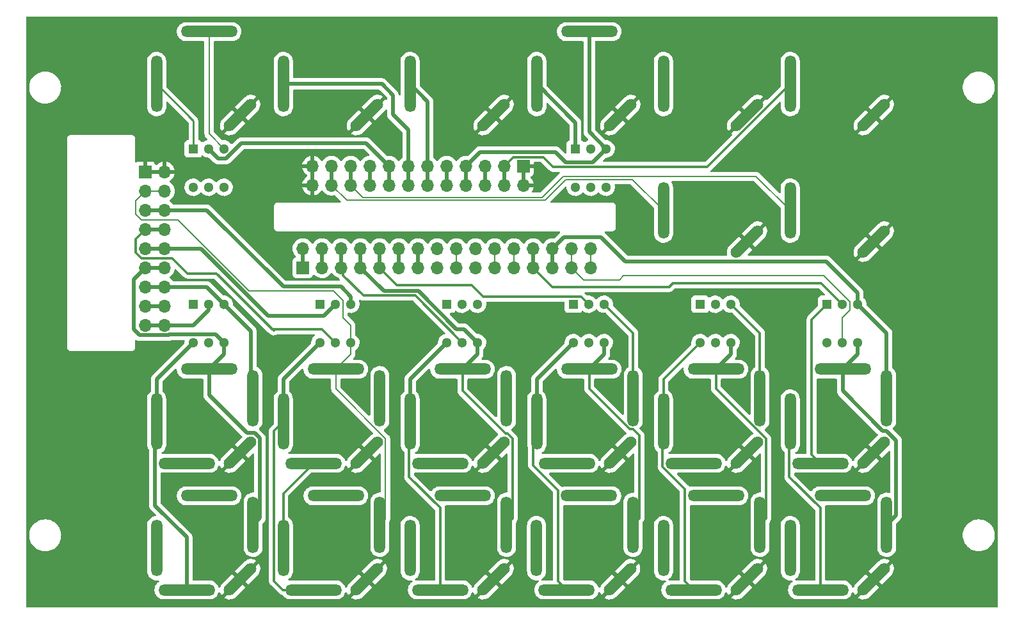
<source format=gbr>
%TF.GenerationSoftware,KiCad,Pcbnew,(6.0.7)*%
%TF.CreationDate,2022-09-16T17:54:48+02:00*%
%TF.ProjectId,Eingangsstufe,45696e67-616e-4677-9373-747566652e6b,rev?*%
%TF.SameCoordinates,Original*%
%TF.FileFunction,Copper,L1,Top*%
%TF.FilePolarity,Positive*%
%FSLAX46Y46*%
G04 Gerber Fmt 4.6, Leading zero omitted, Abs format (unit mm)*
G04 Created by KiCad (PCBNEW (6.0.7)) date 2022-09-16 17:54:48*
%MOMM*%
%LPD*%
G01*
G04 APERTURE LIST*
G04 Aperture macros list*
%AMHorizOval*
0 Thick line with rounded ends*
0 $1 width*
0 $2 $3 position (X,Y) of the first rounded end (center of the circle)*
0 $4 $5 position (X,Y) of the second rounded end (center of the circle)*
0 Add line between two ends*
20,1,$1,$2,$3,$4,$5,0*
0 Add two circle primitives to create the rounded ends*
1,1,$1,$2,$3*
1,1,$1,$4,$5*%
G04 Aperture macros list end*
%TA.AperFunction,ComponentPad*%
%ADD10R,1.300000X1.300000*%
%TD*%
%TA.AperFunction,ComponentPad*%
%ADD11C,1.300000*%
%TD*%
%TA.AperFunction,ComponentPad*%
%ADD12HorizOval,1.500000X1.414214X1.414214X-1.414214X-1.414214X0*%
%TD*%
%TA.AperFunction,ComponentPad*%
%ADD13O,7.500000X1.500000*%
%TD*%
%TA.AperFunction,ComponentPad*%
%ADD14O,1.500000X7.500000*%
%TD*%
%TA.AperFunction,ComponentPad*%
%ADD15R,1.700000X1.700000*%
%TD*%
%TA.AperFunction,ComponentPad*%
%ADD16O,1.700000X1.700000*%
%TD*%
%TA.AperFunction,Conductor*%
%ADD17C,0.500000*%
%TD*%
%TA.AperFunction,Conductor*%
%ADD18C,0.300000*%
%TD*%
%TA.AperFunction,Conductor*%
%ADD19C,0.200000*%
%TD*%
%TA.AperFunction,Conductor*%
%ADD20C,0.250000*%
%TD*%
G04 APERTURE END LIST*
D10*
%TO.P,SW305,1,A*%
%TO.N,Net-(J321-Pad3)*%
X120396000Y-52324000D03*
D11*
%TO.P,SW305,2,B*%
%TO.N,CH7*%
X122388000Y-52324000D03*
%TO.P,SW305,3,C*%
%TO.N,CH8*%
X124460000Y-52324000D03*
%TO.P,SW305,4*%
%TO.N,N/C*%
X120396000Y-57404000D03*
%TO.P,SW305,5*%
X122428000Y-57404000D03*
%TO.P,SW305,6*%
X124460000Y-57404000D03*
%TD*%
D12*
%TO.P,J307,1*%
%TO.N,GND*%
X176852000Y-109318000D03*
D13*
%TO.P,J307,2*%
%TO.N,Net-(J306-Pad3)*%
X169782000Y-110728000D03*
D14*
%TO.P,J307,3*%
%TO.N,Net-(J306-Pad2)*%
X165802000Y-105208000D03*
D13*
%TO.P,J307,4*%
%TO.N,Return 3 R *%
X172742000Y-98268000D03*
D14*
%TO.P,J307,5*%
%TO.N,Send 3 R*%
X178562000Y-102108000D03*
%TD*%
D12*
%TO.P,J317,1*%
%TO.N,GND*%
X160118000Y-47850000D03*
D14*
%TO.P,J317,3*%
%TO.N,CH5*%
X149068000Y-43740000D03*
%TD*%
D10*
%TO.P,SW308,1,A*%
%TO.N,Net-(J313-Pad2)*%
X137160000Y-72898000D03*
D11*
%TO.P,SW308,2,B*%
%TO.N,Main Return 1 L*%
X139152000Y-72898000D03*
%TO.P,SW308,3,C*%
%TO.N,Main Return 1 R *%
X141224000Y-72898000D03*
%TO.P,SW308,4,A*%
%TO.N,Net-(J313-Pad3)*%
X137160000Y-77978000D03*
%TO.P,SW308,5,B*%
%TO.N,Main Send 1 L*%
X139192000Y-77978000D03*
%TO.P,SW308,6,C*%
%TO.N,Main Send 1 R *%
X141224000Y-77978000D03*
%TD*%
D10*
%TO.P,SW303,1,A*%
%TO.N,Net-(J306-Pad2)*%
X170688000Y-72898000D03*
D11*
%TO.P,SW303,2,B*%
%TO.N,Return 3 L*%
X172680000Y-72898000D03*
%TO.P,SW303,3,C*%
%TO.N,Return 3 R *%
X174752000Y-72898000D03*
%TO.P,SW303,4,A*%
%TO.N,Net-(J306-Pad3)*%
X170688000Y-77978000D03*
%TO.P,SW303,5,B*%
%TO.N,Send 3 L*%
X172720000Y-77978000D03*
%TO.P,SW303,6,C*%
%TO.N,Send 3 R*%
X174752000Y-77978000D03*
%TD*%
D12*
%TO.P,J315,1*%
%TO.N,GND*%
X193646000Y-47850000D03*
D14*
%TO.P,J315,3*%
%TO.N,CH2*%
X182596000Y-43740000D03*
%TD*%
D12*
%TO.P,J313,1*%
%TO.N,GND*%
X143354000Y-92554000D03*
D13*
%TO.P,J313,2*%
%TO.N,Net-(J313-Pad2)*%
X136284000Y-93964000D03*
D14*
%TO.P,J313,3*%
%TO.N,Net-(J313-Pad3)*%
X132304000Y-88444000D03*
D13*
%TO.P,J313,4*%
%TO.N,Main Send 1 R *%
X139244000Y-81504000D03*
D14*
%TO.P,J313,5*%
%TO.N,Main Return 1 R *%
X145064000Y-85344000D03*
%TD*%
D15*
%TO.P,J322,1,Pin_1*%
%TO.N,GND*%
X114041000Y-55372000D03*
D16*
%TO.P,J322,2,Pin_2*%
X116581000Y-55372000D03*
%TO.P,J322,3,Pin_3*%
%TO.N,Main Send 1 R *%
X114041000Y-57912000D03*
%TO.P,J322,4,Pin_4*%
X116581000Y-57912000D03*
%TO.P,J322,5,Pin_5*%
%TO.N,Main Return 1 R *%
X114041000Y-60452000D03*
%TO.P,J322,6,Pin_6*%
X116581000Y-60452000D03*
%TO.P,J322,7,Pin_7*%
%TO.N,Main Send 1 L*%
X114041000Y-62992000D03*
%TO.P,J322,8,Pin_8*%
X116581000Y-62992000D03*
%TO.P,J322,9,Pin_9*%
%TO.N,Main Return 1 L*%
X114041000Y-65532000D03*
%TO.P,J322,10,Pin_10*%
X116581000Y-65532000D03*
%TO.P,J322,11,Pin_11*%
%TO.N,Main Send 2 R *%
X114041000Y-68072000D03*
%TO.P,J322,12,Pin_12*%
X116581000Y-68072000D03*
%TO.P,J322,13,Pin_13*%
%TO.N,Main Return 2 R *%
X114041000Y-70612000D03*
%TO.P,J322,14,Pin_14*%
X116581000Y-70612000D03*
%TO.P,J322,15,Pin_15*%
%TO.N,Main Send 2 L*%
X114041000Y-73152000D03*
%TO.P,J322,16,Pin_16*%
X116581000Y-73152000D03*
%TO.P,J322,17,Pin_17*%
%TO.N,Main Return 2 L*%
X114041000Y-75692000D03*
%TO.P,J322,18,Pin_18*%
X116581000Y-75692000D03*
%TD*%
D12*
%TO.P,J312,1*%
%TO.N,GND*%
X126590000Y-109318000D03*
D13*
%TO.P,J312,2*%
%TO.N,Net-(J311-Pad3)*%
X119520000Y-110728000D03*
D14*
%TO.P,J312,3*%
%TO.N,Net-(J311-Pad2)*%
X115540000Y-105208000D03*
D13*
%TO.P,J312,4*%
%TO.N,Main Return 2 R *%
X122480000Y-98268000D03*
D14*
%TO.P,J312,5*%
%TO.N,Main Send 2 R *%
X128300000Y-102108000D03*
%TD*%
D15*
%TO.P,J310,1,Pin_1*%
%TO.N,GND*%
X164084000Y-54605000D03*
D16*
%TO.P,J310,2,Pin_2*%
X164084000Y-57145000D03*
%TO.P,J310,3,Pin_3*%
%TO.N,CH1*%
X161544000Y-54605000D03*
%TO.P,J310,4,Pin_4*%
X161544000Y-57145000D03*
%TO.P,J310,5,Pin_5*%
%TO.N,CH2*%
X159004000Y-54605000D03*
%TO.P,J310,6,Pin_6*%
X159004000Y-57145000D03*
%TO.P,J310,7,Pin_7*%
%TO.N,CH3*%
X156464000Y-54605000D03*
%TO.P,J310,8,Pin_8*%
X156464000Y-57145000D03*
%TO.P,J310,9,Pin_9*%
%TO.N,CH4*%
X153924000Y-54605000D03*
%TO.P,J310,10,Pin_10*%
X153924000Y-57145000D03*
%TO.P,J310,11,Pin_11*%
%TO.N,CH5*%
X151384000Y-54605000D03*
%TO.P,J310,12,Pin_12*%
X151384000Y-57145000D03*
%TO.P,J310,13,Pin_13*%
%TO.N,CH6*%
X148844000Y-54605000D03*
%TO.P,J310,14,Pin_14*%
X148844000Y-57145000D03*
%TO.P,J310,15,Pin_15*%
%TO.N,CH7*%
X146304000Y-54605000D03*
%TO.P,J310,16,Pin_16*%
X146304000Y-57145000D03*
%TO.P,J310,17,Pin_17*%
%TO.N,CH8*%
X143764000Y-54605000D03*
%TO.P,J310,18,Pin_18*%
X143764000Y-57145000D03*
%TO.P,J310,19,Pin_19*%
%TO.N,CH9*%
X141224000Y-54605000D03*
%TO.P,J310,20,Pin_20*%
X141224000Y-57145000D03*
%TO.P,J310,21,Pin_21*%
%TO.N,CH10*%
X138684000Y-54605000D03*
%TO.P,J310,22,Pin_22*%
X138684000Y-57145000D03*
%TO.P,J310,23,Pin_23*%
%TO.N,GND*%
X136144000Y-54605000D03*
%TO.P,J310,24,Pin_24*%
X136144000Y-57145000D03*
%TD*%
D12*
%TO.P,J320,1*%
%TO.N,GND*%
X193646000Y-64614000D03*
D14*
%TO.P,J320,3*%
%TO.N,CH10*%
X182596000Y-60504000D03*
%TD*%
D12*
%TO.P,J316,1*%
%TO.N,GND*%
X210410000Y-47850000D03*
D14*
%TO.P,J316,3*%
%TO.N,CH1*%
X199360000Y-43740000D03*
%TD*%
D10*
%TO.P,SW302,1,A*%
%TO.N,Net-(J304-Pad2)*%
X187452000Y-72898000D03*
D11*
%TO.P,SW302,2,B*%
%TO.N,Return 2 L*%
X189444000Y-72898000D03*
%TO.P,SW302,3,C*%
%TO.N,Return 2 R *%
X191516000Y-72898000D03*
%TO.P,SW302,4,A*%
%TO.N,Net-(J304-Pad3)*%
X187452000Y-77978000D03*
%TO.P,SW302,5,B*%
%TO.N,Send 2 L*%
X189484000Y-77978000D03*
%TO.P,SW302,6,C*%
%TO.N,Send 2 R*%
X191516000Y-77978000D03*
%TD*%
D12*
%TO.P,J302,1*%
%TO.N,GND*%
X160118000Y-92554000D03*
D13*
%TO.P,J302,2*%
%TO.N,Net-(J302-Pad2)*%
X153048000Y-93964000D03*
D14*
%TO.P,J302,3*%
%TO.N,Net-(J302-Pad3)*%
X149068000Y-88444000D03*
D13*
%TO.P,J302,4*%
%TO.N,Send 4 R*%
X156008000Y-81504000D03*
D14*
%TO.P,J302,5*%
%TO.N,Return 4 R *%
X161828000Y-85344000D03*
%TD*%
D10*
%TO.P,SW307,1,A*%
%TO.N,Net-(J311-Pad2)*%
X120396000Y-72898000D03*
D11*
%TO.P,SW307,2,B*%
%TO.N,Main Return 2 L*%
X122388000Y-72898000D03*
%TO.P,SW307,3,C*%
%TO.N,Main Return 2 R *%
X124460000Y-72898000D03*
%TO.P,SW307,4,A*%
%TO.N,Net-(J311-Pad3)*%
X120396000Y-77978000D03*
%TO.P,SW307,5,B*%
%TO.N,Main Send 2 L*%
X122428000Y-77978000D03*
%TO.P,SW307,6,C*%
%TO.N,Main Send 2 R *%
X124460000Y-77978000D03*
%TD*%
D12*
%TO.P,J306,1*%
%TO.N,GND*%
X176882000Y-92554000D03*
D13*
%TO.P,J306,2*%
%TO.N,Net-(J306-Pad2)*%
X169812000Y-93964000D03*
D14*
%TO.P,J306,3*%
%TO.N,Net-(J306-Pad3)*%
X165832000Y-88444000D03*
D13*
%TO.P,J306,4*%
%TO.N,Send 3 R*%
X172772000Y-81504000D03*
D14*
%TO.P,J306,5*%
%TO.N,Return 3 R *%
X178592000Y-85344000D03*
%TD*%
D12*
%TO.P,J303,1*%
%TO.N,GND*%
X160118000Y-109318000D03*
D13*
%TO.P,J303,2*%
%TO.N,Net-(J302-Pad3)*%
X153048000Y-110728000D03*
D14*
%TO.P,J303,3*%
%TO.N,Net-(J302-Pad2)*%
X149068000Y-105208000D03*
D13*
%TO.P,J303,4*%
%TO.N,Return 4 R *%
X156008000Y-98268000D03*
D14*
%TO.P,J303,5*%
%TO.N,Send 4 R*%
X161828000Y-102108000D03*
%TD*%
D12*
%TO.P,J304,1*%
%TO.N,GND*%
X193646000Y-92554000D03*
D13*
%TO.P,J304,2*%
%TO.N,Net-(J304-Pad2)*%
X186576000Y-93964000D03*
D14*
%TO.P,J304,3*%
%TO.N,Net-(J304-Pad3)*%
X182596000Y-88444000D03*
D13*
%TO.P,J304,4*%
%TO.N,Send 2 R*%
X189536000Y-81504000D03*
D14*
%TO.P,J304,5*%
%TO.N,Return 2 R *%
X195356000Y-85344000D03*
%TD*%
D12*
%TO.P,J314,1*%
%TO.N,GND*%
X143354000Y-109318000D03*
D13*
%TO.P,J314,2*%
%TO.N,Net-(J313-Pad3)*%
X136284000Y-110728000D03*
D14*
%TO.P,J314,3*%
%TO.N,Net-(J313-Pad2)*%
X132304000Y-105208000D03*
D13*
%TO.P,J314,4*%
%TO.N,Main Return 1 R *%
X139244000Y-98268000D03*
D14*
%TO.P,J314,5*%
%TO.N,Main Send 1 R *%
X145064000Y-102108000D03*
%TD*%
D10*
%TO.P,SW304,1,A*%
%TO.N,Net-(J308-Pad2)*%
X204216000Y-72898000D03*
D11*
%TO.P,SW304,2,B*%
%TO.N,Return 1 L*%
X206208000Y-72898000D03*
%TO.P,SW304,3,C*%
%TO.N,Return 1 R *%
X208280000Y-72898000D03*
%TO.P,SW304,4,A*%
%TO.N,Net-(J308-Pad3)*%
X204216000Y-77978000D03*
%TO.P,SW304,5,B*%
%TO.N,Send 1 L*%
X206248000Y-77978000D03*
%TO.P,SW304,6,C*%
%TO.N,Send 1 R*%
X208280000Y-77978000D03*
%TD*%
D12*
%TO.P,J308,1*%
%TO.N,GND*%
X210410000Y-92554000D03*
D13*
%TO.P,J308,2*%
%TO.N,Net-(J308-Pad2)*%
X203340000Y-93964000D03*
D14*
%TO.P,J308,3*%
%TO.N,Net-(J308-Pad3)*%
X199360000Y-88444000D03*
D13*
%TO.P,J308,4*%
%TO.N,Send 1 R*%
X206300000Y-81504000D03*
D14*
%TO.P,J308,5*%
%TO.N,Return 1 R *%
X212120000Y-85344000D03*
%TD*%
D12*
%TO.P,J309,1*%
%TO.N,GND*%
X210410000Y-109318000D03*
D13*
%TO.P,J309,2*%
%TO.N,Net-(J308-Pad3)*%
X203340000Y-110728000D03*
D14*
%TO.P,J309,3*%
%TO.N,Net-(J308-Pad2)*%
X199360000Y-105208000D03*
D13*
%TO.P,J309,4*%
%TO.N,Return 1 R *%
X206300000Y-98268000D03*
D14*
%TO.P,J309,5*%
%TO.N,Send 1 R*%
X212120000Y-102108000D03*
%TD*%
D10*
%TO.P,SW306,1,A*%
%TO.N,Net-(J323-Pad3)*%
X170942000Y-52324000D03*
D11*
%TO.P,SW306,2,B*%
%TO.N,CH4*%
X172934000Y-52324000D03*
%TO.P,SW306,3,C*%
%TO.N,CH3*%
X175006000Y-52324000D03*
%TO.P,SW306,4*%
%TO.N,N/C*%
X170942000Y-57404000D03*
%TO.P,SW306,5*%
X172974000Y-57404000D03*
%TO.P,SW306,6*%
X175006000Y-57404000D03*
%TD*%
D12*
%TO.P,J318,1*%
%TO.N,GND*%
X143354000Y-47850000D03*
D14*
%TO.P,J318,3*%
%TO.N,CH6*%
X132304000Y-43740000D03*
%TD*%
D12*
%TO.P,J321,1*%
%TO.N,GND*%
X126590000Y-47850000D03*
D14*
%TO.P,J321,3*%
%TO.N,Net-(J321-Pad3)*%
X115540000Y-43740000D03*
D13*
%TO.P,J321,4*%
%TO.N,CH8*%
X122480000Y-36800000D03*
%TD*%
D12*
%TO.P,J305,1*%
%TO.N,GND*%
X193646000Y-109318000D03*
D13*
%TO.P,J305,2*%
%TO.N,Net-(J304-Pad3)*%
X186576000Y-110728000D03*
D14*
%TO.P,J305,3*%
%TO.N,Net-(J304-Pad2)*%
X182596000Y-105208000D03*
D13*
%TO.P,J305,4*%
%TO.N,Return 2 R *%
X189536000Y-98268000D03*
D14*
%TO.P,J305,5*%
%TO.N,Send 2 R*%
X195356000Y-102108000D03*
%TD*%
D12*
%TO.P,J319,1*%
%TO.N,GND*%
X210410000Y-64614000D03*
D14*
%TO.P,J319,3*%
%TO.N,CH9*%
X199360000Y-60504000D03*
%TD*%
D12*
%TO.P,J323,1*%
%TO.N,GND*%
X176882000Y-47850000D03*
D14*
%TO.P,J323,3*%
%TO.N,Net-(J323-Pad3)*%
X165832000Y-43740000D03*
D13*
%TO.P,J323,4*%
%TO.N,CH3*%
X172772000Y-36800000D03*
%TD*%
D10*
%TO.P,SW301,1,A*%
%TO.N,Net-(J302-Pad2)*%
X153924000Y-72898000D03*
D11*
%TO.P,SW301,2,B*%
%TO.N,Return 4 L*%
X155916000Y-72898000D03*
%TO.P,SW301,3,C*%
%TO.N,Return 4 R *%
X157988000Y-72898000D03*
%TO.P,SW301,4,A*%
%TO.N,Net-(J302-Pad3)*%
X153924000Y-77978000D03*
%TO.P,SW301,5,B*%
%TO.N,Send 4 L*%
X155956000Y-77978000D03*
%TO.P,SW301,6,C*%
%TO.N,Send 4 R*%
X157988000Y-77978000D03*
%TD*%
D12*
%TO.P,J311,1*%
%TO.N,GND*%
X126590000Y-92554000D03*
D13*
%TO.P,J311,2*%
%TO.N,Net-(J311-Pad2)*%
X119520000Y-93964000D03*
D14*
%TO.P,J311,3*%
%TO.N,Net-(J311-Pad3)*%
X115540000Y-88444000D03*
D13*
%TO.P,J311,4*%
%TO.N,Main Send 2 R *%
X122480000Y-81504000D03*
D14*
%TO.P,J311,5*%
%TO.N,Main Return 2 R *%
X128300000Y-85344000D03*
%TD*%
D15*
%TO.P,J301,1,Pin_1*%
%TO.N,Return 4 L*%
X134874000Y-68072000D03*
D16*
%TO.P,J301,2,Pin_2*%
X134874000Y-65532000D03*
%TO.P,J301,3,Pin_3*%
%TO.N,Return 4 R *%
X137414000Y-68072000D03*
%TO.P,J301,4,Pin_4*%
X137414000Y-65532000D03*
%TO.P,J301,5,Pin_5*%
%TO.N,Send 4 L*%
X139954000Y-68072000D03*
%TO.P,J301,6,Pin_6*%
X139954000Y-65532000D03*
%TO.P,J301,7,Pin_7*%
%TO.N,Send 4 R*%
X142494000Y-68072000D03*
%TO.P,J301,8,Pin_8*%
X142494000Y-65532000D03*
%TO.P,J301,9,Pin_9*%
%TO.N,Return 3 L*%
X145034000Y-68072000D03*
%TO.P,J301,10,Pin_10*%
X145034000Y-65532000D03*
%TO.P,J301,11,Pin_11*%
%TO.N,Return 3 R *%
X147574000Y-68072000D03*
%TO.P,J301,12,Pin_12*%
X147574000Y-65532000D03*
%TO.P,J301,13,Pin_13*%
%TO.N,Send 3 L*%
X150114000Y-68072000D03*
%TO.P,J301,14,Pin_14*%
X150114000Y-65532000D03*
%TO.P,J301,15,Pin_15*%
%TO.N,Send 3 R*%
X152654000Y-68072000D03*
%TO.P,J301,16,Pin_16*%
X152654000Y-65532000D03*
%TO.P,J301,17,Pin_17*%
%TO.N,Return 2 L*%
X155194000Y-68072000D03*
%TO.P,J301,18,Pin_18*%
X155194000Y-65532000D03*
%TO.P,J301,19,Pin_19*%
%TO.N,Return 2 R *%
X157734000Y-68072000D03*
%TO.P,J301,20,Pin_20*%
X157734000Y-65532000D03*
%TO.P,J301,21,Pin_21*%
%TO.N,Send 2 L*%
X160274000Y-68072000D03*
%TO.P,J301,22,Pin_22*%
X160274000Y-65532000D03*
%TO.P,J301,23,Pin_23*%
%TO.N,Send 2 R*%
X162814000Y-68072000D03*
%TO.P,J301,24,Pin_24*%
X162814000Y-65532000D03*
%TO.P,J301,25,Pin_25*%
%TO.N,Return 1 L*%
X165354000Y-68072000D03*
%TO.P,J301,26,Pin_26*%
X165354000Y-65532000D03*
%TO.P,J301,27,Pin_27*%
%TO.N,Return 1 R *%
X167894000Y-68072000D03*
%TO.P,J301,28,Pin_28*%
X167894000Y-65532000D03*
%TO.P,J301,29,Pin_29*%
%TO.N,Send 1 L*%
X170434000Y-68072000D03*
%TO.P,J301,30,Pin_30*%
X170434000Y-65532000D03*
%TO.P,J301,31,Pin_31*%
%TO.N,Send 1 R*%
X172974000Y-68072000D03*
%TO.P,J301,32,Pin_32*%
X172974000Y-65532000D03*
%TD*%
D17*
%TO.N,Return 4 L*%
X134874000Y-65532000D02*
X134874000Y-68072000D01*
%TO.N,Return 4 R *%
X137414000Y-65532000D02*
X137414000Y-68072000D01*
D18*
%TO.N,Send 4 L*%
X142886154Y-71766154D02*
X140208000Y-69088000D01*
X155956000Y-77978000D02*
X149744154Y-71766154D01*
D17*
X139954000Y-65532000D02*
X139954000Y-68072000D01*
D18*
X149744154Y-71766154D02*
X142886154Y-71766154D01*
X140208000Y-69088000D02*
X140208000Y-68326000D01*
X140208000Y-68326000D02*
X139954000Y-68072000D01*
D17*
%TO.N,Send 4 R*%
X156210000Y-76200000D02*
X157988000Y-77978000D01*
D18*
X161828000Y-102108000D02*
X162632214Y-101303786D01*
D17*
X142494000Y-65532000D02*
X142494000Y-68072000D01*
X157988000Y-79524000D02*
X156008000Y-81504000D01*
D18*
X161667786Y-90039786D02*
X156008000Y-84380000D01*
D17*
X142494000Y-68072000D02*
X145588154Y-71166154D01*
D18*
X162632214Y-101303786D02*
X162632214Y-90684152D01*
X156008000Y-84380000D02*
X156008000Y-81504000D01*
X162632214Y-90684152D02*
X161987848Y-90039786D01*
X161987848Y-90039786D02*
X161667786Y-90039786D01*
D17*
X157988000Y-77978000D02*
X157988000Y-79524000D01*
X155194000Y-76200000D02*
X156210000Y-76200000D01*
X145588154Y-71166154D02*
X150160154Y-71166154D01*
X150160154Y-71166154D02*
X155194000Y-76200000D01*
D19*
%TO.N,Return 2 L*%
X155194000Y-65532000D02*
X155194000Y-68072000D01*
D18*
%TO.N,Return 2 R *%
X195356000Y-76738000D02*
X191516000Y-72898000D01*
X195356000Y-85344000D02*
X195356000Y-76738000D01*
D19*
%TO.N,Send 2 L*%
X160274000Y-65532000D02*
X160274000Y-68072000D01*
D18*
%TO.N,Send 2 R*%
X195138062Y-89662000D02*
X195118365Y-89662000D01*
X196160214Y-90684152D02*
X195138062Y-89662000D01*
X195118365Y-89662000D02*
X189536000Y-84079635D01*
X195356000Y-102108000D02*
X196160214Y-101303786D01*
D19*
X162814000Y-65532000D02*
X162814000Y-68072000D01*
D18*
X189536000Y-84079635D02*
X189536000Y-81504000D01*
X196160214Y-101303786D02*
X196160214Y-90684152D01*
D17*
X191516000Y-79524000D02*
X189536000Y-81504000D01*
X191516000Y-77978000D02*
X191516000Y-79524000D01*
D18*
%TO.N,Return 3 L*%
X171680000Y-71898000D02*
X158766000Y-71898000D01*
D17*
X145034000Y-65532000D02*
X145034000Y-68072000D01*
D18*
X172680000Y-72898000D02*
X171680000Y-71898000D01*
X147320000Y-70358000D02*
X145034000Y-68072000D01*
X158766000Y-71898000D02*
X157226000Y-70358000D01*
X157226000Y-70358000D02*
X147320000Y-70358000D01*
%TO.N,Return 3 R *%
X178592000Y-76738000D02*
X174752000Y-72898000D01*
X178592000Y-85344000D02*
X178592000Y-76738000D01*
D17*
X147574000Y-65532000D02*
X147574000Y-68072000D01*
%TO.N,Send 3 L*%
X150114000Y-65532000D02*
X150114000Y-68072000D01*
D18*
%TO.N,Send 3 R*%
X179396214Y-90278214D02*
X178562000Y-89444000D01*
X179396214Y-101273786D02*
X179396214Y-90278214D01*
X178136365Y-89444000D02*
X172772000Y-84079635D01*
X178562000Y-89444000D02*
X178136365Y-89444000D01*
D17*
X174752000Y-79524000D02*
X172772000Y-81504000D01*
D18*
X172772000Y-84079635D02*
X172772000Y-81504000D01*
D17*
X174752000Y-77978000D02*
X174752000Y-79524000D01*
D18*
X178562000Y-102108000D02*
X179396214Y-101273786D01*
D17*
%TO.N,Return 1 L*%
X165354000Y-65532000D02*
X165354000Y-68072000D01*
D18*
X203426000Y-70116000D02*
X183839339Y-70116000D01*
X183839339Y-70116000D02*
X183343339Y-70612000D01*
X183343339Y-70612000D02*
X167894000Y-70612000D01*
X206208000Y-72898000D02*
X203426000Y-70116000D01*
X167894000Y-70612000D02*
X165354000Y-68072000D01*
D17*
%TO.N,Return 1 R *%
X208280000Y-72898000D02*
X208280000Y-71374000D01*
X177555212Y-67228214D02*
X174334998Y-64008000D01*
X169418000Y-64008000D02*
X167894000Y-65532000D01*
X204134214Y-67228214D02*
X177555212Y-67228214D01*
X174334998Y-64008000D02*
X169418000Y-64008000D01*
X212120000Y-76738000D02*
X212120000Y-85344000D01*
X167894000Y-65532000D02*
X167894000Y-68072000D01*
X208280000Y-72898000D02*
X212120000Y-76738000D01*
X208280000Y-71374000D02*
X204134214Y-67228214D01*
D19*
%TO.N,Send 1 L*%
X170434000Y-65532000D02*
X170434000Y-68072000D01*
X176775267Y-69662733D02*
X172024733Y-69662733D01*
X207264000Y-73660000D02*
X207264000Y-72610497D01*
X172024733Y-69662733D02*
X170434000Y-68072000D01*
X177292000Y-69146000D02*
X176775267Y-69662733D01*
X206248000Y-74676000D02*
X207264000Y-73660000D01*
X203799503Y-69146000D02*
X177292000Y-69146000D01*
X206248000Y-77978000D02*
X206248000Y-74676000D01*
X207264000Y-72610497D02*
X203799503Y-69146000D01*
D17*
%TO.N,Send 1 R*%
X211582000Y-89662000D02*
X212090000Y-89662000D01*
D19*
X172974000Y-65532000D02*
X172974000Y-68072000D01*
D17*
X213360000Y-90932000D02*
X213360000Y-100868000D01*
X206300000Y-84380000D02*
X211582000Y-89662000D01*
X213360000Y-100868000D02*
X212120000Y-102108000D01*
X212090000Y-89662000D02*
X213360000Y-90932000D01*
X206300000Y-81504000D02*
X206300000Y-84380000D01*
X208280000Y-79524000D02*
X206300000Y-81504000D01*
X208280000Y-77978000D02*
X208280000Y-79524000D01*
D19*
X212120000Y-102108000D02*
X212120000Y-99108000D01*
D17*
%TO.N,CH7*%
X143261000Y-51562000D02*
X126777635Y-51562000D01*
X146304000Y-54605000D02*
X143261000Y-51562000D01*
X146304000Y-54605000D02*
X146304000Y-57145000D01*
X126777635Y-51562000D02*
X124745635Y-53594000D01*
X124745635Y-53594000D02*
X123658000Y-53594000D01*
X123658000Y-53594000D02*
X122388000Y-52324000D01*
%TO.N,CH8*%
X143764000Y-54605000D02*
X143764000Y-57145000D01*
D19*
X122480000Y-50344000D02*
X122480000Y-36800000D01*
X124460000Y-52324000D02*
X122480000Y-50344000D01*
D17*
%TO.N,CH4*%
X153924000Y-54605000D02*
X153924000Y-57145000D01*
%TO.N,CH3*%
X172772000Y-50090000D02*
X175006000Y-52324000D01*
X168310003Y-52740003D02*
X169672000Y-54102000D01*
X158328997Y-52740003D02*
X168310003Y-52740003D01*
X172772000Y-36800000D02*
X172772000Y-50090000D01*
X156464000Y-54605000D02*
X156464000Y-57145000D01*
X156464000Y-54605000D02*
X158328997Y-52740003D01*
X169672000Y-54102000D02*
X173228000Y-54102000D01*
X173228000Y-54102000D02*
X175006000Y-52324000D01*
%TO.N,Main Return 2 L*%
X114041000Y-75692000D02*
X116581000Y-75692000D01*
X120396000Y-75692000D02*
X116581000Y-75692000D01*
X122428000Y-72938000D02*
X122428000Y-73660000D01*
X122388000Y-72898000D02*
X122428000Y-72938000D01*
X122600000Y-73110000D02*
X122388000Y-72898000D01*
X122428000Y-73660000D02*
X120396000Y-75692000D01*
%TO.N,Main Return 2 R *%
X116581000Y-70612000D02*
X122174000Y-70612000D01*
X128000000Y-76438000D02*
X128000000Y-85044000D01*
X124460000Y-72898000D02*
X128000000Y-76438000D01*
X114041000Y-70612000D02*
X116581000Y-70612000D01*
X122174000Y-70612000D02*
X124460000Y-72898000D01*
X128000000Y-85044000D02*
X128300000Y-85344000D01*
%TO.N,Main Send 2 L*%
X114041000Y-73152000D02*
X116581000Y-73152000D01*
%TO.N,Main Send 2 R *%
X122480000Y-81504000D02*
X122480000Y-84912628D01*
X122480000Y-84912628D02*
X127507158Y-89939786D01*
X124460000Y-79524000D02*
X122480000Y-81504000D01*
X124460000Y-77978000D02*
X123360000Y-76878000D01*
X129204214Y-90642730D02*
X129204214Y-101203786D01*
X112522000Y-76200000D02*
X112522000Y-69591000D01*
X114041000Y-68072000D02*
X116581000Y-68072000D01*
X124460000Y-77978000D02*
X124460000Y-79524000D01*
X127507158Y-89939786D02*
X128501270Y-89939786D01*
X117119478Y-76992000D02*
X113314000Y-76992000D01*
X117233478Y-76878000D02*
X117119478Y-76992000D01*
X123360000Y-76878000D02*
X117233478Y-76878000D01*
X129204214Y-101203786D02*
X128300000Y-102108000D01*
X112522000Y-69591000D02*
X114041000Y-68072000D01*
X128501270Y-89939786D02*
X129204214Y-90642730D01*
X113314000Y-76992000D02*
X112522000Y-76200000D01*
%TO.N,Main Return 1 L*%
X137628000Y-74422000D02*
X139152000Y-72898000D01*
X116581000Y-65532000D02*
X121412000Y-65532000D01*
X130302000Y-74422000D02*
X137628000Y-74422000D01*
X114041000Y-65532000D02*
X116581000Y-65532000D01*
X121412000Y-65532000D02*
X130302000Y-74422000D01*
%TO.N,Main Return 1 R *%
X122174000Y-60452000D02*
X132292000Y-70570000D01*
X132292000Y-70570000D02*
X139912000Y-70570000D01*
X141224000Y-71882000D02*
X141224000Y-72898000D01*
X139912000Y-70570000D02*
X141224000Y-71882000D01*
X114041000Y-60452000D02*
X116581000Y-60452000D01*
X116581000Y-60452000D02*
X122174000Y-60452000D01*
D18*
%TO.N,Main Send 1 L*%
X119634000Y-68834000D02*
X117602000Y-66802000D01*
X131030000Y-76360000D02*
X123664000Y-68994000D01*
X112776000Y-64257000D02*
X114041000Y-62992000D01*
X123444000Y-68834000D02*
X119634000Y-68834000D01*
X130810000Y-76200000D02*
X123444000Y-68834000D01*
D17*
X114041000Y-62992000D02*
X116581000Y-62992000D01*
D18*
X117602000Y-66802000D02*
X113538000Y-66802000D01*
X137414000Y-76200000D02*
X139192000Y-77978000D01*
X130810000Y-76200000D02*
X137414000Y-76200000D01*
X112776000Y-66040000D02*
X112776000Y-64257000D01*
X113538000Y-66802000D02*
X112776000Y-66040000D01*
D19*
%TO.N,Main Send 1 R *%
X145818214Y-90704862D02*
X139244000Y-84130648D01*
X141224000Y-79524000D02*
X139244000Y-81504000D01*
X141224000Y-77978000D02*
X141224000Y-75692000D01*
X140208000Y-72390000D02*
X138938000Y-71120000D01*
X145818214Y-101353786D02*
X145818214Y-90704862D01*
X138938000Y-71120000D02*
X127777818Y-71120000D01*
X139244000Y-84130648D02*
X139244000Y-81504000D01*
X112776000Y-59177000D02*
X114041000Y-57912000D01*
X141224000Y-75692000D02*
X140208000Y-74676000D01*
X145064000Y-102108000D02*
X145818214Y-101353786D01*
X113538000Y-61722000D02*
X112776000Y-60960000D01*
X141224000Y-77978000D02*
X141224000Y-79524000D01*
X112776000Y-60960000D02*
X112776000Y-59177000D01*
X114041000Y-57912000D02*
X116581000Y-57912000D01*
X127777818Y-71120000D02*
X118379818Y-61722000D01*
X118379818Y-61722000D02*
X113538000Y-61722000D01*
X140208000Y-74676000D02*
X140208000Y-72390000D01*
D18*
%TO.N,CH1*%
X188398000Y-54702000D02*
X167986000Y-54702000D01*
D17*
X161544000Y-54605000D02*
X161544000Y-57145000D01*
D18*
X167986000Y-54702000D02*
X166689000Y-53405000D01*
X199360000Y-43740000D02*
X188398000Y-54702000D01*
X166689000Y-53405000D02*
X162744000Y-53405000D01*
X162744000Y-53405000D02*
X161544000Y-54605000D01*
D17*
%TO.N,CH2*%
X159004000Y-54605000D02*
X159004000Y-57145000D01*
%TO.N,CH5*%
X149068000Y-43740000D02*
X151364000Y-46036000D01*
X151364000Y-46036000D02*
X151364000Y-53868000D01*
X151384000Y-54605000D02*
X151384000Y-57145000D01*
%TO.N,CH6*%
X148824000Y-49824000D02*
X146800000Y-47800000D01*
X148844000Y-54605000D02*
X148844000Y-57145000D01*
X145340000Y-43740000D02*
X132304000Y-43740000D01*
X148824000Y-53868000D02*
X148824000Y-49824000D01*
X146800000Y-47800000D02*
X146800000Y-45200000D01*
X146800000Y-45200000D02*
X145340000Y-43740000D01*
D19*
%TO.N,CH9*%
X199360000Y-60504000D02*
X194852110Y-55996110D01*
X169301890Y-55996110D02*
X166562267Y-58735733D01*
X194852110Y-55996110D02*
X169301890Y-55996110D01*
D17*
X141224000Y-54605000D02*
X141224000Y-57145000D01*
D19*
X142814733Y-58735733D02*
X141224000Y-57145000D01*
X166562267Y-58735733D02*
X142814733Y-58735733D01*
%TO.N,CH10*%
X166924267Y-59135733D02*
X169660000Y-56400000D01*
X138684000Y-57145000D02*
X140674733Y-59135733D01*
X169660000Y-56400000D02*
X178492000Y-56400000D01*
X178492000Y-56400000D02*
X182596000Y-60504000D01*
X140674733Y-59135733D02*
X166924267Y-59135733D01*
D17*
X138684000Y-54605000D02*
X138684000Y-57145000D01*
%TO.N,Net-(J302-Pad3)*%
X149068000Y-82834000D02*
X149068000Y-88444000D01*
D18*
X148948000Y-95763635D02*
X148948000Y-88564000D01*
D17*
X153924000Y-77978000D02*
X149068000Y-82834000D01*
D18*
X153048000Y-110728000D02*
X153048000Y-99863635D01*
X148948000Y-88564000D02*
X149068000Y-88444000D01*
X153048000Y-99863635D02*
X148948000Y-95763635D01*
%TO.N,Net-(J304-Pad3)*%
X185436000Y-109588000D02*
X185436000Y-97379635D01*
X182596000Y-88444000D02*
X182596000Y-82834000D01*
X182476000Y-88564000D02*
X182596000Y-88444000D01*
X185436000Y-97379635D02*
X182476000Y-94419635D01*
X182596000Y-82834000D02*
X187452000Y-77978000D01*
X186576000Y-110728000D02*
X185436000Y-109588000D01*
X182476000Y-94419635D02*
X182476000Y-88564000D01*
D17*
%TO.N,Net-(J306-Pad3)*%
X170688000Y-77978000D02*
X165832000Y-82834000D01*
X165832000Y-82834000D02*
X165832000Y-88444000D01*
D18*
X165354000Y-94234000D02*
X165354000Y-88922000D01*
X169782000Y-110728000D02*
X168642000Y-109588000D01*
X168642000Y-109588000D02*
X168642000Y-97522000D01*
X165354000Y-88922000D02*
X165832000Y-88444000D01*
X168642000Y-97522000D02*
X165354000Y-94234000D01*
%TO.N,Net-(J308-Pad2)*%
X203340000Y-93964000D02*
X202200000Y-92824000D01*
X202200000Y-92824000D02*
X202200000Y-74914000D01*
X202200000Y-74914000D02*
X204216000Y-72898000D01*
%TO.N,Net-(J308-Pad3)*%
X199240000Y-95763635D02*
X199240000Y-88564000D01*
X203340000Y-99863635D02*
X199240000Y-95763635D01*
X203340000Y-110728000D02*
X203340000Y-99863635D01*
X199240000Y-88564000D02*
X199360000Y-88444000D01*
D17*
%TO.N,Net-(J311-Pad3)*%
X115320000Y-99572000D02*
X119520000Y-103772000D01*
X115540000Y-82834000D02*
X115540000Y-88444000D01*
X120396000Y-77978000D02*
X115540000Y-82834000D01*
X119520000Y-103772000D02*
X119520000Y-110728000D01*
X115540000Y-88444000D02*
X115320000Y-88664000D01*
X115320000Y-88664000D02*
X115320000Y-99572000D01*
D18*
%TO.N,Net-(J313-Pad2)*%
X132304000Y-105208000D02*
X132304000Y-97944000D01*
X132304000Y-97944000D02*
X136284000Y-93964000D01*
D17*
%TO.N,Net-(J313-Pad3)*%
X137160000Y-77978000D02*
X132304000Y-82834000D01*
X132304000Y-82834000D02*
X132304000Y-88444000D01*
D18*
X136284000Y-110728000D02*
X132234000Y-110728000D01*
X131064000Y-109558000D02*
X131064000Y-89684000D01*
X132234000Y-110728000D02*
X131064000Y-109558000D01*
X131064000Y-89684000D02*
X132304000Y-88444000D01*
D20*
%TO.N,Net-(J321-Pad3)*%
X120396000Y-52324000D02*
X120396000Y-48596000D01*
X120396000Y-48596000D02*
X115540000Y-43740000D01*
D17*
%TO.N,Net-(J323-Pad3)*%
X170942000Y-52324000D02*
X170942000Y-48850000D01*
X170942000Y-48850000D02*
X165832000Y-43740000D01*
%TD*%
%TA.AperFunction,Conductor*%
%TO.N,GND*%
G36*
X226763621Y-34818502D02*
G01*
X226810114Y-34872158D01*
X226821500Y-34924500D01*
X226821500Y-112903500D01*
X226801498Y-112971621D01*
X226747842Y-113018114D01*
X226695500Y-113029500D01*
X98424500Y-113029500D01*
X98356379Y-113009498D01*
X98309886Y-112955842D01*
X98298500Y-112903500D01*
X98298500Y-103632703D01*
X98690743Y-103632703D01*
X98691302Y-103636947D01*
X98691302Y-103636951D01*
X98702771Y-103724067D01*
X98728268Y-103917734D01*
X98804129Y-104195036D01*
X98916923Y-104459476D01*
X99064561Y-104706161D01*
X99244313Y-104930528D01*
X99452851Y-105128423D01*
X99686317Y-105296186D01*
X99690112Y-105298195D01*
X99690113Y-105298196D01*
X99711869Y-105309715D01*
X99940392Y-105430712D01*
X100210373Y-105529511D01*
X100491264Y-105590755D01*
X100519841Y-105593004D01*
X100714282Y-105608307D01*
X100714291Y-105608307D01*
X100716739Y-105608500D01*
X100872271Y-105608500D01*
X100874407Y-105608354D01*
X100874418Y-105608354D01*
X101082548Y-105594165D01*
X101082554Y-105594164D01*
X101086825Y-105593873D01*
X101091020Y-105593004D01*
X101091022Y-105593004D01*
X101306161Y-105548451D01*
X101368342Y-105535574D01*
X101639343Y-105439607D01*
X101837790Y-105337181D01*
X101891005Y-105309715D01*
X101891006Y-105309715D01*
X101894812Y-105307750D01*
X101898313Y-105305289D01*
X101898317Y-105305287D01*
X102101913Y-105162197D01*
X102130023Y-105142441D01*
X102340622Y-104946740D01*
X102522713Y-104724268D01*
X102672927Y-104479142D01*
X102788483Y-104215898D01*
X102867244Y-103939406D01*
X102907751Y-103654784D01*
X102907845Y-103636951D01*
X102909235Y-103371583D01*
X102909235Y-103371576D01*
X102909257Y-103367297D01*
X102897385Y-103277116D01*
X102872292Y-103086522D01*
X102871732Y-103082266D01*
X102795871Y-102804964D01*
X102683077Y-102540524D01*
X102558366Y-102332147D01*
X102537643Y-102297521D01*
X102537640Y-102297517D01*
X102535439Y-102293839D01*
X102355687Y-102069472D01*
X102147149Y-101871577D01*
X101946776Y-101727594D01*
X101917172Y-101706321D01*
X101917171Y-101706320D01*
X101913683Y-101703814D01*
X101891843Y-101692250D01*
X101859510Y-101675131D01*
X101659608Y-101569288D01*
X101389627Y-101470489D01*
X101108736Y-101409245D01*
X101077685Y-101406801D01*
X100885718Y-101391693D01*
X100885709Y-101391693D01*
X100883261Y-101391500D01*
X100727729Y-101391500D01*
X100725593Y-101391646D01*
X100725582Y-101391646D01*
X100517452Y-101405835D01*
X100517446Y-101405836D01*
X100513175Y-101406127D01*
X100508980Y-101406996D01*
X100508978Y-101406996D01*
X100389629Y-101431712D01*
X100231658Y-101464426D01*
X99960657Y-101560393D01*
X99946281Y-101567813D01*
X99738356Y-101675131D01*
X99705188Y-101692250D01*
X99701687Y-101694711D01*
X99701683Y-101694713D01*
X99628842Y-101745907D01*
X99469977Y-101857559D01*
X99454892Y-101871577D01*
X99344273Y-101974371D01*
X99259378Y-102053260D01*
X99077287Y-102275732D01*
X98927073Y-102520858D01*
X98811517Y-102784102D01*
X98732756Y-103060594D01*
X98692249Y-103345216D01*
X98692227Y-103349505D01*
X98692226Y-103349512D01*
X98690797Y-103622364D01*
X98690743Y-103632703D01*
X98298500Y-103632703D01*
X98298500Y-78669721D01*
X103691024Y-78669721D01*
X103693491Y-78678352D01*
X103699150Y-78698153D01*
X103702728Y-78714915D01*
X103706920Y-78744187D01*
X103710634Y-78752355D01*
X103710634Y-78752356D01*
X103717548Y-78767562D01*
X103723996Y-78785086D01*
X103731051Y-78809771D01*
X103735843Y-78817365D01*
X103735844Y-78817368D01*
X103746830Y-78834780D01*
X103754969Y-78849863D01*
X103767208Y-78876782D01*
X103773069Y-78883584D01*
X103783970Y-78896235D01*
X103795073Y-78911239D01*
X103808776Y-78932958D01*
X103815501Y-78938897D01*
X103815504Y-78938901D01*
X103830938Y-78952532D01*
X103842982Y-78964724D01*
X103856427Y-78980327D01*
X103856430Y-78980329D01*
X103862287Y-78987127D01*
X103869816Y-78992007D01*
X103869817Y-78992008D01*
X103883835Y-79001094D01*
X103898709Y-79012385D01*
X103911217Y-79023431D01*
X103917951Y-79029378D01*
X103944711Y-79041942D01*
X103959691Y-79050263D01*
X103976983Y-79061471D01*
X103976988Y-79061473D01*
X103984515Y-79066352D01*
X103993108Y-79068922D01*
X103993113Y-79068924D01*
X104009120Y-79073711D01*
X104026564Y-79080372D01*
X104041676Y-79087467D01*
X104041678Y-79087468D01*
X104049800Y-79091281D01*
X104058667Y-79092662D01*
X104058668Y-79092662D01*
X104061353Y-79093080D01*
X104079017Y-79095830D01*
X104095732Y-79099613D01*
X104115466Y-79105515D01*
X104115472Y-79105516D01*
X104124066Y-79108086D01*
X104133037Y-79108141D01*
X104133038Y-79108141D01*
X104143097Y-79108202D01*
X104158506Y-79108296D01*
X104159289Y-79108329D01*
X104160386Y-79108500D01*
X104191377Y-79108500D01*
X104192147Y-79108502D01*
X104265785Y-79108952D01*
X104265786Y-79108952D01*
X104269721Y-79108976D01*
X104271065Y-79108592D01*
X104272410Y-79108500D01*
X112191377Y-79108500D01*
X112192148Y-79108502D01*
X112269721Y-79108976D01*
X112298152Y-79100850D01*
X112314915Y-79097272D01*
X112315753Y-79097152D01*
X112344187Y-79093080D01*
X112367564Y-79082451D01*
X112385087Y-79076004D01*
X112409771Y-79068949D01*
X112417365Y-79064157D01*
X112417368Y-79064156D01*
X112434780Y-79053170D01*
X112449865Y-79045030D01*
X112476782Y-79032792D01*
X112496235Y-79016030D01*
X112511239Y-79004927D01*
X112532958Y-78991224D01*
X112538897Y-78984499D01*
X112538901Y-78984496D01*
X112552532Y-78969062D01*
X112564724Y-78957018D01*
X112580327Y-78943573D01*
X112580329Y-78943570D01*
X112587127Y-78937713D01*
X112601094Y-78916165D01*
X112612385Y-78901291D01*
X112623431Y-78888783D01*
X112623432Y-78888782D01*
X112629378Y-78882049D01*
X112641943Y-78855287D01*
X112650263Y-78840309D01*
X112661471Y-78823017D01*
X112661473Y-78823012D01*
X112666352Y-78815485D01*
X112668922Y-78806892D01*
X112668924Y-78806887D01*
X112673711Y-78790880D01*
X112680372Y-78773436D01*
X112687467Y-78758324D01*
X112687468Y-78758322D01*
X112691281Y-78750200D01*
X112695830Y-78720983D01*
X112699613Y-78704268D01*
X112705515Y-78684534D01*
X112705516Y-78684528D01*
X112708086Y-78675934D01*
X112708296Y-78641494D01*
X112708329Y-78640711D01*
X112708500Y-78639614D01*
X112708500Y-78608623D01*
X112708502Y-78607853D01*
X112708952Y-78534215D01*
X112708952Y-78534214D01*
X112708976Y-78530279D01*
X112708592Y-78528935D01*
X112708500Y-78527590D01*
X112708500Y-77740518D01*
X112728502Y-77672397D01*
X112782158Y-77625904D01*
X112852432Y-77615800D01*
X112899139Y-77635945D01*
X112900745Y-77633345D01*
X112906977Y-77637194D01*
X112912716Y-77641734D01*
X112978875Y-77672655D01*
X112982769Y-77674558D01*
X113047808Y-77707769D01*
X113054916Y-77709508D01*
X113060559Y-77711607D01*
X113066322Y-77713524D01*
X113072950Y-77716622D01*
X113117989Y-77725990D01*
X113144412Y-77731486D01*
X113148696Y-77732456D01*
X113219610Y-77749808D01*
X113225212Y-77750156D01*
X113225215Y-77750156D01*
X113230764Y-77750500D01*
X113230762Y-77750536D01*
X113234755Y-77750775D01*
X113238947Y-77751149D01*
X113246115Y-77752640D01*
X113323520Y-77750546D01*
X113326928Y-77750500D01*
X117052408Y-77750500D01*
X117071358Y-77751933D01*
X117085593Y-77754099D01*
X117085597Y-77754099D01*
X117092827Y-77755199D01*
X117100119Y-77754606D01*
X117100122Y-77754606D01*
X117145496Y-77750915D01*
X117155711Y-77750500D01*
X117163771Y-77750500D01*
X117181158Y-77748473D01*
X117191985Y-77747211D01*
X117196360Y-77746778D01*
X117261817Y-77741454D01*
X117261820Y-77741453D01*
X117269115Y-77740860D01*
X117276079Y-77738604D01*
X117282038Y-77737413D01*
X117287893Y-77736029D01*
X117295159Y-77735182D01*
X117363805Y-77710265D01*
X117367933Y-77708848D01*
X117430414Y-77688607D01*
X117430416Y-77688606D01*
X117437377Y-77686351D01*
X117443632Y-77682555D01*
X117449106Y-77680049D01*
X117454536Y-77677330D01*
X117461415Y-77674833D01*
X117488422Y-77657127D01*
X117557505Y-77636500D01*
X119127957Y-77636500D01*
X119196078Y-77656502D01*
X119242571Y-77710158D01*
X119253084Y-77777309D01*
X119232936Y-77947544D01*
X119233314Y-77953310D01*
X119233314Y-77953311D01*
X119236635Y-78003984D01*
X119221131Y-78073267D01*
X119200000Y-78101319D01*
X115051089Y-82250230D01*
X115036677Y-82262616D01*
X115025082Y-82271149D01*
X115025077Y-82271154D01*
X115019182Y-82275492D01*
X115014443Y-82281070D01*
X115014440Y-82281073D01*
X114984965Y-82315768D01*
X114978035Y-82323284D01*
X114972340Y-82328979D01*
X114970060Y-82331861D01*
X114954719Y-82351251D01*
X114951928Y-82354655D01*
X114917772Y-82394859D01*
X114904667Y-82410285D01*
X114901339Y-82416801D01*
X114897972Y-82421850D01*
X114894805Y-82426979D01*
X114890266Y-82432716D01*
X114859345Y-82498875D01*
X114857442Y-82502769D01*
X114824231Y-82567808D01*
X114822492Y-82574916D01*
X114820393Y-82580559D01*
X114818476Y-82586322D01*
X114815378Y-82592950D01*
X114813888Y-82600112D01*
X114813888Y-82600113D01*
X114800514Y-82664412D01*
X114799544Y-82668696D01*
X114782192Y-82739610D01*
X114781500Y-82750764D01*
X114781464Y-82750762D01*
X114781225Y-82754755D01*
X114780851Y-82758947D01*
X114779360Y-82766115D01*
X114780059Y-82791969D01*
X114781454Y-82843521D01*
X114781500Y-82846928D01*
X114781500Y-84377469D01*
X114761498Y-84445590D01*
X114732204Y-84477431D01*
X114689159Y-84510461D01*
X114689155Y-84510465D01*
X114684708Y-84513877D01*
X114533515Y-84680036D01*
X114530537Y-84684783D01*
X114530535Y-84684786D01*
X114468941Y-84782976D01*
X114414136Y-84870344D01*
X114330344Y-85078783D01*
X114284787Y-85298767D01*
X114281500Y-85355775D01*
X114281500Y-91500999D01*
X114281749Y-91503786D01*
X114281749Y-91503792D01*
X114288009Y-91573929D01*
X114296383Y-91667762D01*
X114355663Y-91884451D01*
X114358075Y-91889509D01*
X114358077Y-91889513D01*
X114391226Y-91959010D01*
X114452378Y-92087218D01*
X114455650Y-92091771D01*
X114537823Y-92206128D01*
X114561500Y-92279654D01*
X114561500Y-99504930D01*
X114560067Y-99523880D01*
X114556801Y-99545349D01*
X114557394Y-99552641D01*
X114557394Y-99552644D01*
X114561085Y-99598018D01*
X114561500Y-99608233D01*
X114561500Y-99616293D01*
X114561925Y-99619937D01*
X114564789Y-99644507D01*
X114565222Y-99648882D01*
X114569264Y-99698571D01*
X114571140Y-99721637D01*
X114573396Y-99728601D01*
X114574587Y-99734560D01*
X114575971Y-99740415D01*
X114576818Y-99747681D01*
X114601735Y-99816327D01*
X114603152Y-99820455D01*
X114625649Y-99889899D01*
X114629445Y-99896154D01*
X114631951Y-99901628D01*
X114634670Y-99907058D01*
X114637167Y-99913937D01*
X114641180Y-99920057D01*
X114641180Y-99920058D01*
X114677186Y-99974976D01*
X114679523Y-99978680D01*
X114717405Y-100041107D01*
X114721121Y-100045315D01*
X114721122Y-100045316D01*
X114724803Y-100049484D01*
X114724776Y-100049508D01*
X114727429Y-100052500D01*
X114730132Y-100055733D01*
X114734144Y-100061852D01*
X114739456Y-100066884D01*
X114790383Y-100115128D01*
X114792825Y-100117506D01*
X115424319Y-100749000D01*
X115458345Y-100811312D01*
X115453280Y-100882127D01*
X115410733Y-100938963D01*
X115350361Y-100963182D01*
X115325040Y-100966246D01*
X115277285Y-100972025D01*
X115062565Y-101038082D01*
X115057585Y-101040652D01*
X115057581Y-101040654D01*
X114901567Y-101121179D01*
X114862936Y-101141118D01*
X114684708Y-101277877D01*
X114533515Y-101444036D01*
X114530537Y-101448783D01*
X114530535Y-101448786D01*
X114468222Y-101548123D01*
X114414136Y-101634344D01*
X114330344Y-101842783D01*
X114284787Y-102062767D01*
X114281500Y-102119775D01*
X114281500Y-108264999D01*
X114281749Y-108267786D01*
X114281749Y-108267792D01*
X114288009Y-108337929D01*
X114296383Y-108431762D01*
X114355663Y-108648451D01*
X114452378Y-108851218D01*
X114583471Y-109033654D01*
X114744799Y-109189992D01*
X114931262Y-109315290D01*
X115136967Y-109405588D01*
X115142418Y-109406897D01*
X115142422Y-109406898D01*
X115349954Y-109456722D01*
X115355411Y-109458032D01*
X115439475Y-109462879D01*
X115574083Y-109470640D01*
X115574086Y-109470640D01*
X115579690Y-109470963D01*
X115733274Y-109452378D01*
X115803305Y-109464051D01*
X115855907Y-109511733D01*
X115874379Y-109580284D01*
X115852858Y-109647940D01*
X115821937Y-109679788D01*
X115701931Y-109766021D01*
X115694346Y-109771471D01*
X115690439Y-109775503D01*
X115598490Y-109870387D01*
X115538008Y-109932799D01*
X115412710Y-110119262D01*
X115322412Y-110324967D01*
X115321103Y-110330418D01*
X115321102Y-110330422D01*
X115288724Y-110465285D01*
X115269968Y-110543411D01*
X115257037Y-110767690D01*
X115284025Y-110990715D01*
X115350082Y-111205435D01*
X115352652Y-111210415D01*
X115352654Y-111210419D01*
X115443322Y-111386084D01*
X115453118Y-111405064D01*
X115589877Y-111583292D01*
X115756036Y-111734485D01*
X115760783Y-111737463D01*
X115760786Y-111737465D01*
X115889229Y-111818036D01*
X115946344Y-111853864D01*
X116154783Y-111937656D01*
X116374767Y-111983213D01*
X116379378Y-111983479D01*
X116379379Y-111983479D01*
X116429952Y-111986395D01*
X116429956Y-111986395D01*
X116431775Y-111986500D01*
X122576999Y-111986500D01*
X122579786Y-111986251D01*
X122579792Y-111986251D01*
X122649929Y-111979991D01*
X122743762Y-111971617D01*
X122749176Y-111970136D01*
X122749181Y-111970135D01*
X122891219Y-111931277D01*
X122960451Y-111912337D01*
X122965509Y-111909925D01*
X122965513Y-111909923D01*
X123083042Y-111853864D01*
X123163218Y-111815622D01*
X123204227Y-111786154D01*
X124486862Y-111786154D01*
X124492614Y-111794019D01*
X124492814Y-111794149D01*
X124681359Y-111893978D01*
X124691675Y-111898314D01*
X124894907Y-111963174D01*
X124905815Y-111965612D01*
X125117335Y-111993459D01*
X125128495Y-111993927D01*
X125341604Y-111983877D01*
X125352672Y-111982361D01*
X125560627Y-111934733D01*
X125571266Y-111931277D01*
X125767491Y-111847579D01*
X125777350Y-111842293D01*
X125956490Y-111724620D01*
X125963799Y-111719011D01*
X126001609Y-111685324D01*
X126004261Y-111682820D01*
X127287123Y-110399958D01*
X127294737Y-110386014D01*
X127294606Y-110384179D01*
X127290358Y-110377569D01*
X126602811Y-109690021D01*
X126588868Y-109682408D01*
X126587034Y-109682539D01*
X126580420Y-109686790D01*
X124493847Y-111773363D01*
X124486862Y-111786154D01*
X123204227Y-111786154D01*
X123345654Y-111684529D01*
X123501992Y-111523201D01*
X123627290Y-111336738D01*
X123717588Y-111131033D01*
X123718897Y-111125582D01*
X123718900Y-111125572D01*
X123724098Y-111103921D01*
X123759451Y-111042352D01*
X123822478Y-111009671D01*
X123893169Y-111016252D01*
X123949080Y-111060007D01*
X123964009Y-111087567D01*
X124042391Y-111288606D01*
X124047353Y-111298602D01*
X124114957Y-111408923D01*
X124125413Y-111418383D01*
X124134191Y-111414599D01*
X126217978Y-109330812D01*
X126224356Y-109319132D01*
X126954408Y-109319132D01*
X126954539Y-109320965D01*
X126958790Y-109327580D01*
X127646338Y-110015127D01*
X127660276Y-110022738D01*
X127662112Y-110022606D01*
X127668724Y-110018357D01*
X128932048Y-108755033D01*
X128935851Y-108750876D01*
X129037793Y-108628954D01*
X129044175Y-108619772D01*
X129149880Y-108434451D01*
X129154527Y-108424302D01*
X129225744Y-108223192D01*
X129228524Y-108212363D01*
X129263000Y-108001831D01*
X129263819Y-107990677D01*
X129260467Y-107777372D01*
X129259299Y-107766251D01*
X129218227Y-107556901D01*
X129215110Y-107546171D01*
X129137609Y-107347394D01*
X129132647Y-107337398D01*
X129065043Y-107227077D01*
X129054587Y-107217617D01*
X129045809Y-107221401D01*
X126962022Y-109305188D01*
X126954408Y-109319132D01*
X126224356Y-109319132D01*
X126225592Y-109316868D01*
X126225461Y-109315035D01*
X126221210Y-109308420D01*
X125533662Y-108620873D01*
X125519724Y-108613262D01*
X125517888Y-108613394D01*
X125511276Y-108617643D01*
X124247952Y-109880967D01*
X124244149Y-109885124D01*
X124142204Y-110007050D01*
X124135825Y-110016228D01*
X124030125Y-110201538D01*
X124025471Y-110211704D01*
X123966690Y-110377696D01*
X123925096Y-110435232D01*
X123858998Y-110461148D01*
X123789382Y-110447214D01*
X123738351Y-110397855D01*
X123727487Y-110372685D01*
X123712807Y-110324967D01*
X123689918Y-110250565D01*
X123669861Y-110211704D01*
X123589454Y-110055919D01*
X123589454Y-110055918D01*
X123586882Y-110050936D01*
X123450123Y-109872708D01*
X123283964Y-109721515D01*
X123279217Y-109718537D01*
X123279214Y-109718535D01*
X123098405Y-109605115D01*
X123093656Y-109602136D01*
X122885217Y-109518344D01*
X122665233Y-109472787D01*
X122660622Y-109472521D01*
X122660621Y-109472521D01*
X122610048Y-109469605D01*
X122610044Y-109469605D01*
X122608225Y-109469500D01*
X120404500Y-109469500D01*
X120336379Y-109449498D01*
X120289886Y-109395842D01*
X120278500Y-109343500D01*
X120278500Y-108249986D01*
X125885263Y-108249986D01*
X125885394Y-108251821D01*
X125889642Y-108258431D01*
X126577189Y-108945979D01*
X126591132Y-108953592D01*
X126592966Y-108953461D01*
X126599580Y-108949210D01*
X128686153Y-106862637D01*
X128693138Y-106849846D01*
X128687386Y-106841981D01*
X128687186Y-106841851D01*
X128498641Y-106742022D01*
X128488325Y-106737686D01*
X128285093Y-106672826D01*
X128274185Y-106670388D01*
X128062665Y-106642541D01*
X128051505Y-106642073D01*
X127838393Y-106652123D01*
X127827330Y-106653638D01*
X127619364Y-106701269D01*
X127608742Y-106704721D01*
X127412497Y-106788426D01*
X127402658Y-106793702D01*
X127223510Y-106911380D01*
X127216201Y-106916989D01*
X127178391Y-106950676D01*
X127175739Y-106953180D01*
X125892877Y-108236042D01*
X125885263Y-108249986D01*
X120278500Y-108249986D01*
X120278500Y-103839070D01*
X120279933Y-103820120D01*
X120282099Y-103805885D01*
X120282099Y-103805881D01*
X120283199Y-103798651D01*
X120278915Y-103745982D01*
X120278500Y-103735767D01*
X120278500Y-103727707D01*
X120275209Y-103699480D01*
X120274778Y-103695121D01*
X120271497Y-103654784D01*
X120268860Y-103622364D01*
X120266605Y-103615403D01*
X120265418Y-103609463D01*
X120264029Y-103603588D01*
X120263182Y-103596319D01*
X120238264Y-103527670D01*
X120236847Y-103523542D01*
X120216607Y-103461064D01*
X120216606Y-103461062D01*
X120214351Y-103454101D01*
X120210555Y-103447846D01*
X120208049Y-103442372D01*
X120205330Y-103436942D01*
X120202833Y-103430063D01*
X120162814Y-103369024D01*
X120160467Y-103365305D01*
X120159098Y-103363049D01*
X120122595Y-103302893D01*
X120115197Y-103294516D01*
X120115224Y-103294492D01*
X120112571Y-103291500D01*
X120109868Y-103288267D01*
X120105856Y-103282148D01*
X120049617Y-103228872D01*
X120047175Y-103226494D01*
X116115405Y-99294724D01*
X116081379Y-99232412D01*
X116078500Y-99205629D01*
X116078500Y-98307690D01*
X118217037Y-98307690D01*
X118244025Y-98530715D01*
X118310082Y-98745435D01*
X118312652Y-98750415D01*
X118312654Y-98750419D01*
X118377852Y-98876738D01*
X118413118Y-98945064D01*
X118549877Y-99123292D01*
X118716036Y-99274485D01*
X118720783Y-99277463D01*
X118720786Y-99277465D01*
X118849229Y-99358036D01*
X118906344Y-99393864D01*
X119114783Y-99477656D01*
X119334767Y-99523213D01*
X119339378Y-99523479D01*
X119339379Y-99523479D01*
X119389952Y-99526395D01*
X119389956Y-99526395D01*
X119391775Y-99526500D01*
X125536999Y-99526500D01*
X125539786Y-99526251D01*
X125539792Y-99526251D01*
X125609929Y-99519991D01*
X125703762Y-99511617D01*
X125709176Y-99510136D01*
X125709181Y-99510135D01*
X125836912Y-99475191D01*
X125920451Y-99452337D01*
X125925509Y-99449925D01*
X125925513Y-99449923D01*
X126043042Y-99393864D01*
X126123218Y-99355622D01*
X126305654Y-99224529D01*
X126461992Y-99063201D01*
X126587290Y-98876738D01*
X126677588Y-98671033D01*
X126711545Y-98529595D01*
X126728722Y-98458046D01*
X126728722Y-98458045D01*
X126730032Y-98452589D01*
X126742963Y-98228310D01*
X126715975Y-98005285D01*
X126649918Y-97790565D01*
X126639005Y-97769420D01*
X126549454Y-97595919D01*
X126549454Y-97595918D01*
X126546882Y-97590936D01*
X126410123Y-97412708D01*
X126243964Y-97261515D01*
X126239217Y-97258537D01*
X126239214Y-97258535D01*
X126058405Y-97145115D01*
X126053656Y-97142136D01*
X125845217Y-97058344D01*
X125625233Y-97012787D01*
X125620622Y-97012521D01*
X125620621Y-97012521D01*
X125570048Y-97009605D01*
X125570044Y-97009605D01*
X125568225Y-97009500D01*
X119423001Y-97009500D01*
X119420214Y-97009749D01*
X119420208Y-97009749D01*
X119350071Y-97016009D01*
X119256238Y-97024383D01*
X119250824Y-97025864D01*
X119250819Y-97025865D01*
X119136262Y-97057205D01*
X119039549Y-97083663D01*
X119034491Y-97086075D01*
X119034487Y-97086077D01*
X118985303Y-97109537D01*
X118836782Y-97180378D01*
X118654346Y-97311471D01*
X118498008Y-97472799D01*
X118372710Y-97659262D01*
X118282412Y-97864967D01*
X118281103Y-97870418D01*
X118281102Y-97870422D01*
X118264241Y-97940654D01*
X118229968Y-98083411D01*
X118229645Y-98089016D01*
X118219271Y-98268950D01*
X118217037Y-98307690D01*
X116078500Y-98307690D01*
X116078500Y-95312625D01*
X116098502Y-95244504D01*
X116152158Y-95198011D01*
X116222432Y-95187907D01*
X116230032Y-95189240D01*
X116374767Y-95219213D01*
X116379378Y-95219479D01*
X116379379Y-95219479D01*
X116429952Y-95222395D01*
X116429956Y-95222395D01*
X116431775Y-95222500D01*
X122576999Y-95222500D01*
X122579786Y-95222251D01*
X122579792Y-95222251D01*
X122649929Y-95215991D01*
X122743762Y-95207617D01*
X122749176Y-95206136D01*
X122749181Y-95206135D01*
X122891219Y-95167277D01*
X122960451Y-95148337D01*
X122965509Y-95145925D01*
X122965513Y-95145923D01*
X123083042Y-95089864D01*
X123163218Y-95051622D01*
X123204227Y-95022154D01*
X124486862Y-95022154D01*
X124492614Y-95030019D01*
X124492814Y-95030149D01*
X124681359Y-95129978D01*
X124691675Y-95134314D01*
X124894907Y-95199174D01*
X124905815Y-95201612D01*
X125117335Y-95229459D01*
X125128495Y-95229927D01*
X125341604Y-95219877D01*
X125352672Y-95218361D01*
X125560627Y-95170733D01*
X125571266Y-95167277D01*
X125767491Y-95083579D01*
X125777350Y-95078293D01*
X125956490Y-94960620D01*
X125963799Y-94955011D01*
X126001609Y-94921324D01*
X126004261Y-94918820D01*
X127287123Y-93635958D01*
X127294737Y-93622014D01*
X127294606Y-93620179D01*
X127290358Y-93613569D01*
X126602811Y-92926021D01*
X126588868Y-92918408D01*
X126587034Y-92918539D01*
X126580420Y-92922790D01*
X124493847Y-95009363D01*
X124486862Y-95022154D01*
X123204227Y-95022154D01*
X123345654Y-94920529D01*
X123501992Y-94759201D01*
X123627290Y-94572738D01*
X123717588Y-94367033D01*
X123718897Y-94361582D01*
X123718900Y-94361572D01*
X123724098Y-94339921D01*
X123759451Y-94278352D01*
X123822478Y-94245671D01*
X123893169Y-94252252D01*
X123949080Y-94296007D01*
X123964009Y-94323567D01*
X124042391Y-94524606D01*
X124047353Y-94534602D01*
X124114957Y-94644923D01*
X124125413Y-94654383D01*
X124134191Y-94650599D01*
X126217978Y-92566812D01*
X126225592Y-92552868D01*
X126225461Y-92551035D01*
X126221210Y-92544420D01*
X125533662Y-91856873D01*
X125519724Y-91849262D01*
X125517888Y-91849394D01*
X125511276Y-91853643D01*
X124247952Y-93116967D01*
X124244149Y-93121124D01*
X124142204Y-93243050D01*
X124135825Y-93252228D01*
X124030125Y-93437538D01*
X124025471Y-93447704D01*
X123966690Y-93613696D01*
X123925096Y-93671232D01*
X123858998Y-93697148D01*
X123789382Y-93683214D01*
X123738351Y-93633855D01*
X123727487Y-93608685D01*
X123712807Y-93560967D01*
X123689918Y-93486565D01*
X123669861Y-93447704D01*
X123589454Y-93291919D01*
X123589454Y-93291918D01*
X123586882Y-93286936D01*
X123450123Y-93108708D01*
X123283964Y-92957515D01*
X123279217Y-92954537D01*
X123279214Y-92954535D01*
X123098405Y-92841115D01*
X123093656Y-92838136D01*
X122885217Y-92754344D01*
X122665233Y-92708787D01*
X122660622Y-92708521D01*
X122660621Y-92708521D01*
X122610048Y-92705605D01*
X122610044Y-92705605D01*
X122608225Y-92705500D01*
X116463001Y-92705500D01*
X116460216Y-92705749D01*
X116460206Y-92705749D01*
X116329659Y-92717400D01*
X116260030Y-92703533D01*
X116208952Y-92654222D01*
X116192641Y-92585125D01*
X116216277Y-92518178D01*
X116241755Y-92491936D01*
X116301918Y-92445771D01*
X116395292Y-92374123D01*
X116546485Y-92207964D01*
X116665864Y-92017656D01*
X116749656Y-91809217D01*
X116795213Y-91589233D01*
X116798500Y-91532225D01*
X116798500Y-85387001D01*
X116795551Y-85353952D01*
X116787227Y-85260686D01*
X116783617Y-85220238D01*
X116766862Y-85158990D01*
X116740400Y-85062265D01*
X116724337Y-85003549D01*
X116716597Y-84987320D01*
X116675980Y-84902166D01*
X116627622Y-84800782D01*
X116496529Y-84618346D01*
X116336815Y-84463572D01*
X116301815Y-84401802D01*
X116298500Y-84373088D01*
X116298500Y-83200371D01*
X116318502Y-83132250D01*
X116335405Y-83111276D01*
X118002323Y-81444358D01*
X118064635Y-81410332D01*
X118135450Y-81415397D01*
X118192286Y-81457944D01*
X118217097Y-81524464D01*
X118217152Y-81532478D01*
X118217184Y-81532477D01*
X118217360Y-81538083D01*
X118217037Y-81543690D01*
X118244025Y-81766715D01*
X118310082Y-81981435D01*
X118312652Y-81986415D01*
X118312654Y-81986419D01*
X118377852Y-82112738D01*
X118413118Y-82181064D01*
X118549877Y-82359292D01*
X118716036Y-82510485D01*
X118720783Y-82513463D01*
X118720786Y-82513465D01*
X118849229Y-82594036D01*
X118906344Y-82629864D01*
X119114783Y-82713656D01*
X119334767Y-82759213D01*
X119339378Y-82759479D01*
X119339379Y-82759479D01*
X119389952Y-82762395D01*
X119389956Y-82762395D01*
X119391775Y-82762500D01*
X121595500Y-82762500D01*
X121663621Y-82782502D01*
X121710114Y-82836158D01*
X121721500Y-82888500D01*
X121721500Y-84845558D01*
X121720067Y-84864508D01*
X121718489Y-84874884D01*
X121716801Y-84885977D01*
X121717394Y-84893269D01*
X121717394Y-84893272D01*
X121721085Y-84938646D01*
X121721500Y-84948861D01*
X121721500Y-84956921D01*
X121721925Y-84960565D01*
X121724789Y-84985135D01*
X121725222Y-84989510D01*
X121731140Y-85062265D01*
X121733396Y-85069229D01*
X121734587Y-85075188D01*
X121735971Y-85081043D01*
X121736818Y-85088309D01*
X121761735Y-85156955D01*
X121763152Y-85161083D01*
X121785649Y-85230527D01*
X121789445Y-85236782D01*
X121791951Y-85242256D01*
X121794670Y-85247686D01*
X121797167Y-85254565D01*
X121801180Y-85260685D01*
X121801180Y-85260686D01*
X121837186Y-85315604D01*
X121839523Y-85319308D01*
X121877405Y-85381735D01*
X121881121Y-85385943D01*
X121881122Y-85385944D01*
X121884803Y-85390112D01*
X121884776Y-85390136D01*
X121887429Y-85393128D01*
X121890132Y-85396361D01*
X121894144Y-85402480D01*
X121899456Y-85407512D01*
X121950383Y-85455756D01*
X121952825Y-85458134D01*
X126840710Y-90346019D01*
X126874736Y-90408331D01*
X126869671Y-90479146D01*
X126840710Y-90524209D01*
X125892877Y-91472042D01*
X125885263Y-91485986D01*
X125885394Y-91487821D01*
X125889642Y-91494431D01*
X126590000Y-92194790D01*
X127646335Y-93251124D01*
X127660278Y-93258737D01*
X127662112Y-93258606D01*
X127668726Y-93254355D01*
X128230619Y-92692462D01*
X128292931Y-92658436D01*
X128363746Y-92663501D01*
X128420582Y-92706048D01*
X128445393Y-92772568D01*
X128445714Y-92781557D01*
X128445714Y-97722253D01*
X128425712Y-97790374D01*
X128372056Y-97836867D01*
X128312461Y-97848044D01*
X128301909Y-97847435D01*
X128265917Y-97845360D01*
X128265914Y-97845360D01*
X128260310Y-97845037D01*
X128037285Y-97872025D01*
X127822565Y-97938082D01*
X127817585Y-97940652D01*
X127817581Y-97940654D01*
X127627919Y-98038546D01*
X127622936Y-98041118D01*
X127444708Y-98177877D01*
X127293515Y-98344036D01*
X127174136Y-98534344D01*
X127090344Y-98742783D01*
X127044787Y-98962767D01*
X127041500Y-99019775D01*
X127041500Y-105164999D01*
X127041749Y-105167786D01*
X127041749Y-105167792D01*
X127048009Y-105237929D01*
X127056383Y-105331762D01*
X127057864Y-105337176D01*
X127057865Y-105337181D01*
X127085886Y-105439607D01*
X127115663Y-105548451D01*
X127118075Y-105553509D01*
X127118077Y-105553513D01*
X127137328Y-105593873D01*
X127212378Y-105751218D01*
X127343471Y-105933654D01*
X127504799Y-106089992D01*
X127691262Y-106215290D01*
X127896967Y-106305588D01*
X127902418Y-106306897D01*
X127902422Y-106306898D01*
X128109954Y-106356722D01*
X128115411Y-106358032D01*
X128199475Y-106362879D01*
X128334083Y-106370640D01*
X128334086Y-106370640D01*
X128339690Y-106370963D01*
X128562715Y-106343975D01*
X128777435Y-106277918D01*
X128782415Y-106275348D01*
X128782419Y-106275346D01*
X128972081Y-106177454D01*
X128972082Y-106177454D01*
X128977064Y-106174882D01*
X129155292Y-106038123D01*
X129306485Y-105871964D01*
X129425864Y-105681656D01*
X129509656Y-105473217D01*
X129555213Y-105253233D01*
X129558500Y-105196225D01*
X129558500Y-101974371D01*
X129578502Y-101906250D01*
X129595405Y-101885276D01*
X129693125Y-101787556D01*
X129707537Y-101775170D01*
X129719132Y-101766637D01*
X129719137Y-101766632D01*
X129725032Y-101762294D01*
X129729771Y-101756716D01*
X129729774Y-101756713D01*
X129759249Y-101722018D01*
X129766179Y-101714502D01*
X129771875Y-101708806D01*
X129774138Y-101705945D01*
X129774143Y-101705940D01*
X129789507Y-101686520D01*
X129792296Y-101683119D01*
X129802754Y-101670809D01*
X129839547Y-101627501D01*
X129842873Y-101620988D01*
X129846234Y-101615949D01*
X129849410Y-101610807D01*
X129853948Y-101605070D01*
X129884869Y-101538911D01*
X129886775Y-101535011D01*
X129894304Y-101520266D01*
X129919983Y-101469978D01*
X129921722Y-101462869D01*
X129923818Y-101457235D01*
X129925737Y-101451465D01*
X129928836Y-101444836D01*
X129932649Y-101426508D01*
X129943704Y-101373357D01*
X129944675Y-101369068D01*
X129962022Y-101298176D01*
X129962714Y-101287022D01*
X129962749Y-101287024D01*
X129962989Y-101283052D01*
X129963366Y-101278831D01*
X129964855Y-101271671D01*
X129962760Y-101194244D01*
X129962714Y-101190836D01*
X129962714Y-90709800D01*
X129964147Y-90690850D01*
X129966313Y-90676615D01*
X129966313Y-90676611D01*
X129967413Y-90669381D01*
X129966548Y-90658739D01*
X129963129Y-90616712D01*
X129962714Y-90606497D01*
X129962714Y-90598437D01*
X129961675Y-90589520D01*
X129960187Y-90576758D01*
X129959423Y-90570210D01*
X129958992Y-90565851D01*
X129957782Y-90550974D01*
X129953074Y-90493094D01*
X129950819Y-90486133D01*
X129949632Y-90480193D01*
X129948243Y-90474318D01*
X129947396Y-90467049D01*
X129922478Y-90398400D01*
X129921061Y-90394272D01*
X129900821Y-90331794D01*
X129900820Y-90331792D01*
X129898565Y-90324831D01*
X129894769Y-90318576D01*
X129892263Y-90313102D01*
X129889544Y-90307672D01*
X129887047Y-90300793D01*
X129867432Y-90270875D01*
X129847028Y-90239754D01*
X129844681Y-90236035D01*
X129842471Y-90232393D01*
X129806809Y-90173623D01*
X129799411Y-90165246D01*
X129799438Y-90165222D01*
X129796785Y-90162230D01*
X129794082Y-90158997D01*
X129790070Y-90152878D01*
X129733831Y-90099602D01*
X129731389Y-90097224D01*
X129117124Y-89482959D01*
X129083098Y-89420647D01*
X129088163Y-89349832D01*
X129129515Y-89293903D01*
X129155292Y-89274123D01*
X129306485Y-89107964D01*
X129425864Y-88917656D01*
X129509656Y-88709217D01*
X129555213Y-88489233D01*
X129558500Y-88432225D01*
X129558500Y-82287001D01*
X129555551Y-82253952D01*
X129549442Y-82185512D01*
X129543617Y-82120238D01*
X129541566Y-82112738D01*
X129504919Y-81978783D01*
X129484337Y-81903549D01*
X129387622Y-81700782D01*
X129256529Y-81518346D01*
X129145201Y-81410461D01*
X129099229Y-81365911D01*
X129099226Y-81365909D01*
X129095201Y-81362008D01*
X129014635Y-81307870D01*
X128913391Y-81239836D01*
X128913385Y-81239833D01*
X128908738Y-81236710D01*
X128833854Y-81203838D01*
X128779519Y-81158142D01*
X128758500Y-81088465D01*
X128758500Y-76505070D01*
X128759933Y-76486120D01*
X128762099Y-76471885D01*
X128762099Y-76471881D01*
X128763199Y-76464651D01*
X128761797Y-76447407D01*
X128758915Y-76411982D01*
X128758500Y-76401767D01*
X128758500Y-76393707D01*
X128756443Y-76376066D01*
X128755211Y-76365493D01*
X128754778Y-76361118D01*
X128749454Y-76295661D01*
X128749453Y-76295658D01*
X128748860Y-76288363D01*
X128746604Y-76281399D01*
X128745413Y-76275440D01*
X128744029Y-76269585D01*
X128743182Y-76262319D01*
X128718265Y-76193673D01*
X128716848Y-76189545D01*
X128696607Y-76127064D01*
X128696606Y-76127062D01*
X128694351Y-76120101D01*
X128690555Y-76113846D01*
X128688049Y-76108372D01*
X128685330Y-76102942D01*
X128682833Y-76096063D01*
X128678820Y-76089942D01*
X128642814Y-76035024D01*
X128640467Y-76031305D01*
X128602595Y-75968893D01*
X128595197Y-75960516D01*
X128595224Y-75960492D01*
X128592571Y-75957500D01*
X128589868Y-75954267D01*
X128585856Y-75948148D01*
X128529617Y-75894872D01*
X128527175Y-75892494D01*
X125659426Y-73024745D01*
X125625400Y-72962433D01*
X125622564Y-72932354D01*
X125623366Y-72901705D01*
X125623366Y-72901704D01*
X125623463Y-72898000D01*
X125606437Y-72712702D01*
X125604510Y-72691730D01*
X125604509Y-72691727D01*
X125603981Y-72685976D01*
X125588239Y-72630158D01*
X125547754Y-72486611D01*
X125547753Y-72486609D01*
X125546186Y-72481052D01*
X125537161Y-72462750D01*
X125454570Y-72295273D01*
X125452015Y-72290092D01*
X125437296Y-72270380D01*
X125370088Y-72180378D01*
X125324622Y-72119491D01*
X125168271Y-71974963D01*
X124988201Y-71861347D01*
X124790441Y-71782449D01*
X124784781Y-71781323D01*
X124784777Y-71781322D01*
X124587282Y-71742038D01*
X124587280Y-71742038D01*
X124581615Y-71740911D01*
X124575840Y-71740835D01*
X124575836Y-71740835D01*
X124505550Y-71739915D01*
X124424081Y-71738849D01*
X124356229Y-71717957D01*
X124336636Y-71701955D01*
X122757770Y-70123089D01*
X122745384Y-70108677D01*
X122736851Y-70097082D01*
X122736846Y-70097077D01*
X122732508Y-70091182D01*
X122726930Y-70086443D01*
X122726927Y-70086440D01*
X122692232Y-70056965D01*
X122684716Y-70050035D01*
X122679021Y-70044340D01*
X122672880Y-70039482D01*
X122656749Y-70026719D01*
X122653345Y-70023928D01*
X122603297Y-69981409D01*
X122603295Y-69981408D01*
X122597715Y-69976667D01*
X122591199Y-69973339D01*
X122586150Y-69969972D01*
X122581021Y-69966805D01*
X122575284Y-69962266D01*
X122509125Y-69931345D01*
X122505225Y-69929439D01*
X122503128Y-69928368D01*
X122440192Y-69896231D01*
X122433084Y-69894492D01*
X122427441Y-69892393D01*
X122421678Y-69890476D01*
X122415050Y-69887378D01*
X122343583Y-69872513D01*
X122339299Y-69871543D01*
X122316160Y-69865881D01*
X122268390Y-69854192D01*
X122262788Y-69853844D01*
X122262785Y-69853844D01*
X122257236Y-69853500D01*
X122257238Y-69853464D01*
X122253245Y-69853225D01*
X122249053Y-69852851D01*
X122241885Y-69851360D01*
X122194311Y-69852647D01*
X122164479Y-69853454D01*
X122161072Y-69853500D01*
X117776939Y-69853500D01*
X117708818Y-69833498D01*
X117671147Y-69795941D01*
X117665167Y-69786696D01*
X117661014Y-69780277D01*
X117510670Y-69615051D01*
X117506619Y-69611852D01*
X117506615Y-69611848D01*
X117339414Y-69479800D01*
X117339410Y-69479798D01*
X117335359Y-69476598D01*
X117294053Y-69453796D01*
X117244084Y-69403364D01*
X117229312Y-69333921D01*
X117254428Y-69267516D01*
X117281780Y-69240909D01*
X117325603Y-69209650D01*
X117460860Y-69113173D01*
X117619096Y-68955489D01*
X117749453Y-68774077D01*
X117764355Y-68743926D01*
X117846136Y-68578453D01*
X117846137Y-68578451D01*
X117848430Y-68573811D01*
X117913370Y-68360069D01*
X117916718Y-68334641D01*
X117945442Y-68269714D01*
X118004708Y-68230624D01*
X118075700Y-68229781D01*
X118130735Y-68261995D01*
X119110345Y-69241605D01*
X119118335Y-69250385D01*
X119122584Y-69257080D01*
X119128362Y-69262506D01*
X119128363Y-69262507D01*
X119174257Y-69305604D01*
X119177099Y-69308359D01*
X119197667Y-69328927D01*
X119201170Y-69331644D01*
X119210195Y-69339352D01*
X119243867Y-69370972D01*
X119250818Y-69374793D01*
X119250819Y-69374794D01*
X119262658Y-69381303D01*
X119279182Y-69392157D01*
X119288782Y-69399603D01*
X119296132Y-69405304D01*
X119303404Y-69408451D01*
X119303406Y-69408452D01*
X119338535Y-69423654D01*
X119349195Y-69428876D01*
X119378748Y-69445123D01*
X119389663Y-69451124D01*
X119410441Y-69456459D01*
X119429131Y-69462858D01*
X119448824Y-69471380D01*
X119481770Y-69476598D01*
X119494448Y-69478606D01*
X119506071Y-69481013D01*
X119533196Y-69487977D01*
X119550812Y-69492500D01*
X119572259Y-69492500D01*
X119591969Y-69494051D01*
X119613152Y-69497406D01*
X119659141Y-69493059D01*
X119670996Y-69492500D01*
X123119050Y-69492500D01*
X123187171Y-69512502D01*
X123208145Y-69529405D01*
X130286345Y-76607605D01*
X130294335Y-76616385D01*
X130298584Y-76623080D01*
X130304362Y-76628506D01*
X130304363Y-76628507D01*
X130350257Y-76671604D01*
X130353099Y-76674359D01*
X130373667Y-76694927D01*
X130377170Y-76697644D01*
X130386195Y-76705352D01*
X130419867Y-76736972D01*
X130426818Y-76740793D01*
X130426819Y-76740794D01*
X130438658Y-76747303D01*
X130455182Y-76758157D01*
X130463555Y-76764651D01*
X130472132Y-76771304D01*
X130479403Y-76774450D01*
X130479404Y-76774451D01*
X130514528Y-76789650D01*
X130525196Y-76794877D01*
X130526403Y-76795540D01*
X130528198Y-76796527D01*
X130556581Y-76817841D01*
X130593667Y-76854927D01*
X130692132Y-76931304D01*
X130699409Y-76934453D01*
X130832161Y-76991900D01*
X130844824Y-76997380D01*
X130852653Y-76998620D01*
X131001322Y-77022166D01*
X131001323Y-77022166D01*
X131009152Y-77023406D01*
X131017044Y-77022660D01*
X131166899Y-77008495D01*
X131166900Y-77008495D01*
X131174789Y-77007749D01*
X131200146Y-76998620D01*
X131323867Y-76954079D01*
X131323871Y-76954077D01*
X131331329Y-76951392D01*
X131435954Y-76880288D01*
X131506777Y-76858500D01*
X136344603Y-76858500D01*
X136412724Y-76878502D01*
X136459217Y-76932158D01*
X136469321Y-77002432D01*
X136439827Y-77067012D01*
X136427681Y-77079231D01*
X136316054Y-77177125D01*
X136184238Y-77344333D01*
X136181549Y-77349444D01*
X136181547Y-77349447D01*
X136127085Y-77452961D01*
X136085100Y-77532762D01*
X136083388Y-77538277D01*
X136083384Y-77538287D01*
X136046483Y-77657127D01*
X136021961Y-77736102D01*
X135996936Y-77947544D01*
X135997314Y-77953310D01*
X135997314Y-77953311D01*
X136000635Y-78003984D01*
X135985131Y-78073267D01*
X135964000Y-78101319D01*
X131815089Y-82250230D01*
X131800677Y-82262616D01*
X131789082Y-82271149D01*
X131789077Y-82271154D01*
X131783182Y-82275492D01*
X131778443Y-82281070D01*
X131778440Y-82281073D01*
X131748965Y-82315768D01*
X131742035Y-82323284D01*
X131736340Y-82328979D01*
X131734060Y-82331861D01*
X131718719Y-82351251D01*
X131715928Y-82354655D01*
X131681772Y-82394859D01*
X131668667Y-82410285D01*
X131665339Y-82416801D01*
X131661972Y-82421850D01*
X131658805Y-82426979D01*
X131654266Y-82432716D01*
X131623345Y-82498875D01*
X131621442Y-82502769D01*
X131588231Y-82567808D01*
X131586492Y-82574916D01*
X131584393Y-82580559D01*
X131582476Y-82586322D01*
X131579378Y-82592950D01*
X131577888Y-82600112D01*
X131577888Y-82600113D01*
X131564514Y-82664412D01*
X131563544Y-82668696D01*
X131546192Y-82739610D01*
X131545500Y-82750764D01*
X131545464Y-82750762D01*
X131545225Y-82754755D01*
X131544851Y-82758947D01*
X131543360Y-82766115D01*
X131544059Y-82791969D01*
X131545454Y-82843521D01*
X131545500Y-82846928D01*
X131545500Y-84377469D01*
X131525498Y-84445590D01*
X131496204Y-84477431D01*
X131453159Y-84510461D01*
X131453155Y-84510465D01*
X131448708Y-84513877D01*
X131297515Y-84680036D01*
X131294537Y-84684783D01*
X131294535Y-84684786D01*
X131232941Y-84782976D01*
X131178136Y-84870344D01*
X131094344Y-85078783D01*
X131048787Y-85298767D01*
X131045500Y-85355775D01*
X131045500Y-88719050D01*
X131025498Y-88787171D01*
X131008595Y-88808145D01*
X130656395Y-89160345D01*
X130647615Y-89168335D01*
X130647613Y-89168337D01*
X130640920Y-89172584D01*
X130635494Y-89178362D01*
X130635493Y-89178363D01*
X130592396Y-89224257D01*
X130589641Y-89227099D01*
X130569073Y-89247667D01*
X130566356Y-89251170D01*
X130558648Y-89260195D01*
X130527028Y-89293867D01*
X130523207Y-89300818D01*
X130523206Y-89300819D01*
X130516697Y-89312658D01*
X130505843Y-89329182D01*
X130498018Y-89339271D01*
X130492696Y-89346132D01*
X130489549Y-89353404D01*
X130489548Y-89353406D01*
X130474346Y-89388535D01*
X130469124Y-89399195D01*
X130446876Y-89439663D01*
X130441541Y-89460441D01*
X130435142Y-89479131D01*
X130426620Y-89498824D01*
X130423108Y-89521000D01*
X130419394Y-89544448D01*
X130416987Y-89556071D01*
X130405500Y-89600812D01*
X130405500Y-89622259D01*
X130403949Y-89641969D01*
X130400594Y-89663152D01*
X130401340Y-89671043D01*
X130404941Y-89709138D01*
X130405500Y-89720996D01*
X130405500Y-109475944D01*
X130404941Y-109487800D01*
X130403212Y-109495537D01*
X130403461Y-109503459D01*
X130405438Y-109566369D01*
X130405500Y-109570327D01*
X130405500Y-109599432D01*
X130406056Y-109603832D01*
X130406988Y-109615664D01*
X130408438Y-109661831D01*
X130414417Y-109682408D01*
X130414419Y-109682416D01*
X130418430Y-109701782D01*
X130421118Y-109723064D01*
X130424034Y-109730429D01*
X130424035Y-109730433D01*
X130438126Y-109766021D01*
X130441965Y-109777231D01*
X130454855Y-109821600D01*
X130465775Y-109840065D01*
X130474466Y-109857805D01*
X130482365Y-109877756D01*
X130497247Y-109898239D01*
X130509516Y-109915126D01*
X130516033Y-109925048D01*
X130535507Y-109957977D01*
X130535510Y-109957981D01*
X130539547Y-109964807D01*
X130554711Y-109979971D01*
X130567551Y-109995004D01*
X130580159Y-110012357D01*
X130615752Y-110041802D01*
X130624532Y-110049792D01*
X131710345Y-111135605D01*
X131718335Y-111144385D01*
X131722584Y-111151080D01*
X131728362Y-111156506D01*
X131728363Y-111156507D01*
X131774257Y-111199604D01*
X131777099Y-111202359D01*
X131797667Y-111222927D01*
X131801170Y-111225644D01*
X131810195Y-111233352D01*
X131843867Y-111264972D01*
X131850818Y-111268793D01*
X131850819Y-111268794D01*
X131862658Y-111275303D01*
X131879182Y-111286157D01*
X131882340Y-111288606D01*
X131896132Y-111299304D01*
X131903404Y-111302451D01*
X131903406Y-111302452D01*
X131938535Y-111317654D01*
X131949196Y-111322876D01*
X131989663Y-111345124D01*
X132010441Y-111350459D01*
X132029131Y-111356858D01*
X132048824Y-111365380D01*
X132092596Y-111372313D01*
X132094448Y-111372606D01*
X132106071Y-111375013D01*
X132143131Y-111384528D01*
X132150812Y-111386500D01*
X132156401Y-111386500D01*
X132220523Y-111414466D01*
X132239617Y-111434387D01*
X132350461Y-111578841D01*
X132350465Y-111578845D01*
X132353877Y-111583292D01*
X132520036Y-111734485D01*
X132524783Y-111737463D01*
X132524786Y-111737465D01*
X132653229Y-111818036D01*
X132710344Y-111853864D01*
X132918783Y-111937656D01*
X133138767Y-111983213D01*
X133143378Y-111983479D01*
X133143379Y-111983479D01*
X133193952Y-111986395D01*
X133193956Y-111986395D01*
X133195775Y-111986500D01*
X139340999Y-111986500D01*
X139343786Y-111986251D01*
X139343792Y-111986251D01*
X139413929Y-111979991D01*
X139507762Y-111971617D01*
X139513176Y-111970136D01*
X139513181Y-111970135D01*
X139655219Y-111931277D01*
X139724451Y-111912337D01*
X139729509Y-111909925D01*
X139729513Y-111909923D01*
X139847042Y-111853864D01*
X139927218Y-111815622D01*
X139968227Y-111786154D01*
X141250862Y-111786154D01*
X141256614Y-111794019D01*
X141256814Y-111794149D01*
X141445359Y-111893978D01*
X141455675Y-111898314D01*
X141658907Y-111963174D01*
X141669815Y-111965612D01*
X141881335Y-111993459D01*
X141892495Y-111993927D01*
X142105604Y-111983877D01*
X142116672Y-111982361D01*
X142324627Y-111934733D01*
X142335266Y-111931277D01*
X142531491Y-111847579D01*
X142541350Y-111842293D01*
X142720490Y-111724620D01*
X142727799Y-111719011D01*
X142765609Y-111685324D01*
X142768261Y-111682820D01*
X144051123Y-110399958D01*
X144058737Y-110386014D01*
X144058606Y-110384179D01*
X144054358Y-110377569D01*
X143366811Y-109690021D01*
X143352868Y-109682408D01*
X143351034Y-109682539D01*
X143344420Y-109686790D01*
X141257847Y-111773363D01*
X141250862Y-111786154D01*
X139968227Y-111786154D01*
X140109654Y-111684529D01*
X140265992Y-111523201D01*
X140391290Y-111336738D01*
X140481588Y-111131033D01*
X140482897Y-111125582D01*
X140482900Y-111125572D01*
X140488098Y-111103921D01*
X140523451Y-111042352D01*
X140586478Y-111009671D01*
X140657169Y-111016252D01*
X140713080Y-111060007D01*
X140728009Y-111087567D01*
X140806391Y-111288606D01*
X140811353Y-111298602D01*
X140878957Y-111408923D01*
X140889413Y-111418383D01*
X140898191Y-111414599D01*
X142981978Y-109330812D01*
X142988356Y-109319132D01*
X143718408Y-109319132D01*
X143718539Y-109320965D01*
X143722790Y-109327580D01*
X144410338Y-110015127D01*
X144424276Y-110022738D01*
X144426112Y-110022606D01*
X144432724Y-110018357D01*
X145696048Y-108755033D01*
X145699851Y-108750876D01*
X145801793Y-108628954D01*
X145808175Y-108619772D01*
X145913880Y-108434451D01*
X145918527Y-108424302D01*
X145989744Y-108223192D01*
X145992524Y-108212363D01*
X146027000Y-108001831D01*
X146027819Y-107990677D01*
X146024467Y-107777372D01*
X146023299Y-107766251D01*
X145982227Y-107556901D01*
X145979110Y-107546171D01*
X145901609Y-107347394D01*
X145896647Y-107337398D01*
X145829043Y-107227077D01*
X145818587Y-107217617D01*
X145809809Y-107221401D01*
X143726022Y-109305188D01*
X143718408Y-109319132D01*
X142988356Y-109319132D01*
X142989592Y-109316868D01*
X142989461Y-109315035D01*
X142985210Y-109308420D01*
X142297662Y-108620873D01*
X142283724Y-108613262D01*
X142281888Y-108613394D01*
X142275276Y-108617643D01*
X141011952Y-109880967D01*
X141008149Y-109885124D01*
X140906204Y-110007050D01*
X140899825Y-110016228D01*
X140794125Y-110201538D01*
X140789471Y-110211704D01*
X140730690Y-110377696D01*
X140689096Y-110435232D01*
X140622998Y-110461148D01*
X140553382Y-110447214D01*
X140502351Y-110397855D01*
X140491487Y-110372685D01*
X140476807Y-110324967D01*
X140453918Y-110250565D01*
X140433861Y-110211704D01*
X140353454Y-110055919D01*
X140353454Y-110055918D01*
X140350882Y-110050936D01*
X140214123Y-109872708D01*
X140047964Y-109721515D01*
X140043217Y-109718537D01*
X140043214Y-109718535D01*
X139862405Y-109605115D01*
X139857656Y-109602136D01*
X139649217Y-109518344D01*
X139429233Y-109472787D01*
X139424622Y-109472521D01*
X139424621Y-109472521D01*
X139374048Y-109469605D01*
X139374044Y-109469605D01*
X139372225Y-109469500D01*
X133227001Y-109469500D01*
X133224216Y-109469749D01*
X133224206Y-109469749D01*
X133093659Y-109481400D01*
X133024030Y-109467533D01*
X132972952Y-109418222D01*
X132956641Y-109349125D01*
X132980277Y-109282178D01*
X133005755Y-109255936D01*
X133014780Y-109249011D01*
X133159292Y-109138123D01*
X133310485Y-108971964D01*
X133324759Y-108949210D01*
X133426885Y-108786405D01*
X133429864Y-108781656D01*
X133513656Y-108573217D01*
X133559213Y-108353233D01*
X133562500Y-108296225D01*
X133562500Y-108249986D01*
X142649263Y-108249986D01*
X142649394Y-108251821D01*
X142653642Y-108258431D01*
X143341189Y-108945979D01*
X143355132Y-108953592D01*
X143356966Y-108953461D01*
X143363580Y-108949210D01*
X145450153Y-106862637D01*
X145457138Y-106849846D01*
X145451386Y-106841981D01*
X145451186Y-106841851D01*
X145262641Y-106742022D01*
X145252325Y-106737686D01*
X145049093Y-106672826D01*
X145038185Y-106670388D01*
X144826665Y-106642541D01*
X144815505Y-106642073D01*
X144602393Y-106652123D01*
X144591330Y-106653638D01*
X144383364Y-106701269D01*
X144372742Y-106704721D01*
X144176497Y-106788426D01*
X144166658Y-106793702D01*
X143987510Y-106911380D01*
X143980201Y-106916989D01*
X143942391Y-106950676D01*
X143939739Y-106953180D01*
X142656877Y-108236042D01*
X142649263Y-108249986D01*
X133562500Y-108249986D01*
X133562500Y-102151001D01*
X133559551Y-102117952D01*
X133548116Y-101989833D01*
X133547617Y-101984238D01*
X133488337Y-101767549D01*
X133485831Y-101762294D01*
X133429945Y-101645128D01*
X133391622Y-101564782D01*
X133269371Y-101394651D01*
X133263805Y-101386905D01*
X133260529Y-101382346D01*
X133178096Y-101302463D01*
X133103229Y-101229911D01*
X133103226Y-101229909D01*
X133099201Y-101226008D01*
X133018224Y-101171594D01*
X132972839Y-101116998D01*
X132962500Y-101067012D01*
X132962500Y-98307690D01*
X134981037Y-98307690D01*
X135008025Y-98530715D01*
X135074082Y-98745435D01*
X135076652Y-98750415D01*
X135076654Y-98750419D01*
X135141852Y-98876738D01*
X135177118Y-98945064D01*
X135313877Y-99123292D01*
X135480036Y-99274485D01*
X135484783Y-99277463D01*
X135484786Y-99277465D01*
X135613229Y-99358036D01*
X135670344Y-99393864D01*
X135878783Y-99477656D01*
X136098767Y-99523213D01*
X136103378Y-99523479D01*
X136103379Y-99523479D01*
X136153952Y-99526395D01*
X136153956Y-99526395D01*
X136155775Y-99526500D01*
X142300999Y-99526500D01*
X142303786Y-99526251D01*
X142303792Y-99526251D01*
X142373929Y-99519991D01*
X142467762Y-99511617D01*
X142473176Y-99510136D01*
X142473181Y-99510135D01*
X142600912Y-99475191D01*
X142684451Y-99452337D01*
X142689509Y-99449925D01*
X142689513Y-99449923D01*
X142807042Y-99393864D01*
X142887218Y-99355622D01*
X143069654Y-99224529D01*
X143225992Y-99063201D01*
X143351290Y-98876738D01*
X143441588Y-98671033D01*
X143475545Y-98529595D01*
X143492722Y-98458046D01*
X143492722Y-98458045D01*
X143494032Y-98452589D01*
X143506963Y-98228310D01*
X143479975Y-98005285D01*
X143413918Y-97790565D01*
X143403005Y-97769420D01*
X143313454Y-97595919D01*
X143313454Y-97595918D01*
X143310882Y-97590936D01*
X143174123Y-97412708D01*
X143007964Y-97261515D01*
X143003217Y-97258537D01*
X143003214Y-97258535D01*
X142822405Y-97145115D01*
X142817656Y-97142136D01*
X142609217Y-97058344D01*
X142389233Y-97012787D01*
X142384622Y-97012521D01*
X142384621Y-97012521D01*
X142334048Y-97009605D01*
X142334044Y-97009605D01*
X142332225Y-97009500D01*
X136187001Y-97009500D01*
X136184214Y-97009749D01*
X136184208Y-97009749D01*
X136114071Y-97016009D01*
X136020238Y-97024383D01*
X136014824Y-97025864D01*
X136014819Y-97025865D01*
X135900262Y-97057205D01*
X135803549Y-97083663D01*
X135798491Y-97086075D01*
X135798487Y-97086077D01*
X135749303Y-97109537D01*
X135600782Y-97180378D01*
X135418346Y-97311471D01*
X135262008Y-97472799D01*
X135136710Y-97659262D01*
X135046412Y-97864967D01*
X135045103Y-97870418D01*
X135045102Y-97870422D01*
X135028241Y-97940654D01*
X134993968Y-98083411D01*
X134993645Y-98089016D01*
X134983271Y-98268950D01*
X134981037Y-98307690D01*
X132962500Y-98307690D01*
X132962500Y-98268950D01*
X132982502Y-98200829D01*
X132999405Y-98179855D01*
X135919855Y-95259405D01*
X135982167Y-95225379D01*
X136008950Y-95222500D01*
X139340999Y-95222500D01*
X139343786Y-95222251D01*
X139343792Y-95222251D01*
X139413929Y-95215991D01*
X139507762Y-95207617D01*
X139513176Y-95206136D01*
X139513181Y-95206135D01*
X139655219Y-95167277D01*
X139724451Y-95148337D01*
X139729509Y-95145925D01*
X139729513Y-95145923D01*
X139847042Y-95089864D01*
X139927218Y-95051622D01*
X139968227Y-95022154D01*
X141250862Y-95022154D01*
X141256614Y-95030019D01*
X141256814Y-95030149D01*
X141445359Y-95129978D01*
X141455675Y-95134314D01*
X141658907Y-95199174D01*
X141669815Y-95201612D01*
X141881335Y-95229459D01*
X141892495Y-95229927D01*
X142105604Y-95219877D01*
X142116672Y-95218361D01*
X142324627Y-95170733D01*
X142335266Y-95167277D01*
X142531491Y-95083579D01*
X142541350Y-95078293D01*
X142720490Y-94960620D01*
X142727799Y-94955011D01*
X142765609Y-94921324D01*
X142768261Y-94918820D01*
X144051123Y-93635958D01*
X144058737Y-93622014D01*
X144058606Y-93620179D01*
X144054358Y-93613569D01*
X143366811Y-92926021D01*
X143352868Y-92918408D01*
X143351034Y-92918539D01*
X143344420Y-92922790D01*
X141257847Y-95009363D01*
X141250862Y-95022154D01*
X139968227Y-95022154D01*
X140109654Y-94920529D01*
X140265992Y-94759201D01*
X140391290Y-94572738D01*
X140481588Y-94367033D01*
X140482897Y-94361582D01*
X140482900Y-94361572D01*
X140488098Y-94339921D01*
X140523451Y-94278352D01*
X140586478Y-94245671D01*
X140657169Y-94252252D01*
X140713080Y-94296007D01*
X140728009Y-94323567D01*
X140806391Y-94524606D01*
X140811353Y-94534602D01*
X140878957Y-94644923D01*
X140889413Y-94654383D01*
X140898191Y-94650599D01*
X142981978Y-92566812D01*
X142989592Y-92552868D01*
X142989461Y-92551035D01*
X142985210Y-92544420D01*
X142297662Y-91856873D01*
X142283724Y-91849262D01*
X142281888Y-91849394D01*
X142275276Y-91853643D01*
X141011952Y-93116967D01*
X141008149Y-93121124D01*
X140906204Y-93243050D01*
X140899825Y-93252228D01*
X140794125Y-93437538D01*
X140789471Y-93447704D01*
X140730690Y-93613696D01*
X140689096Y-93671232D01*
X140622998Y-93697148D01*
X140553382Y-93683214D01*
X140502351Y-93633855D01*
X140491487Y-93608685D01*
X140476807Y-93560967D01*
X140453918Y-93486565D01*
X140433861Y-93447704D01*
X140353454Y-93291919D01*
X140353454Y-93291918D01*
X140350882Y-93286936D01*
X140214123Y-93108708D01*
X140047964Y-92957515D01*
X140043217Y-92954537D01*
X140043214Y-92954535D01*
X139862405Y-92841115D01*
X139857656Y-92838136D01*
X139649217Y-92754344D01*
X139429233Y-92708787D01*
X139424622Y-92708521D01*
X139424621Y-92708521D01*
X139374048Y-92705605D01*
X139374044Y-92705605D01*
X139372225Y-92705500D01*
X133227001Y-92705500D01*
X133224216Y-92705749D01*
X133224206Y-92705749D01*
X133093659Y-92717400D01*
X133024030Y-92703533D01*
X132972952Y-92654222D01*
X132956641Y-92585125D01*
X132980277Y-92518178D01*
X133005755Y-92491936D01*
X133065918Y-92445771D01*
X133159292Y-92374123D01*
X133310485Y-92207964D01*
X133429864Y-92017656D01*
X133513656Y-91809217D01*
X133559213Y-91589233D01*
X133562500Y-91532225D01*
X133562500Y-85387001D01*
X133559551Y-85353952D01*
X133551227Y-85260686D01*
X133547617Y-85220238D01*
X133530862Y-85158990D01*
X133504400Y-85062265D01*
X133488337Y-85003549D01*
X133480597Y-84987320D01*
X133439980Y-84902166D01*
X133391622Y-84800782D01*
X133260529Y-84618346D01*
X133100815Y-84463572D01*
X133065815Y-84401802D01*
X133062500Y-84373088D01*
X133062500Y-83200371D01*
X133082502Y-83132250D01*
X133099405Y-83111276D01*
X134766323Y-81444358D01*
X134828635Y-81410332D01*
X134899450Y-81415397D01*
X134956286Y-81457944D01*
X134981097Y-81524464D01*
X134981152Y-81532478D01*
X134981184Y-81532477D01*
X134981360Y-81538083D01*
X134981037Y-81543690D01*
X135008025Y-81766715D01*
X135074082Y-81981435D01*
X135076652Y-81986415D01*
X135076654Y-81986419D01*
X135141852Y-82112738D01*
X135177118Y-82181064D01*
X135313877Y-82359292D01*
X135480036Y-82510485D01*
X135484783Y-82513463D01*
X135484786Y-82513465D01*
X135613229Y-82594036D01*
X135670344Y-82629864D01*
X135878783Y-82713656D01*
X136098767Y-82759213D01*
X136103378Y-82759479D01*
X136103379Y-82759479D01*
X136153952Y-82762395D01*
X136153956Y-82762395D01*
X136155775Y-82762500D01*
X138509500Y-82762500D01*
X138577621Y-82782502D01*
X138624114Y-82836158D01*
X138635500Y-82888500D01*
X138635500Y-84082512D01*
X138634422Y-84098955D01*
X138630250Y-84130648D01*
X138635500Y-84170528D01*
X138635500Y-84170533D01*
X138640436Y-84208025D01*
X138651162Y-84289499D01*
X138712476Y-84437524D01*
X138717503Y-84444075D01*
X138717504Y-84444077D01*
X138785520Y-84532717D01*
X138785526Y-84532723D01*
X138810013Y-84564635D01*
X138816568Y-84569665D01*
X138835379Y-84584100D01*
X138847770Y-84594967D01*
X144127140Y-89874337D01*
X144161166Y-89936649D01*
X144156101Y-90007464D01*
X144113554Y-90064300D01*
X144107222Y-90068744D01*
X143987510Y-90147380D01*
X143980201Y-90152989D01*
X143942391Y-90186676D01*
X143939739Y-90189180D01*
X142656877Y-91472042D01*
X142649263Y-91485986D01*
X142649394Y-91487821D01*
X142653642Y-91494431D01*
X143354000Y-92194790D01*
X144410335Y-93251124D01*
X144424278Y-93258737D01*
X144426112Y-93258606D01*
X144432726Y-93254355D01*
X144994619Y-92692462D01*
X145056931Y-92658436D01*
X145127746Y-92663501D01*
X145184582Y-92706048D01*
X145209393Y-92772568D01*
X145209714Y-92781557D01*
X145209714Y-97722253D01*
X145189712Y-97790374D01*
X145136056Y-97836867D01*
X145076461Y-97848044D01*
X145065909Y-97847435D01*
X145029917Y-97845360D01*
X145029914Y-97845360D01*
X145024310Y-97845037D01*
X144801285Y-97872025D01*
X144586565Y-97938082D01*
X144581585Y-97940652D01*
X144581581Y-97940654D01*
X144391919Y-98038546D01*
X144386936Y-98041118D01*
X144208708Y-98177877D01*
X144057515Y-98344036D01*
X143938136Y-98534344D01*
X143854344Y-98742783D01*
X143808787Y-98962767D01*
X143805500Y-99019775D01*
X143805500Y-105164999D01*
X143805749Y-105167786D01*
X143805749Y-105167792D01*
X143812009Y-105237929D01*
X143820383Y-105331762D01*
X143821864Y-105337176D01*
X143821865Y-105337181D01*
X143849886Y-105439607D01*
X143879663Y-105548451D01*
X143882075Y-105553509D01*
X143882077Y-105553513D01*
X143901328Y-105593873D01*
X143976378Y-105751218D01*
X144107471Y-105933654D01*
X144268799Y-106089992D01*
X144455262Y-106215290D01*
X144660967Y-106305588D01*
X144666418Y-106306897D01*
X144666422Y-106306898D01*
X144873954Y-106356722D01*
X144879411Y-106358032D01*
X144963475Y-106362879D01*
X145098083Y-106370640D01*
X145098086Y-106370640D01*
X145103690Y-106370963D01*
X145326715Y-106343975D01*
X145541435Y-106277918D01*
X145546415Y-106275348D01*
X145546419Y-106275346D01*
X145736081Y-106177454D01*
X145736082Y-106177454D01*
X145741064Y-106174882D01*
X145919292Y-106038123D01*
X146070485Y-105871964D01*
X146189864Y-105681656D01*
X146273656Y-105473217D01*
X146319213Y-105253233D01*
X146322500Y-105196225D01*
X146322500Y-101738930D01*
X146341331Y-101674797D01*
X146340582Y-101674364D01*
X146342365Y-101671276D01*
X146342502Y-101670809D01*
X146343243Y-101669755D01*
X146344709Y-101667216D01*
X146349738Y-101660662D01*
X146411052Y-101512637D01*
X146431965Y-101353786D01*
X146427792Y-101322087D01*
X146426714Y-101305642D01*
X146426714Y-90753006D01*
X146427792Y-90736560D01*
X146430887Y-90713050D01*
X146431965Y-90704862D01*
X146411052Y-90546011D01*
X146349738Y-90397986D01*
X146276692Y-90302791D01*
X146276688Y-90302787D01*
X146270461Y-90294672D01*
X146257230Y-90277428D01*
X146257227Y-90277425D01*
X146252201Y-90270875D01*
X146240871Y-90262181D01*
X146226835Y-90251410D01*
X146214444Y-90240543D01*
X145628028Y-89654127D01*
X145594002Y-89591815D01*
X145599067Y-89521000D01*
X145641614Y-89464164D01*
X145659334Y-89453066D01*
X145736077Y-89413456D01*
X145741064Y-89410882D01*
X145919292Y-89274123D01*
X146070485Y-89107964D01*
X146189864Y-88917656D01*
X146273656Y-88709217D01*
X146319213Y-88489233D01*
X146322500Y-88432225D01*
X146322500Y-82287001D01*
X146319551Y-82253952D01*
X146313442Y-82185512D01*
X146307617Y-82120238D01*
X146305566Y-82112738D01*
X146268919Y-81978783D01*
X146248337Y-81903549D01*
X146151622Y-81700782D01*
X146020529Y-81518346D01*
X145909201Y-81410461D01*
X145863229Y-81365911D01*
X145863226Y-81365909D01*
X145859201Y-81362008D01*
X145672738Y-81236710D01*
X145467033Y-81146412D01*
X145461582Y-81145103D01*
X145461578Y-81145102D01*
X145254046Y-81095278D01*
X145254045Y-81095278D01*
X145248589Y-81093968D01*
X145164525Y-81089121D01*
X145029917Y-81081360D01*
X145029914Y-81081360D01*
X145024310Y-81081037D01*
X144801285Y-81108025D01*
X144586565Y-81174082D01*
X144581585Y-81176652D01*
X144581581Y-81176654D01*
X144409788Y-81265323D01*
X144386936Y-81277118D01*
X144208708Y-81413877D01*
X144057515Y-81580036D01*
X143938136Y-81770344D01*
X143854344Y-81978783D01*
X143808787Y-82198767D01*
X143805500Y-82255775D01*
X143805500Y-87527409D01*
X143785498Y-87595530D01*
X143731842Y-87642023D01*
X143661568Y-87652127D01*
X143596988Y-87622633D01*
X143590405Y-87616504D01*
X139889405Y-83915504D01*
X139855379Y-83853192D01*
X139852500Y-83826409D01*
X139852500Y-82888500D01*
X139872502Y-82820379D01*
X139926158Y-82773886D01*
X139978500Y-82762500D01*
X142300999Y-82762500D01*
X142303786Y-82762251D01*
X142303792Y-82762251D01*
X142387781Y-82754755D01*
X142467762Y-82747617D01*
X142473176Y-82746136D01*
X142473181Y-82746135D01*
X142619627Y-82706071D01*
X142684451Y-82688337D01*
X142689509Y-82685925D01*
X142689513Y-82685923D01*
X142808562Y-82629139D01*
X142887218Y-82591622D01*
X143069654Y-82460529D01*
X143134661Y-82393448D01*
X143222089Y-82303229D01*
X143222091Y-82303226D01*
X143225992Y-82299201D01*
X143351290Y-82112738D01*
X143441588Y-81907033D01*
X143475545Y-81765595D01*
X143492722Y-81694046D01*
X143492722Y-81694045D01*
X143494032Y-81688589D01*
X143506963Y-81464310D01*
X143479975Y-81241285D01*
X143413918Y-81026565D01*
X143310882Y-80826936D01*
X143174123Y-80648708D01*
X143007964Y-80497515D01*
X143003217Y-80494537D01*
X143003214Y-80494535D01*
X142822405Y-80381115D01*
X142817656Y-80378136D01*
X142609217Y-80294344D01*
X142389233Y-80248787D01*
X142384622Y-80248521D01*
X142384621Y-80248521D01*
X142334048Y-80245605D01*
X142334044Y-80245605D01*
X142332225Y-80245500D01*
X141667239Y-80245500D01*
X141599118Y-80225498D01*
X141552625Y-80171842D01*
X141542521Y-80101568D01*
X141572015Y-80036988D01*
X141578144Y-80030405D01*
X141620234Y-79988315D01*
X141632625Y-79977448D01*
X141651437Y-79963013D01*
X141657987Y-79957987D01*
X141682474Y-79926075D01*
X141682478Y-79926071D01*
X141755524Y-79830876D01*
X141816838Y-79682851D01*
X141825324Y-79618390D01*
X141827315Y-79603266D01*
X141832500Y-79563886D01*
X141832500Y-79563880D01*
X141836672Y-79532189D01*
X141837750Y-79524000D01*
X141833578Y-79492307D01*
X141832500Y-79475864D01*
X141832500Y-79037193D01*
X141852502Y-78969072D01*
X141883344Y-78937261D01*
X141882993Y-78936840D01*
X141886914Y-78933579D01*
X142046693Y-78800693D01*
X142182840Y-78636993D01*
X142286876Y-78451223D01*
X142355316Y-78249605D01*
X142357729Y-78232969D01*
X142385337Y-78042561D01*
X142385337Y-78042559D01*
X142385869Y-78038891D01*
X142387463Y-77978000D01*
X142375487Y-77847669D01*
X142368510Y-77771730D01*
X142368509Y-77771727D01*
X142367981Y-77765976D01*
X142364164Y-77752442D01*
X142311754Y-77566611D01*
X142311753Y-77566609D01*
X142310186Y-77561052D01*
X142304906Y-77550344D01*
X142218570Y-77375273D01*
X142216015Y-77370092D01*
X142088622Y-77199491D01*
X141932271Y-77054963D01*
X141927385Y-77051880D01*
X141927377Y-77051874D01*
X141891264Y-77029088D01*
X141844326Y-76975821D01*
X141832500Y-76922527D01*
X141832500Y-75740136D01*
X141833578Y-75723690D01*
X141836672Y-75700188D01*
X141837750Y-75692000D01*
X141832500Y-75652120D01*
X141832500Y-75652115D01*
X141829897Y-75632340D01*
X141817916Y-75541334D01*
X141817916Y-75541333D01*
X141817542Y-75538494D01*
X141816838Y-75533149D01*
X141755524Y-75385124D01*
X141682477Y-75289928D01*
X141682474Y-75289925D01*
X141657987Y-75258013D01*
X141651432Y-75252983D01*
X141632621Y-75238548D01*
X141620230Y-75227681D01*
X140853405Y-74460856D01*
X140819379Y-74398544D01*
X140816500Y-74371761D01*
X140816500Y-74151360D01*
X140836502Y-74083239D01*
X140890158Y-74036746D01*
X140960432Y-74026642D01*
X140970297Y-74028465D01*
X141017461Y-74039137D01*
X141066502Y-74050234D01*
X141066505Y-74050234D01*
X141072138Y-74051509D01*
X141077909Y-74051736D01*
X141077911Y-74051736D01*
X141139252Y-74054146D01*
X141284891Y-74059869D01*
X141290600Y-74059041D01*
X141290604Y-74059041D01*
X141489890Y-74030145D01*
X141489894Y-74030144D01*
X141495605Y-74029316D01*
X141697223Y-73960876D01*
X141882993Y-73856840D01*
X142046693Y-73720693D01*
X142182840Y-73556993D01*
X142286876Y-73371223D01*
X142355316Y-73169605D01*
X142357901Y-73151782D01*
X142385337Y-72962561D01*
X142385337Y-72962559D01*
X142385869Y-72958891D01*
X142387463Y-72898000D01*
X142370437Y-72712702D01*
X142368510Y-72691730D01*
X142368509Y-72691727D01*
X142367981Y-72685976D01*
X142352239Y-72630158D01*
X142311754Y-72486611D01*
X142311753Y-72486609D01*
X142310186Y-72481052D01*
X142301161Y-72462750D01*
X142293890Y-72448007D01*
X142281700Y-72378065D01*
X142309259Y-72312636D01*
X142367817Y-72272492D01*
X142438782Y-72270380D01*
X142482668Y-72294636D01*
X142483828Y-72293039D01*
X142490240Y-72297698D01*
X142496021Y-72303126D01*
X142502972Y-72306947D01*
X142502973Y-72306948D01*
X142514812Y-72313457D01*
X142531336Y-72324311D01*
X142541425Y-72332136D01*
X142548286Y-72337458D01*
X142555558Y-72340605D01*
X142555560Y-72340606D01*
X142590689Y-72355808D01*
X142601349Y-72361030D01*
X142634123Y-72379048D01*
X142641817Y-72383278D01*
X142662595Y-72388613D01*
X142681285Y-72395012D01*
X142700978Y-72403534D01*
X142744750Y-72410467D01*
X142746602Y-72410760D01*
X142758225Y-72413167D01*
X142786226Y-72420356D01*
X142802966Y-72424654D01*
X142824413Y-72424654D01*
X142844123Y-72426205D01*
X142865306Y-72429560D01*
X142911295Y-72425213D01*
X142923150Y-72424654D01*
X149419204Y-72424654D01*
X149487325Y-72444656D01*
X149508299Y-72461559D01*
X153688277Y-76641537D01*
X153722303Y-76703849D01*
X153717238Y-76774664D01*
X153674691Y-76831500D01*
X153631793Y-76852339D01*
X153628574Y-76853202D01*
X153622874Y-76854181D01*
X153423116Y-76927875D01*
X153315501Y-76991900D01*
X153262545Y-77023406D01*
X153240134Y-77036739D01*
X153080054Y-77177125D01*
X152948238Y-77344333D01*
X152945549Y-77349444D01*
X152945547Y-77349447D01*
X152891085Y-77452961D01*
X152849100Y-77532762D01*
X152847388Y-77538277D01*
X152847384Y-77538287D01*
X152810483Y-77657127D01*
X152785961Y-77736102D01*
X152760936Y-77947544D01*
X152761314Y-77953310D01*
X152761314Y-77953311D01*
X152764635Y-78003984D01*
X152749131Y-78073267D01*
X152728000Y-78101319D01*
X148579089Y-82250230D01*
X148564677Y-82262616D01*
X148553082Y-82271149D01*
X148553077Y-82271154D01*
X148547182Y-82275492D01*
X148542443Y-82281070D01*
X148542440Y-82281073D01*
X148512965Y-82315768D01*
X148506035Y-82323284D01*
X148500340Y-82328979D01*
X148498060Y-82331861D01*
X148482719Y-82351251D01*
X148479928Y-82354655D01*
X148445772Y-82394859D01*
X148432667Y-82410285D01*
X148429339Y-82416801D01*
X148425972Y-82421850D01*
X148422805Y-82426979D01*
X148418266Y-82432716D01*
X148387345Y-82498875D01*
X148385442Y-82502769D01*
X148352231Y-82567808D01*
X148350492Y-82574916D01*
X148348393Y-82580559D01*
X148346476Y-82586322D01*
X148343378Y-82592950D01*
X148341888Y-82600112D01*
X148341888Y-82600113D01*
X148328514Y-82664412D01*
X148327544Y-82668696D01*
X148310192Y-82739610D01*
X148309500Y-82750764D01*
X148309464Y-82750762D01*
X148309225Y-82754755D01*
X148308851Y-82758947D01*
X148307360Y-82766115D01*
X148308059Y-82791969D01*
X148309454Y-82843521D01*
X148309500Y-82846928D01*
X148309500Y-84377469D01*
X148289498Y-84445590D01*
X148260204Y-84477431D01*
X148217159Y-84510461D01*
X148217155Y-84510465D01*
X148212708Y-84513877D01*
X148061515Y-84680036D01*
X148058537Y-84684783D01*
X148058535Y-84684786D01*
X147996941Y-84782976D01*
X147942136Y-84870344D01*
X147858344Y-85078783D01*
X147812787Y-85298767D01*
X147809500Y-85355775D01*
X147809500Y-91500999D01*
X147809749Y-91503786D01*
X147809749Y-91503792D01*
X147816009Y-91573929D01*
X147824383Y-91667762D01*
X147883663Y-91884451D01*
X147886075Y-91889509D01*
X147886077Y-91889513D01*
X147919226Y-91959010D01*
X147980378Y-92087218D01*
X148111471Y-92269654D01*
X148115503Y-92273561D01*
X148251185Y-92405047D01*
X148286185Y-92466818D01*
X148289500Y-92495531D01*
X148289500Y-95681579D01*
X148288941Y-95693435D01*
X148287212Y-95701172D01*
X148287461Y-95709094D01*
X148289438Y-95772004D01*
X148289500Y-95775962D01*
X148289500Y-95805067D01*
X148290056Y-95809467D01*
X148290988Y-95821299D01*
X148292438Y-95867466D01*
X148294650Y-95875079D01*
X148294650Y-95875080D01*
X148298419Y-95888051D01*
X148302430Y-95907417D01*
X148305118Y-95928699D01*
X148308034Y-95936064D01*
X148308035Y-95936068D01*
X148322126Y-95971656D01*
X148325965Y-95982866D01*
X148338855Y-96027235D01*
X148349775Y-96045700D01*
X148358466Y-96063440D01*
X148366365Y-96083391D01*
X148393516Y-96120761D01*
X148400033Y-96130683D01*
X148419507Y-96163612D01*
X148419510Y-96163616D01*
X148423547Y-96170442D01*
X148438711Y-96185606D01*
X148451551Y-96200639D01*
X148464159Y-96217992D01*
X148499752Y-96247437D01*
X148508532Y-96255427D01*
X152352595Y-100099490D01*
X152386621Y-100161802D01*
X152389500Y-100188585D01*
X152389500Y-109343500D01*
X152369498Y-109411621D01*
X152315842Y-109458114D01*
X152263500Y-109469500D01*
X149991001Y-109469500D01*
X149988216Y-109469749D01*
X149988206Y-109469749D01*
X149857659Y-109481400D01*
X149788030Y-109467533D01*
X149736952Y-109418222D01*
X149720641Y-109349125D01*
X149744277Y-109282178D01*
X149769755Y-109255936D01*
X149778780Y-109249011D01*
X149923292Y-109138123D01*
X150074485Y-108971964D01*
X150088759Y-108949210D01*
X150190885Y-108786405D01*
X150193864Y-108781656D01*
X150277656Y-108573217D01*
X150323213Y-108353233D01*
X150326500Y-108296225D01*
X150326500Y-102151001D01*
X150323551Y-102117952D01*
X150312116Y-101989833D01*
X150311617Y-101984238D01*
X150252337Y-101767549D01*
X150249831Y-101762294D01*
X150193945Y-101645128D01*
X150155622Y-101564782D01*
X150033371Y-101394651D01*
X150027805Y-101386905D01*
X150024529Y-101382346D01*
X149942096Y-101302463D01*
X149867229Y-101229911D01*
X149867226Y-101229909D01*
X149863201Y-101226008D01*
X149676738Y-101100710D01*
X149471033Y-101010412D01*
X149465582Y-101009103D01*
X149465578Y-101009102D01*
X149258046Y-100959278D01*
X149258045Y-100959278D01*
X149252589Y-100957968D01*
X149155704Y-100952382D01*
X149033917Y-100945360D01*
X149033914Y-100945360D01*
X149028310Y-100945037D01*
X148805285Y-100972025D01*
X148590565Y-101038082D01*
X148585585Y-101040652D01*
X148585581Y-101040654D01*
X148429567Y-101121179D01*
X148390936Y-101141118D01*
X148212708Y-101277877D01*
X148061515Y-101444036D01*
X148058537Y-101448783D01*
X148058535Y-101448786D01*
X147996222Y-101548123D01*
X147942136Y-101634344D01*
X147858344Y-101842783D01*
X147812787Y-102062767D01*
X147809500Y-102119775D01*
X147809500Y-108264999D01*
X147809749Y-108267786D01*
X147809749Y-108267792D01*
X147816009Y-108337929D01*
X147824383Y-108431762D01*
X147883663Y-108648451D01*
X147980378Y-108851218D01*
X148111471Y-109033654D01*
X148272799Y-109189992D01*
X148459262Y-109315290D01*
X148664967Y-109405588D01*
X148670418Y-109406897D01*
X148670422Y-109406898D01*
X148877954Y-109456722D01*
X148883411Y-109458032D01*
X148967475Y-109462879D01*
X149102083Y-109470640D01*
X149102086Y-109470640D01*
X149107690Y-109470963D01*
X149261274Y-109452378D01*
X149331305Y-109464051D01*
X149383907Y-109511733D01*
X149402379Y-109580284D01*
X149380858Y-109647940D01*
X149349937Y-109679788D01*
X149229931Y-109766021D01*
X149222346Y-109771471D01*
X149218439Y-109775503D01*
X149126490Y-109870387D01*
X149066008Y-109932799D01*
X148940710Y-110119262D01*
X148850412Y-110324967D01*
X148849103Y-110330418D01*
X148849102Y-110330422D01*
X148816724Y-110465285D01*
X148797968Y-110543411D01*
X148785037Y-110767690D01*
X148812025Y-110990715D01*
X148878082Y-111205435D01*
X148880652Y-111210415D01*
X148880654Y-111210419D01*
X148971322Y-111386084D01*
X148981118Y-111405064D01*
X149117877Y-111583292D01*
X149284036Y-111734485D01*
X149288783Y-111737463D01*
X149288786Y-111737465D01*
X149417229Y-111818036D01*
X149474344Y-111853864D01*
X149682783Y-111937656D01*
X149902767Y-111983213D01*
X149907378Y-111983479D01*
X149907379Y-111983479D01*
X149957952Y-111986395D01*
X149957956Y-111986395D01*
X149959775Y-111986500D01*
X156104999Y-111986500D01*
X156107786Y-111986251D01*
X156107792Y-111986251D01*
X156177929Y-111979991D01*
X156271762Y-111971617D01*
X156277176Y-111970136D01*
X156277181Y-111970135D01*
X156419219Y-111931277D01*
X156488451Y-111912337D01*
X156493509Y-111909925D01*
X156493513Y-111909923D01*
X156611042Y-111853864D01*
X156691218Y-111815622D01*
X156732227Y-111786154D01*
X158014862Y-111786154D01*
X158020614Y-111794019D01*
X158020814Y-111794149D01*
X158209359Y-111893978D01*
X158219675Y-111898314D01*
X158422907Y-111963174D01*
X158433815Y-111965612D01*
X158645335Y-111993459D01*
X158656495Y-111993927D01*
X158869604Y-111983877D01*
X158880672Y-111982361D01*
X159088627Y-111934733D01*
X159099266Y-111931277D01*
X159295491Y-111847579D01*
X159305350Y-111842293D01*
X159484490Y-111724620D01*
X159491799Y-111719011D01*
X159529609Y-111685324D01*
X159532261Y-111682820D01*
X160815123Y-110399958D01*
X160822737Y-110386014D01*
X160822606Y-110384179D01*
X160818358Y-110377569D01*
X160130811Y-109690021D01*
X160116868Y-109682408D01*
X160115034Y-109682539D01*
X160108420Y-109686790D01*
X158021847Y-111773363D01*
X158014862Y-111786154D01*
X156732227Y-111786154D01*
X156873654Y-111684529D01*
X157029992Y-111523201D01*
X157155290Y-111336738D01*
X157245588Y-111131033D01*
X157246897Y-111125582D01*
X157246900Y-111125572D01*
X157252098Y-111103921D01*
X157287451Y-111042352D01*
X157350478Y-111009671D01*
X157421169Y-111016252D01*
X157477080Y-111060007D01*
X157492009Y-111087567D01*
X157570391Y-111288606D01*
X157575353Y-111298602D01*
X157642957Y-111408923D01*
X157653413Y-111418383D01*
X157662191Y-111414599D01*
X159745978Y-109330812D01*
X159752356Y-109319132D01*
X160482408Y-109319132D01*
X160482539Y-109320965D01*
X160486790Y-109327580D01*
X161174338Y-110015127D01*
X161188276Y-110022738D01*
X161190112Y-110022606D01*
X161196724Y-110018357D01*
X162460048Y-108755033D01*
X162463851Y-108750876D01*
X162565793Y-108628954D01*
X162572175Y-108619772D01*
X162677880Y-108434451D01*
X162682527Y-108424302D01*
X162753744Y-108223192D01*
X162756524Y-108212363D01*
X162791000Y-108001831D01*
X162791819Y-107990677D01*
X162788467Y-107777372D01*
X162787299Y-107766251D01*
X162746227Y-107556901D01*
X162743110Y-107546171D01*
X162665609Y-107347394D01*
X162660647Y-107337398D01*
X162593043Y-107227077D01*
X162582587Y-107217617D01*
X162573809Y-107221401D01*
X160490022Y-109305188D01*
X160482408Y-109319132D01*
X159752356Y-109319132D01*
X159753592Y-109316868D01*
X159753461Y-109315035D01*
X159749210Y-109308420D01*
X159061662Y-108620873D01*
X159047724Y-108613262D01*
X159045888Y-108613394D01*
X159039276Y-108617643D01*
X157775952Y-109880967D01*
X157772149Y-109885124D01*
X157670204Y-110007050D01*
X157663825Y-110016228D01*
X157558125Y-110201538D01*
X157553471Y-110211704D01*
X157494690Y-110377696D01*
X157453096Y-110435232D01*
X157386998Y-110461148D01*
X157317382Y-110447214D01*
X157266351Y-110397855D01*
X157255487Y-110372685D01*
X157240807Y-110324967D01*
X157217918Y-110250565D01*
X157197861Y-110211704D01*
X157117454Y-110055919D01*
X157117454Y-110055918D01*
X157114882Y-110050936D01*
X156978123Y-109872708D01*
X156811964Y-109721515D01*
X156807217Y-109718537D01*
X156807214Y-109718535D01*
X156626405Y-109605115D01*
X156621656Y-109602136D01*
X156413217Y-109518344D01*
X156193233Y-109472787D01*
X156188622Y-109472521D01*
X156188621Y-109472521D01*
X156138048Y-109469605D01*
X156138044Y-109469605D01*
X156136225Y-109469500D01*
X153832500Y-109469500D01*
X153764379Y-109449498D01*
X153717886Y-109395842D01*
X153706500Y-109343500D01*
X153706500Y-108249986D01*
X159413263Y-108249986D01*
X159413394Y-108251821D01*
X159417642Y-108258431D01*
X160105189Y-108945979D01*
X160119132Y-108953592D01*
X160120966Y-108953461D01*
X160127580Y-108949210D01*
X162214153Y-106862637D01*
X162221138Y-106849846D01*
X162215386Y-106841981D01*
X162215186Y-106841851D01*
X162026641Y-106742022D01*
X162016325Y-106737686D01*
X161813093Y-106672826D01*
X161802185Y-106670388D01*
X161590665Y-106642541D01*
X161579505Y-106642073D01*
X161366393Y-106652123D01*
X161355330Y-106653638D01*
X161147364Y-106701269D01*
X161136742Y-106704721D01*
X160940497Y-106788426D01*
X160930658Y-106793702D01*
X160751510Y-106911380D01*
X160744201Y-106916989D01*
X160706391Y-106950676D01*
X160703739Y-106953180D01*
X159420877Y-108236042D01*
X159413263Y-108249986D01*
X153706500Y-108249986D01*
X153706500Y-99945695D01*
X153707059Y-99933838D01*
X153708789Y-99926098D01*
X153706562Y-99855234D01*
X153706500Y-99851276D01*
X153706500Y-99822203D01*
X153705947Y-99817824D01*
X153705014Y-99805981D01*
X153703812Y-99767724D01*
X153703812Y-99767723D01*
X153703563Y-99759804D01*
X153697579Y-99739206D01*
X153693571Y-99719853D01*
X153691875Y-99706432D01*
X153690882Y-99698571D01*
X153687966Y-99691207D01*
X153686073Y-99683832D01*
X153688507Y-99612877D01*
X153728916Y-99554502D01*
X153794470Y-99527241D01*
X153808115Y-99526500D01*
X159064999Y-99526500D01*
X159067786Y-99526251D01*
X159067792Y-99526251D01*
X159137929Y-99519991D01*
X159231762Y-99511617D01*
X159237176Y-99510136D01*
X159237181Y-99510135D01*
X159364912Y-99475191D01*
X159448451Y-99452337D01*
X159453509Y-99449925D01*
X159453513Y-99449923D01*
X159571042Y-99393864D01*
X159651218Y-99355622D01*
X159833654Y-99224529D01*
X159989992Y-99063201D01*
X160115290Y-98876738D01*
X160205588Y-98671033D01*
X160239545Y-98529595D01*
X160256722Y-98458046D01*
X160256722Y-98458045D01*
X160258032Y-98452589D01*
X160270963Y-98228310D01*
X160243975Y-98005285D01*
X160177918Y-97790565D01*
X160167005Y-97769420D01*
X160077454Y-97595919D01*
X160077454Y-97595918D01*
X160074882Y-97590936D01*
X159938123Y-97412708D01*
X159771964Y-97261515D01*
X159767217Y-97258537D01*
X159767214Y-97258535D01*
X159586405Y-97145115D01*
X159581656Y-97142136D01*
X159373217Y-97058344D01*
X159153233Y-97012787D01*
X159148622Y-97012521D01*
X159148621Y-97012521D01*
X159098048Y-97009605D01*
X159098044Y-97009605D01*
X159096225Y-97009500D01*
X152951001Y-97009500D01*
X152948214Y-97009749D01*
X152948208Y-97009749D01*
X152878071Y-97016009D01*
X152784238Y-97024383D01*
X152778824Y-97025864D01*
X152778819Y-97025865D01*
X152664262Y-97057205D01*
X152567549Y-97083663D01*
X152562491Y-97086075D01*
X152562487Y-97086077D01*
X152513303Y-97109537D01*
X152364782Y-97180378D01*
X152182346Y-97311471D01*
X152026008Y-97472799D01*
X152022881Y-97477453D01*
X152022875Y-97477460D01*
X151935543Y-97607423D01*
X151880947Y-97652808D01*
X151810481Y-97661471D01*
X151741867Y-97626242D01*
X149643405Y-95527780D01*
X149609379Y-95465468D01*
X149606500Y-95438685D01*
X149606500Y-95312625D01*
X149626502Y-95244504D01*
X149680158Y-95198011D01*
X149750432Y-95187907D01*
X149758032Y-95189240D01*
X149902767Y-95219213D01*
X149907378Y-95219479D01*
X149907379Y-95219479D01*
X149957952Y-95222395D01*
X149957956Y-95222395D01*
X149959775Y-95222500D01*
X156104999Y-95222500D01*
X156107786Y-95222251D01*
X156107792Y-95222251D01*
X156177929Y-95215991D01*
X156271762Y-95207617D01*
X156277176Y-95206136D01*
X156277181Y-95206135D01*
X156419219Y-95167277D01*
X156488451Y-95148337D01*
X156493509Y-95145925D01*
X156493513Y-95145923D01*
X156611042Y-95089864D01*
X156691218Y-95051622D01*
X156732227Y-95022154D01*
X158014862Y-95022154D01*
X158020614Y-95030019D01*
X158020814Y-95030149D01*
X158209359Y-95129978D01*
X158219675Y-95134314D01*
X158422907Y-95199174D01*
X158433815Y-95201612D01*
X158645335Y-95229459D01*
X158656495Y-95229927D01*
X158869604Y-95219877D01*
X158880672Y-95218361D01*
X159088627Y-95170733D01*
X159099266Y-95167277D01*
X159295491Y-95083579D01*
X159305350Y-95078293D01*
X159484490Y-94960620D01*
X159491799Y-94955011D01*
X159529609Y-94921324D01*
X159532261Y-94918820D01*
X160815123Y-93635958D01*
X160822737Y-93622014D01*
X160822606Y-93620179D01*
X160818358Y-93613569D01*
X160130811Y-92926021D01*
X160116868Y-92918408D01*
X160115034Y-92918539D01*
X160108420Y-92922790D01*
X158021847Y-95009363D01*
X158014862Y-95022154D01*
X156732227Y-95022154D01*
X156873654Y-94920529D01*
X157029992Y-94759201D01*
X157155290Y-94572738D01*
X157245588Y-94367033D01*
X157246897Y-94361582D01*
X157246900Y-94361572D01*
X157252098Y-94339921D01*
X157287451Y-94278352D01*
X157350478Y-94245671D01*
X157421169Y-94252252D01*
X157477080Y-94296007D01*
X157492009Y-94323567D01*
X157570391Y-94524606D01*
X157575353Y-94534602D01*
X157642957Y-94644923D01*
X157653413Y-94654383D01*
X157662191Y-94650599D01*
X159745978Y-92566812D01*
X159753592Y-92552868D01*
X159753461Y-92551035D01*
X159749210Y-92544420D01*
X159061662Y-91856873D01*
X159047724Y-91849262D01*
X159045888Y-91849394D01*
X159039276Y-91853643D01*
X157775952Y-93116967D01*
X157772149Y-93121124D01*
X157670204Y-93243050D01*
X157663825Y-93252228D01*
X157558125Y-93437538D01*
X157553471Y-93447704D01*
X157494690Y-93613696D01*
X157453096Y-93671232D01*
X157386998Y-93697148D01*
X157317382Y-93683214D01*
X157266351Y-93633855D01*
X157255487Y-93608685D01*
X157240807Y-93560967D01*
X157217918Y-93486565D01*
X157197861Y-93447704D01*
X157117454Y-93291919D01*
X157117454Y-93291918D01*
X157114882Y-93286936D01*
X156978123Y-93108708D01*
X156811964Y-92957515D01*
X156807217Y-92954537D01*
X156807214Y-92954535D01*
X156626405Y-92841115D01*
X156621656Y-92838136D01*
X156413217Y-92754344D01*
X156193233Y-92708787D01*
X156188622Y-92708521D01*
X156188621Y-92708521D01*
X156138048Y-92705605D01*
X156138044Y-92705605D01*
X156136225Y-92705500D01*
X149991001Y-92705500D01*
X149988216Y-92705749D01*
X149988206Y-92705749D01*
X149857659Y-92717400D01*
X149788030Y-92703533D01*
X149736952Y-92654222D01*
X149720641Y-92585125D01*
X149744277Y-92518178D01*
X149769755Y-92491936D01*
X149829918Y-92445771D01*
X149923292Y-92374123D01*
X150074485Y-92207964D01*
X150193864Y-92017656D01*
X150277656Y-91809217D01*
X150323213Y-91589233D01*
X150326500Y-91532225D01*
X150326500Y-85387001D01*
X150323551Y-85353952D01*
X150315227Y-85260686D01*
X150311617Y-85220238D01*
X150294862Y-85158990D01*
X150268400Y-85062265D01*
X150252337Y-85003549D01*
X150244597Y-84987320D01*
X150203980Y-84902166D01*
X150155622Y-84800782D01*
X150024529Y-84618346D01*
X149864815Y-84463572D01*
X149829815Y-84401802D01*
X149826500Y-84373088D01*
X149826500Y-83200371D01*
X149846502Y-83132250D01*
X149863405Y-83111276D01*
X151530323Y-81444358D01*
X151592635Y-81410332D01*
X151663450Y-81415397D01*
X151720286Y-81457944D01*
X151745097Y-81524464D01*
X151745152Y-81532478D01*
X151745184Y-81532477D01*
X151745360Y-81538083D01*
X151745037Y-81543690D01*
X151772025Y-81766715D01*
X151838082Y-81981435D01*
X151840652Y-81986415D01*
X151840654Y-81986419D01*
X151905852Y-82112738D01*
X151941118Y-82181064D01*
X152077877Y-82359292D01*
X152244036Y-82510485D01*
X152248783Y-82513463D01*
X152248786Y-82513465D01*
X152377229Y-82594036D01*
X152434344Y-82629864D01*
X152642783Y-82713656D01*
X152862767Y-82759213D01*
X152867378Y-82759479D01*
X152867379Y-82759479D01*
X152917952Y-82762395D01*
X152917956Y-82762395D01*
X152919775Y-82762500D01*
X155223500Y-82762500D01*
X155291621Y-82782502D01*
X155338114Y-82836158D01*
X155349500Y-82888500D01*
X155349500Y-84297944D01*
X155348941Y-84309800D01*
X155347212Y-84317537D01*
X155347461Y-84325459D01*
X155349438Y-84388369D01*
X155349500Y-84392327D01*
X155349500Y-84421432D01*
X155350056Y-84425832D01*
X155350988Y-84437664D01*
X155352438Y-84483831D01*
X155354650Y-84491444D01*
X155354650Y-84491445D01*
X155358419Y-84504416D01*
X155362430Y-84523782D01*
X155365118Y-84545064D01*
X155368034Y-84552429D01*
X155368035Y-84552433D01*
X155382126Y-84588021D01*
X155385965Y-84599231D01*
X155398855Y-84643600D01*
X155409775Y-84662065D01*
X155418466Y-84679805D01*
X155426365Y-84699756D01*
X155446928Y-84728058D01*
X155453516Y-84737126D01*
X155460033Y-84747048D01*
X155479507Y-84779977D01*
X155479510Y-84779981D01*
X155483547Y-84786807D01*
X155498711Y-84801971D01*
X155511551Y-84817004D01*
X155524159Y-84834357D01*
X155556440Y-84861062D01*
X155559752Y-84863802D01*
X155568532Y-84871792D01*
X160705755Y-90009015D01*
X160739781Y-90071327D01*
X160734716Y-90142142D01*
X160704632Y-90187489D01*
X160705031Y-90187888D01*
X159420877Y-91472042D01*
X159413263Y-91485986D01*
X159413394Y-91487821D01*
X159417642Y-91494431D01*
X160118000Y-92194790D01*
X161174335Y-93251124D01*
X161188278Y-93258737D01*
X161190112Y-93258606D01*
X161196726Y-93254355D01*
X161758619Y-92692462D01*
X161820931Y-92658436D01*
X161891746Y-92663501D01*
X161948582Y-92706048D01*
X161973393Y-92772568D01*
X161973714Y-92781557D01*
X161973714Y-97722253D01*
X161953712Y-97790374D01*
X161900056Y-97836867D01*
X161840461Y-97848044D01*
X161829909Y-97847435D01*
X161793917Y-97845360D01*
X161793914Y-97845360D01*
X161788310Y-97845037D01*
X161565285Y-97872025D01*
X161350565Y-97938082D01*
X161345585Y-97940652D01*
X161345581Y-97940654D01*
X161155919Y-98038546D01*
X161150936Y-98041118D01*
X160972708Y-98177877D01*
X160821515Y-98344036D01*
X160702136Y-98534344D01*
X160618344Y-98742783D01*
X160572787Y-98962767D01*
X160569500Y-99019775D01*
X160569500Y-105164999D01*
X160569749Y-105167786D01*
X160569749Y-105167792D01*
X160576009Y-105237929D01*
X160584383Y-105331762D01*
X160585864Y-105337176D01*
X160585865Y-105337181D01*
X160613886Y-105439607D01*
X160643663Y-105548451D01*
X160646075Y-105553509D01*
X160646077Y-105553513D01*
X160665328Y-105593873D01*
X160740378Y-105751218D01*
X160871471Y-105933654D01*
X161032799Y-106089992D01*
X161219262Y-106215290D01*
X161424967Y-106305588D01*
X161430418Y-106306897D01*
X161430422Y-106306898D01*
X161637954Y-106356722D01*
X161643411Y-106358032D01*
X161727475Y-106362879D01*
X161862083Y-106370640D01*
X161862086Y-106370640D01*
X161867690Y-106370963D01*
X162090715Y-106343975D01*
X162305435Y-106277918D01*
X162310415Y-106275348D01*
X162310419Y-106275346D01*
X162500081Y-106177454D01*
X162500082Y-106177454D01*
X162505064Y-106174882D01*
X162683292Y-106038123D01*
X162834485Y-105871964D01*
X162953864Y-105681656D01*
X163037656Y-105473217D01*
X163083213Y-105253233D01*
X163086500Y-105196225D01*
X163086500Y-101832949D01*
X163106502Y-101764828D01*
X163121751Y-101745907D01*
X163121725Y-101745884D01*
X163122237Y-101745303D01*
X163123405Y-101743854D01*
X163127140Y-101740119D01*
X163129852Y-101736623D01*
X163137563Y-101727594D01*
X163157540Y-101706321D01*
X163169186Y-101693919D01*
X163179515Y-101675131D01*
X163190372Y-101658602D01*
X163198661Y-101647917D01*
X163198662Y-101647915D01*
X163203518Y-101641655D01*
X163221871Y-101599242D01*
X163227082Y-101588605D01*
X163249338Y-101548123D01*
X163252705Y-101535011D01*
X163254671Y-101527352D01*
X163261073Y-101508650D01*
X163269593Y-101488963D01*
X163271568Y-101476496D01*
X163276819Y-101443338D01*
X163279227Y-101431712D01*
X163288743Y-101394651D01*
X163288743Y-101394650D01*
X163290714Y-101386974D01*
X163290714Y-101365528D01*
X163292265Y-101345817D01*
X163294380Y-101332464D01*
X163295620Y-101324635D01*
X163291273Y-101278650D01*
X163290714Y-101266792D01*
X163290714Y-90766208D01*
X163291273Y-90754352D01*
X163291273Y-90754349D01*
X163293002Y-90746615D01*
X163290776Y-90675783D01*
X163290714Y-90671825D01*
X163290714Y-90642720D01*
X163290158Y-90638320D01*
X163289226Y-90626482D01*
X163288025Y-90588246D01*
X163287776Y-90580321D01*
X163281794Y-90559731D01*
X163277784Y-90540368D01*
X163276089Y-90526948D01*
X163276089Y-90526947D01*
X163275096Y-90519088D01*
X163272180Y-90511723D01*
X163272179Y-90511719D01*
X163258088Y-90476131D01*
X163254249Y-90464921D01*
X163241359Y-90420552D01*
X163230439Y-90402087D01*
X163221748Y-90384347D01*
X163213849Y-90364396D01*
X163186691Y-90327016D01*
X163180181Y-90317104D01*
X163160707Y-90284175D01*
X163160704Y-90284171D01*
X163156667Y-90277345D01*
X163141503Y-90262181D01*
X163128662Y-90247147D01*
X163120715Y-90236209D01*
X163116055Y-90229795D01*
X163080461Y-90200349D01*
X163071682Y-90192360D01*
X162511503Y-89632181D01*
X162503513Y-89623401D01*
X162503511Y-89623399D01*
X162499264Y-89616706D01*
X162493483Y-89611277D01*
X162488846Y-89606922D01*
X162452882Y-89545708D01*
X162455723Y-89474768D01*
X162496465Y-89416626D01*
X162503081Y-89411905D01*
X162505064Y-89410882D01*
X162683292Y-89274123D01*
X162834485Y-89107964D01*
X162953864Y-88917656D01*
X163037656Y-88709217D01*
X163083213Y-88489233D01*
X163086500Y-88432225D01*
X163086500Y-82287001D01*
X163083551Y-82253952D01*
X163077442Y-82185512D01*
X163071617Y-82120238D01*
X163069566Y-82112738D01*
X163032919Y-81978783D01*
X163012337Y-81903549D01*
X162915622Y-81700782D01*
X162784529Y-81518346D01*
X162673201Y-81410461D01*
X162627229Y-81365911D01*
X162627226Y-81365909D01*
X162623201Y-81362008D01*
X162436738Y-81236710D01*
X162231033Y-81146412D01*
X162225582Y-81145103D01*
X162225578Y-81145102D01*
X162018046Y-81095278D01*
X162018045Y-81095278D01*
X162012589Y-81093968D01*
X161928525Y-81089121D01*
X161793917Y-81081360D01*
X161793914Y-81081360D01*
X161788310Y-81081037D01*
X161565285Y-81108025D01*
X161350565Y-81174082D01*
X161345585Y-81176652D01*
X161345581Y-81176654D01*
X161173788Y-81265323D01*
X161150936Y-81277118D01*
X160972708Y-81413877D01*
X160821515Y-81580036D01*
X160702136Y-81770344D01*
X160618344Y-81978783D01*
X160572787Y-82198767D01*
X160569500Y-82255775D01*
X160569500Y-87706050D01*
X160549498Y-87774171D01*
X160495842Y-87820664D01*
X160425568Y-87830768D01*
X160360988Y-87801274D01*
X160354405Y-87795145D01*
X156703405Y-84144145D01*
X156669379Y-84081833D01*
X156666500Y-84055050D01*
X156666500Y-82888500D01*
X156686502Y-82820379D01*
X156740158Y-82773886D01*
X156792500Y-82762500D01*
X159064999Y-82762500D01*
X159067786Y-82762251D01*
X159067792Y-82762251D01*
X159151781Y-82754755D01*
X159231762Y-82747617D01*
X159237176Y-82746136D01*
X159237181Y-82746135D01*
X159383627Y-82706071D01*
X159448451Y-82688337D01*
X159453509Y-82685925D01*
X159453513Y-82685923D01*
X159572562Y-82629139D01*
X159651218Y-82591622D01*
X159833654Y-82460529D01*
X159898661Y-82393448D01*
X159986089Y-82303229D01*
X159986091Y-82303226D01*
X159989992Y-82299201D01*
X160115290Y-82112738D01*
X160205588Y-81907033D01*
X160239545Y-81765595D01*
X160256722Y-81694046D01*
X160256722Y-81694045D01*
X160258032Y-81688589D01*
X160270963Y-81464310D01*
X160243975Y-81241285D01*
X160177918Y-81026565D01*
X160074882Y-80826936D01*
X159938123Y-80648708D01*
X159771964Y-80497515D01*
X159767217Y-80494537D01*
X159767214Y-80494535D01*
X159586405Y-80381115D01*
X159581656Y-80378136D01*
X159373217Y-80294344D01*
X159153233Y-80248787D01*
X159148622Y-80248521D01*
X159148621Y-80248521D01*
X159098048Y-80245605D01*
X159098044Y-80245605D01*
X159096225Y-80245500D01*
X158643371Y-80245500D01*
X158575250Y-80225498D01*
X158528757Y-80171842D01*
X158518653Y-80101568D01*
X158548147Y-80036988D01*
X158551238Y-80033668D01*
X158553061Y-80031620D01*
X158555660Y-80029021D01*
X158573281Y-80006749D01*
X158576072Y-80003345D01*
X158618591Y-79953297D01*
X158618592Y-79953295D01*
X158623333Y-79947715D01*
X158626661Y-79941199D01*
X158630028Y-79936150D01*
X158633195Y-79931021D01*
X158637734Y-79925284D01*
X158668655Y-79859125D01*
X158670561Y-79855225D01*
X158682994Y-79830876D01*
X158703769Y-79790192D01*
X158705508Y-79783083D01*
X158707604Y-79777449D01*
X158709523Y-79771679D01*
X158712622Y-79765050D01*
X158727491Y-79693565D01*
X158728461Y-79689282D01*
X158744473Y-79623844D01*
X158745808Y-79618390D01*
X158746500Y-79607236D01*
X158746535Y-79607238D01*
X158746775Y-79603266D01*
X158747152Y-79599045D01*
X158748641Y-79591885D01*
X158746546Y-79514458D01*
X158746500Y-79511050D01*
X158746500Y-78913172D01*
X158766502Y-78845051D01*
X158791931Y-78816297D01*
X158806254Y-78804385D01*
X158806255Y-78804384D01*
X158810693Y-78800693D01*
X158946840Y-78636993D01*
X159050876Y-78451223D01*
X159119316Y-78249605D01*
X159121729Y-78232969D01*
X159149337Y-78042561D01*
X159149337Y-78042559D01*
X159149869Y-78038891D01*
X159151463Y-77978000D01*
X159139487Y-77847669D01*
X159132510Y-77771730D01*
X159132509Y-77771727D01*
X159131981Y-77765976D01*
X159128164Y-77752442D01*
X159075754Y-77566611D01*
X159075753Y-77566609D01*
X159074186Y-77561052D01*
X159068906Y-77550344D01*
X158982570Y-77375273D01*
X158980015Y-77370092D01*
X158852622Y-77199491D01*
X158696271Y-77054963D01*
X158516201Y-76941347D01*
X158318441Y-76862449D01*
X158312781Y-76861323D01*
X158312777Y-76861322D01*
X158115282Y-76822038D01*
X158115280Y-76822038D01*
X158109615Y-76820911D01*
X158103840Y-76820835D01*
X158103836Y-76820835D01*
X158033550Y-76819915D01*
X157952081Y-76818849D01*
X157884229Y-76797957D01*
X157864636Y-76781955D01*
X156793770Y-75711089D01*
X156781384Y-75696677D01*
X156772851Y-75685082D01*
X156772846Y-75685077D01*
X156768508Y-75679182D01*
X156762930Y-75674443D01*
X156762927Y-75674440D01*
X156728232Y-75644965D01*
X156720716Y-75638035D01*
X156715021Y-75632340D01*
X156706436Y-75625548D01*
X156692749Y-75614719D01*
X156689345Y-75611928D01*
X156639297Y-75569409D01*
X156639295Y-75569408D01*
X156633715Y-75564667D01*
X156627199Y-75561339D01*
X156622150Y-75557972D01*
X156617021Y-75554805D01*
X156611284Y-75550266D01*
X156545125Y-75519345D01*
X156541225Y-75517439D01*
X156476192Y-75484231D01*
X156469084Y-75482492D01*
X156463441Y-75480393D01*
X156457678Y-75478476D01*
X156451050Y-75475378D01*
X156379583Y-75460513D01*
X156375299Y-75459543D01*
X156304390Y-75442192D01*
X156298788Y-75441844D01*
X156298785Y-75441844D01*
X156293236Y-75441500D01*
X156293238Y-75441464D01*
X156289245Y-75441225D01*
X156285053Y-75440851D01*
X156277885Y-75439360D01*
X156211675Y-75441151D01*
X156200479Y-75441454D01*
X156197072Y-75441500D01*
X155560371Y-75441500D01*
X155492250Y-75421498D01*
X155471276Y-75404595D01*
X154338276Y-74271595D01*
X154304250Y-74209283D01*
X154309315Y-74138468D01*
X154351862Y-74081632D01*
X154418382Y-74056821D01*
X154427371Y-74056500D01*
X154622134Y-74056500D01*
X154684316Y-74049745D01*
X154820705Y-73998615D01*
X154937261Y-73911261D01*
X155003116Y-73823392D01*
X155059974Y-73780877D01*
X155130793Y-73775851D01*
X155182049Y-73800466D01*
X155183809Y-73802181D01*
X155360843Y-73920471D01*
X155366146Y-73922749D01*
X155366149Y-73922751D01*
X155551161Y-74002238D01*
X155556470Y-74004519D01*
X155632316Y-74021681D01*
X155758501Y-74050234D01*
X155758506Y-74050235D01*
X155764138Y-74051509D01*
X155769909Y-74051736D01*
X155769911Y-74051736D01*
X155831252Y-74054146D01*
X155976891Y-74059869D01*
X155982600Y-74059041D01*
X155982604Y-74059041D01*
X156181890Y-74030145D01*
X156181894Y-74030144D01*
X156187605Y-74029316D01*
X156389223Y-73960876D01*
X156574993Y-73856840D01*
X156738693Y-73720693D01*
X156767060Y-73686585D01*
X156856433Y-73579126D01*
X156915370Y-73539542D01*
X156986352Y-73538106D01*
X157046843Y-73575273D01*
X157056201Y-73586972D01*
X157103296Y-73653609D01*
X157115723Y-73665715D01*
X157228897Y-73775964D01*
X157255809Y-73802181D01*
X157260605Y-73805386D01*
X157260608Y-73805388D01*
X157326534Y-73849438D01*
X157432843Y-73920471D01*
X157438146Y-73922749D01*
X157438149Y-73922751D01*
X157623161Y-74002238D01*
X157628470Y-74004519D01*
X157704316Y-74021681D01*
X157830501Y-74050234D01*
X157830506Y-74050235D01*
X157836138Y-74051509D01*
X157841909Y-74051736D01*
X157841911Y-74051736D01*
X157903252Y-74054146D01*
X158048891Y-74059869D01*
X158054600Y-74059041D01*
X158054604Y-74059041D01*
X158253890Y-74030145D01*
X158253894Y-74030144D01*
X158259605Y-74029316D01*
X158461223Y-73960876D01*
X158646993Y-73856840D01*
X158810693Y-73720693D01*
X158946840Y-73556993D01*
X159050876Y-73371223D01*
X159119316Y-73169605D01*
X159121901Y-73151782D01*
X159149337Y-72962561D01*
X159149337Y-72962559D01*
X159149869Y-72958891D01*
X159151463Y-72898000D01*
X159132721Y-72694029D01*
X159146406Y-72624364D01*
X159195582Y-72573156D01*
X159258192Y-72556500D01*
X169403500Y-72556500D01*
X169471621Y-72576502D01*
X169518114Y-72630158D01*
X169529500Y-72682500D01*
X169529500Y-73596134D01*
X169536255Y-73658316D01*
X169587385Y-73794705D01*
X169674739Y-73911261D01*
X169791295Y-73998615D01*
X169927684Y-74049745D01*
X169989866Y-74056500D01*
X171386134Y-74056500D01*
X171448316Y-74049745D01*
X171584705Y-73998615D01*
X171701261Y-73911261D01*
X171767116Y-73823392D01*
X171823974Y-73780877D01*
X171894793Y-73775851D01*
X171946049Y-73800466D01*
X171947809Y-73802181D01*
X172124843Y-73920471D01*
X172130146Y-73922749D01*
X172130149Y-73922751D01*
X172315161Y-74002238D01*
X172320470Y-74004519D01*
X172396316Y-74021681D01*
X172522501Y-74050234D01*
X172522506Y-74050235D01*
X172528138Y-74051509D01*
X172533909Y-74051736D01*
X172533911Y-74051736D01*
X172595252Y-74054146D01*
X172740891Y-74059869D01*
X172746600Y-74059041D01*
X172746604Y-74059041D01*
X172945890Y-74030145D01*
X172945894Y-74030144D01*
X172951605Y-74029316D01*
X173153223Y-73960876D01*
X173338993Y-73856840D01*
X173502693Y-73720693D01*
X173531060Y-73686585D01*
X173620433Y-73579126D01*
X173679370Y-73539542D01*
X173750352Y-73538106D01*
X173810843Y-73575273D01*
X173820201Y-73586972D01*
X173867296Y-73653609D01*
X173879723Y-73665715D01*
X173992897Y-73775964D01*
X174019809Y-73802181D01*
X174024605Y-73805386D01*
X174024608Y-73805388D01*
X174090534Y-73849438D01*
X174196843Y-73920471D01*
X174202146Y-73922749D01*
X174202149Y-73922751D01*
X174387161Y-74002238D01*
X174392470Y-74004519D01*
X174468316Y-74021681D01*
X174594501Y-74050234D01*
X174594506Y-74050235D01*
X174600138Y-74051509D01*
X174605909Y-74051736D01*
X174605911Y-74051736D01*
X174667252Y-74054146D01*
X174812891Y-74059869D01*
X174868983Y-74051736D01*
X174898607Y-74047441D01*
X174968893Y-74057461D01*
X175005782Y-74083042D01*
X177896595Y-76973855D01*
X177930621Y-77036167D01*
X177933500Y-77062950D01*
X177933500Y-81200736D01*
X177913498Y-81268857D01*
X177884204Y-81300698D01*
X177741159Y-81410460D01*
X177741148Y-81410470D01*
X177736708Y-81413877D01*
X177585515Y-81580036D01*
X177466136Y-81770344D01*
X177382344Y-81978783D01*
X177336787Y-82198767D01*
X177333500Y-82255775D01*
X177333500Y-87405685D01*
X177313498Y-87473806D01*
X177259842Y-87520299D01*
X177189568Y-87530403D01*
X177124988Y-87500909D01*
X177118405Y-87494780D01*
X173467405Y-83843780D01*
X173433379Y-83781468D01*
X173430500Y-83754685D01*
X173430500Y-82888500D01*
X173450502Y-82820379D01*
X173504158Y-82773886D01*
X173556500Y-82762500D01*
X175828999Y-82762500D01*
X175831786Y-82762251D01*
X175831792Y-82762251D01*
X175915781Y-82754755D01*
X175995762Y-82747617D01*
X176001176Y-82746136D01*
X176001181Y-82746135D01*
X176147627Y-82706071D01*
X176212451Y-82688337D01*
X176217509Y-82685925D01*
X176217513Y-82685923D01*
X176336562Y-82629139D01*
X176415218Y-82591622D01*
X176597654Y-82460529D01*
X176662661Y-82393448D01*
X176750089Y-82303229D01*
X176750091Y-82303226D01*
X176753992Y-82299201D01*
X176879290Y-82112738D01*
X176969588Y-81907033D01*
X177003545Y-81765595D01*
X177020722Y-81694046D01*
X177020722Y-81694045D01*
X177022032Y-81688589D01*
X177034963Y-81464310D01*
X177007975Y-81241285D01*
X176941918Y-81026565D01*
X176838882Y-80826936D01*
X176702123Y-80648708D01*
X176535964Y-80497515D01*
X176531217Y-80494537D01*
X176531214Y-80494535D01*
X176350405Y-80381115D01*
X176345656Y-80378136D01*
X176137217Y-80294344D01*
X175917233Y-80248787D01*
X175912622Y-80248521D01*
X175912621Y-80248521D01*
X175862048Y-80245605D01*
X175862044Y-80245605D01*
X175860225Y-80245500D01*
X175407371Y-80245500D01*
X175339250Y-80225498D01*
X175292757Y-80171842D01*
X175282653Y-80101568D01*
X175312147Y-80036988D01*
X175315238Y-80033668D01*
X175317061Y-80031620D01*
X175319660Y-80029021D01*
X175337281Y-80006749D01*
X175340072Y-80003345D01*
X175382591Y-79953297D01*
X175382592Y-79953295D01*
X175387333Y-79947715D01*
X175390661Y-79941199D01*
X175394028Y-79936150D01*
X175397195Y-79931021D01*
X175401734Y-79925284D01*
X175432655Y-79859125D01*
X175434561Y-79855225D01*
X175446994Y-79830876D01*
X175467769Y-79790192D01*
X175469508Y-79783083D01*
X175471604Y-79777449D01*
X175473523Y-79771679D01*
X175476622Y-79765050D01*
X175491491Y-79693565D01*
X175492461Y-79689282D01*
X175508473Y-79623844D01*
X175509808Y-79618390D01*
X175510500Y-79607236D01*
X175510535Y-79607238D01*
X175510775Y-79603266D01*
X175511152Y-79599045D01*
X175512641Y-79591885D01*
X175510546Y-79514458D01*
X175510500Y-79511050D01*
X175510500Y-78913172D01*
X175530502Y-78845051D01*
X175555931Y-78816297D01*
X175570254Y-78804385D01*
X175570255Y-78804384D01*
X175574693Y-78800693D01*
X175710840Y-78636993D01*
X175814876Y-78451223D01*
X175883316Y-78249605D01*
X175885729Y-78232969D01*
X175913337Y-78042561D01*
X175913337Y-78042559D01*
X175913869Y-78038891D01*
X175915463Y-77978000D01*
X175903487Y-77847669D01*
X175896510Y-77771730D01*
X175896509Y-77771727D01*
X175895981Y-77765976D01*
X175892164Y-77752442D01*
X175839754Y-77566611D01*
X175839753Y-77566609D01*
X175838186Y-77561052D01*
X175832906Y-77550344D01*
X175746570Y-77375273D01*
X175744015Y-77370092D01*
X175616622Y-77199491D01*
X175460271Y-77054963D01*
X175280201Y-76941347D01*
X175082441Y-76862449D01*
X175076781Y-76861323D01*
X175076777Y-76861322D01*
X174879282Y-76822038D01*
X174879280Y-76822038D01*
X174873615Y-76820911D01*
X174867840Y-76820835D01*
X174867836Y-76820835D01*
X174761161Y-76819439D01*
X174660716Y-76818124D01*
X174655019Y-76819103D01*
X174655018Y-76819103D01*
X174456564Y-76853203D01*
X174456561Y-76853204D01*
X174450874Y-76854181D01*
X174251116Y-76927875D01*
X174143501Y-76991900D01*
X174090545Y-77023406D01*
X174068134Y-77036739D01*
X173908054Y-77177125D01*
X173904483Y-77181655D01*
X173904482Y-77181656D01*
X173835037Y-77269746D01*
X173777155Y-77310859D01*
X173706235Y-77314153D01*
X173644793Y-77278581D01*
X173635129Y-77267128D01*
X173588079Y-77204119D01*
X173588072Y-77204112D01*
X173584622Y-77199491D01*
X173428271Y-77054963D01*
X173248201Y-76941347D01*
X173050441Y-76862449D01*
X173044781Y-76861323D01*
X173044777Y-76861322D01*
X172847282Y-76822038D01*
X172847280Y-76822038D01*
X172841615Y-76820911D01*
X172835840Y-76820835D01*
X172835836Y-76820835D01*
X172729161Y-76819439D01*
X172628716Y-76818124D01*
X172623019Y-76819103D01*
X172623018Y-76819103D01*
X172424564Y-76853203D01*
X172424561Y-76853204D01*
X172418874Y-76854181D01*
X172219116Y-76927875D01*
X172111501Y-76991900D01*
X172058545Y-77023406D01*
X172036134Y-77036739D01*
X171876054Y-77177125D01*
X171872483Y-77181655D01*
X171872482Y-77181656D01*
X171803037Y-77269746D01*
X171745155Y-77310859D01*
X171674235Y-77314153D01*
X171612793Y-77278581D01*
X171603129Y-77267128D01*
X171556079Y-77204119D01*
X171556072Y-77204112D01*
X171552622Y-77199491D01*
X171396271Y-77054963D01*
X171216201Y-76941347D01*
X171018441Y-76862449D01*
X171012781Y-76861323D01*
X171012777Y-76861322D01*
X170815282Y-76822038D01*
X170815280Y-76822038D01*
X170809615Y-76820911D01*
X170803840Y-76820835D01*
X170803836Y-76820835D01*
X170697161Y-76819439D01*
X170596716Y-76818124D01*
X170591019Y-76819103D01*
X170591018Y-76819103D01*
X170392564Y-76853203D01*
X170392561Y-76853204D01*
X170386874Y-76854181D01*
X170187116Y-76927875D01*
X170079501Y-76991900D01*
X170026545Y-77023406D01*
X170004134Y-77036739D01*
X169844054Y-77177125D01*
X169712238Y-77344333D01*
X169709549Y-77349444D01*
X169709547Y-77349447D01*
X169655085Y-77452961D01*
X169613100Y-77532762D01*
X169611388Y-77538277D01*
X169611384Y-77538287D01*
X169574483Y-77657127D01*
X169549961Y-77736102D01*
X169524936Y-77947544D01*
X169525314Y-77953310D01*
X169525314Y-77953311D01*
X169528635Y-78003984D01*
X169513131Y-78073267D01*
X169492000Y-78101319D01*
X165343089Y-82250230D01*
X165328677Y-82262616D01*
X165317082Y-82271149D01*
X165317077Y-82271154D01*
X165311182Y-82275492D01*
X165306443Y-82281070D01*
X165306440Y-82281073D01*
X165276965Y-82315768D01*
X165270035Y-82323284D01*
X165264340Y-82328979D01*
X165262060Y-82331861D01*
X165246719Y-82351251D01*
X165243928Y-82354655D01*
X165209772Y-82394859D01*
X165196667Y-82410285D01*
X165193339Y-82416801D01*
X165189972Y-82421850D01*
X165186805Y-82426979D01*
X165182266Y-82432716D01*
X165151345Y-82498875D01*
X165149442Y-82502769D01*
X165116231Y-82567808D01*
X165114492Y-82574916D01*
X165112393Y-82580559D01*
X165110476Y-82586322D01*
X165107378Y-82592950D01*
X165105888Y-82600112D01*
X165105888Y-82600113D01*
X165092514Y-82664412D01*
X165091544Y-82668696D01*
X165074192Y-82739610D01*
X165073500Y-82750764D01*
X165073464Y-82750762D01*
X165073225Y-82754755D01*
X165072851Y-82758947D01*
X165071360Y-82766115D01*
X165072059Y-82791969D01*
X165073454Y-82843521D01*
X165073500Y-82846928D01*
X165073500Y-84377469D01*
X165053498Y-84445590D01*
X165024204Y-84477431D01*
X164981159Y-84510461D01*
X164981155Y-84510465D01*
X164976708Y-84513877D01*
X164825515Y-84680036D01*
X164822537Y-84684783D01*
X164822535Y-84684786D01*
X164760941Y-84782976D01*
X164706136Y-84870344D01*
X164622344Y-85078783D01*
X164576787Y-85298767D01*
X164573500Y-85355775D01*
X164573500Y-91500999D01*
X164573749Y-91503786D01*
X164573749Y-91503792D01*
X164580009Y-91573929D01*
X164588383Y-91667762D01*
X164589864Y-91673176D01*
X164589865Y-91673181D01*
X164638036Y-91849262D01*
X164647663Y-91884451D01*
X164650079Y-91889516D01*
X164683226Y-91959010D01*
X164695500Y-92013255D01*
X164695500Y-94151944D01*
X164694941Y-94163800D01*
X164693212Y-94171537D01*
X164693461Y-94179459D01*
X164695438Y-94242369D01*
X164695500Y-94246327D01*
X164695500Y-94275432D01*
X164696056Y-94279832D01*
X164696988Y-94291664D01*
X164698438Y-94337831D01*
X164704058Y-94357172D01*
X164704419Y-94358416D01*
X164708430Y-94377782D01*
X164711118Y-94399064D01*
X164714034Y-94406429D01*
X164714035Y-94406433D01*
X164728126Y-94442021D01*
X164731965Y-94453231D01*
X164744855Y-94497600D01*
X164755775Y-94516065D01*
X164764466Y-94533805D01*
X164772365Y-94553756D01*
X164799516Y-94591126D01*
X164806033Y-94601048D01*
X164825507Y-94633977D01*
X164825510Y-94633981D01*
X164829547Y-94640807D01*
X164844711Y-94655971D01*
X164857551Y-94671004D01*
X164870159Y-94688357D01*
X164896597Y-94710228D01*
X164905752Y-94717802D01*
X164914532Y-94725792D01*
X167946595Y-97757855D01*
X167980621Y-97820167D01*
X167983500Y-97846950D01*
X167983500Y-109343500D01*
X167963498Y-109411621D01*
X167909842Y-109458114D01*
X167857500Y-109469500D01*
X166725001Y-109469500D01*
X166722216Y-109469749D01*
X166722206Y-109469749D01*
X166591659Y-109481400D01*
X166522030Y-109467533D01*
X166470952Y-109418222D01*
X166454641Y-109349125D01*
X166478277Y-109282178D01*
X166503755Y-109255936D01*
X166512780Y-109249011D01*
X166657292Y-109138123D01*
X166808485Y-108971964D01*
X166822759Y-108949210D01*
X166924885Y-108786405D01*
X166927864Y-108781656D01*
X167011656Y-108573217D01*
X167057213Y-108353233D01*
X167060500Y-108296225D01*
X167060500Y-102151001D01*
X167057551Y-102117952D01*
X167046116Y-101989833D01*
X167045617Y-101984238D01*
X166986337Y-101767549D01*
X166983831Y-101762294D01*
X166927945Y-101645128D01*
X166889622Y-101564782D01*
X166767371Y-101394651D01*
X166761805Y-101386905D01*
X166758529Y-101382346D01*
X166676096Y-101302463D01*
X166601229Y-101229911D01*
X166601226Y-101229909D01*
X166597201Y-101226008D01*
X166410738Y-101100710D01*
X166205033Y-101010412D01*
X166199582Y-101009103D01*
X166199578Y-101009102D01*
X165992046Y-100959278D01*
X165992045Y-100959278D01*
X165986589Y-100957968D01*
X165889704Y-100952382D01*
X165767917Y-100945360D01*
X165767914Y-100945360D01*
X165762310Y-100945037D01*
X165539285Y-100972025D01*
X165324565Y-101038082D01*
X165319585Y-101040652D01*
X165319581Y-101040654D01*
X165163567Y-101121179D01*
X165124936Y-101141118D01*
X164946708Y-101277877D01*
X164795515Y-101444036D01*
X164792537Y-101448783D01*
X164792535Y-101448786D01*
X164730222Y-101548123D01*
X164676136Y-101634344D01*
X164592344Y-101842783D01*
X164546787Y-102062767D01*
X164543500Y-102119775D01*
X164543500Y-108264999D01*
X164543749Y-108267786D01*
X164543749Y-108267792D01*
X164550009Y-108337929D01*
X164558383Y-108431762D01*
X164617663Y-108648451D01*
X164714378Y-108851218D01*
X164845471Y-109033654D01*
X165006799Y-109189992D01*
X165193262Y-109315290D01*
X165398967Y-109405588D01*
X165404418Y-109406897D01*
X165404422Y-109406898D01*
X165611954Y-109456722D01*
X165617411Y-109458032D01*
X165701475Y-109462879D01*
X165836083Y-109470640D01*
X165836086Y-109470640D01*
X165841690Y-109470963D01*
X165995274Y-109452378D01*
X166065305Y-109464051D01*
X166117907Y-109511733D01*
X166136379Y-109580284D01*
X166114858Y-109647940D01*
X166083937Y-109679788D01*
X165963931Y-109766021D01*
X165956346Y-109771471D01*
X165952439Y-109775503D01*
X165860490Y-109870387D01*
X165800008Y-109932799D01*
X165674710Y-110119262D01*
X165584412Y-110324967D01*
X165583103Y-110330418D01*
X165583102Y-110330422D01*
X165550724Y-110465285D01*
X165531968Y-110543411D01*
X165519037Y-110767690D01*
X165546025Y-110990715D01*
X165612082Y-111205435D01*
X165614652Y-111210415D01*
X165614654Y-111210419D01*
X165705322Y-111386084D01*
X165715118Y-111405064D01*
X165851877Y-111583292D01*
X166018036Y-111734485D01*
X166022783Y-111737463D01*
X166022786Y-111737465D01*
X166151229Y-111818036D01*
X166208344Y-111853864D01*
X166416783Y-111937656D01*
X166636767Y-111983213D01*
X166641378Y-111983479D01*
X166641379Y-111983479D01*
X166691952Y-111986395D01*
X166691956Y-111986395D01*
X166693775Y-111986500D01*
X172838999Y-111986500D01*
X172841786Y-111986251D01*
X172841792Y-111986251D01*
X172911929Y-111979991D01*
X173005762Y-111971617D01*
X173011176Y-111970136D01*
X173011181Y-111970135D01*
X173153219Y-111931277D01*
X173222451Y-111912337D01*
X173227509Y-111909925D01*
X173227513Y-111909923D01*
X173345042Y-111853864D01*
X173425218Y-111815622D01*
X173466227Y-111786154D01*
X174748862Y-111786154D01*
X174754614Y-111794019D01*
X174754814Y-111794149D01*
X174943359Y-111893978D01*
X174953675Y-111898314D01*
X175156907Y-111963174D01*
X175167815Y-111965612D01*
X175379335Y-111993459D01*
X175390495Y-111993927D01*
X175603604Y-111983877D01*
X175614672Y-111982361D01*
X175822627Y-111934733D01*
X175833266Y-111931277D01*
X176029491Y-111847579D01*
X176039350Y-111842293D01*
X176218490Y-111724620D01*
X176225799Y-111719011D01*
X176263609Y-111685324D01*
X176266261Y-111682820D01*
X177549123Y-110399958D01*
X177556737Y-110386014D01*
X177556606Y-110384179D01*
X177552358Y-110377569D01*
X176864811Y-109690021D01*
X176850868Y-109682408D01*
X176849034Y-109682539D01*
X176842420Y-109686790D01*
X174755847Y-111773363D01*
X174748862Y-111786154D01*
X173466227Y-111786154D01*
X173607654Y-111684529D01*
X173763992Y-111523201D01*
X173889290Y-111336738D01*
X173979588Y-111131033D01*
X173980897Y-111125582D01*
X173980900Y-111125572D01*
X173986098Y-111103921D01*
X174021451Y-111042352D01*
X174084478Y-111009671D01*
X174155169Y-111016252D01*
X174211080Y-111060007D01*
X174226009Y-111087567D01*
X174304391Y-111288606D01*
X174309353Y-111298602D01*
X174376957Y-111408923D01*
X174387413Y-111418383D01*
X174396191Y-111414599D01*
X176479978Y-109330812D01*
X176486356Y-109319132D01*
X177216408Y-109319132D01*
X177216539Y-109320965D01*
X177220790Y-109327580D01*
X177908338Y-110015127D01*
X177922276Y-110022738D01*
X177924112Y-110022606D01*
X177930724Y-110018357D01*
X179194048Y-108755033D01*
X179197851Y-108750876D01*
X179299793Y-108628954D01*
X179306175Y-108619772D01*
X179411880Y-108434451D01*
X179416527Y-108424302D01*
X179472939Y-108264999D01*
X181337500Y-108264999D01*
X181337749Y-108267786D01*
X181337749Y-108267792D01*
X181344009Y-108337929D01*
X181352383Y-108431762D01*
X181411663Y-108648451D01*
X181508378Y-108851218D01*
X181639471Y-109033654D01*
X181800799Y-109189992D01*
X181987262Y-109315290D01*
X182192967Y-109405588D01*
X182198418Y-109406897D01*
X182198422Y-109406898D01*
X182405954Y-109456722D01*
X182411411Y-109458032D01*
X182495475Y-109462879D01*
X182630083Y-109470640D01*
X182630086Y-109470640D01*
X182635690Y-109470963D01*
X182789274Y-109452378D01*
X182859305Y-109464051D01*
X182911907Y-109511733D01*
X182930379Y-109580284D01*
X182908858Y-109647940D01*
X182877937Y-109679788D01*
X182757931Y-109766021D01*
X182750346Y-109771471D01*
X182746439Y-109775503D01*
X182654490Y-109870387D01*
X182594008Y-109932799D01*
X182468710Y-110119262D01*
X182378412Y-110324967D01*
X182377103Y-110330418D01*
X182377102Y-110330422D01*
X182344724Y-110465285D01*
X182325968Y-110543411D01*
X182313037Y-110767690D01*
X182340025Y-110990715D01*
X182406082Y-111205435D01*
X182408652Y-111210415D01*
X182408654Y-111210419D01*
X182499322Y-111386084D01*
X182509118Y-111405064D01*
X182645877Y-111583292D01*
X182812036Y-111734485D01*
X182816783Y-111737463D01*
X182816786Y-111737465D01*
X182945229Y-111818036D01*
X183002344Y-111853864D01*
X183210783Y-111937656D01*
X183430767Y-111983213D01*
X183435378Y-111983479D01*
X183435379Y-111983479D01*
X183485952Y-111986395D01*
X183485956Y-111986395D01*
X183487775Y-111986500D01*
X189632999Y-111986500D01*
X189635786Y-111986251D01*
X189635792Y-111986251D01*
X189705929Y-111979991D01*
X189799762Y-111971617D01*
X189805176Y-111970136D01*
X189805181Y-111970135D01*
X189947219Y-111931277D01*
X190016451Y-111912337D01*
X190021509Y-111909925D01*
X190021513Y-111909923D01*
X190139042Y-111853864D01*
X190219218Y-111815622D01*
X190260227Y-111786154D01*
X191542862Y-111786154D01*
X191548614Y-111794019D01*
X191548814Y-111794149D01*
X191737359Y-111893978D01*
X191747675Y-111898314D01*
X191950907Y-111963174D01*
X191961815Y-111965612D01*
X192173335Y-111993459D01*
X192184495Y-111993927D01*
X192397604Y-111983877D01*
X192408672Y-111982361D01*
X192616627Y-111934733D01*
X192627266Y-111931277D01*
X192823491Y-111847579D01*
X192833350Y-111842293D01*
X193012490Y-111724620D01*
X193019799Y-111719011D01*
X193057609Y-111685324D01*
X193060261Y-111682820D01*
X194343123Y-110399958D01*
X194350737Y-110386014D01*
X194350606Y-110384179D01*
X194346358Y-110377569D01*
X193658811Y-109690021D01*
X193644868Y-109682408D01*
X193643034Y-109682539D01*
X193636420Y-109686790D01*
X191549847Y-111773363D01*
X191542862Y-111786154D01*
X190260227Y-111786154D01*
X190401654Y-111684529D01*
X190557992Y-111523201D01*
X190683290Y-111336738D01*
X190773588Y-111131033D01*
X190774897Y-111125582D01*
X190774900Y-111125572D01*
X190780098Y-111103921D01*
X190815451Y-111042352D01*
X190878478Y-111009671D01*
X190949169Y-111016252D01*
X191005080Y-111060007D01*
X191020009Y-111087567D01*
X191098391Y-111288606D01*
X191103353Y-111298602D01*
X191170957Y-111408923D01*
X191181413Y-111418383D01*
X191190191Y-111414599D01*
X193273978Y-109330812D01*
X193280356Y-109319132D01*
X194010408Y-109319132D01*
X194010539Y-109320965D01*
X194014790Y-109327580D01*
X194702338Y-110015127D01*
X194716276Y-110022738D01*
X194718112Y-110022606D01*
X194724724Y-110018357D01*
X195988048Y-108755033D01*
X195991851Y-108750876D01*
X196093793Y-108628954D01*
X196100175Y-108619772D01*
X196205880Y-108434451D01*
X196210527Y-108424302D01*
X196281744Y-108223192D01*
X196284524Y-108212363D01*
X196319000Y-108001831D01*
X196319819Y-107990677D01*
X196316467Y-107777372D01*
X196315299Y-107766251D01*
X196274227Y-107556901D01*
X196271110Y-107546171D01*
X196193609Y-107347394D01*
X196188647Y-107337398D01*
X196121043Y-107227077D01*
X196110587Y-107217617D01*
X196101809Y-107221401D01*
X194018022Y-109305188D01*
X194010408Y-109319132D01*
X193280356Y-109319132D01*
X193281592Y-109316868D01*
X193281461Y-109315035D01*
X193277210Y-109308420D01*
X192589662Y-108620873D01*
X192575724Y-108613262D01*
X192573888Y-108613394D01*
X192567276Y-108617643D01*
X191303952Y-109880967D01*
X191300149Y-109885124D01*
X191198204Y-110007050D01*
X191191825Y-110016228D01*
X191086125Y-110201538D01*
X191081471Y-110211704D01*
X191022690Y-110377696D01*
X190981096Y-110435232D01*
X190914998Y-110461148D01*
X190845382Y-110447214D01*
X190794351Y-110397855D01*
X190783487Y-110372685D01*
X190768807Y-110324967D01*
X190745918Y-110250565D01*
X190725861Y-110211704D01*
X190645454Y-110055919D01*
X190645454Y-110055918D01*
X190642882Y-110050936D01*
X190506123Y-109872708D01*
X190339964Y-109721515D01*
X190335217Y-109718537D01*
X190335214Y-109718535D01*
X190154405Y-109605115D01*
X190149656Y-109602136D01*
X189941217Y-109518344D01*
X189721233Y-109472787D01*
X189716622Y-109472521D01*
X189716621Y-109472521D01*
X189666048Y-109469605D01*
X189666044Y-109469605D01*
X189664225Y-109469500D01*
X186300950Y-109469500D01*
X186232829Y-109449498D01*
X186211855Y-109432595D01*
X186131405Y-109352145D01*
X186097379Y-109289833D01*
X186094500Y-109263050D01*
X186094500Y-108249986D01*
X192941263Y-108249986D01*
X192941394Y-108251821D01*
X192945642Y-108258431D01*
X193633189Y-108945979D01*
X193647132Y-108953592D01*
X193648966Y-108953461D01*
X193655580Y-108949210D01*
X195742153Y-106862637D01*
X195749138Y-106849846D01*
X195743386Y-106841981D01*
X195743186Y-106841851D01*
X195554641Y-106742022D01*
X195544325Y-106737686D01*
X195341093Y-106672826D01*
X195330185Y-106670388D01*
X195118665Y-106642541D01*
X195107505Y-106642073D01*
X194894393Y-106652123D01*
X194883330Y-106653638D01*
X194675364Y-106701269D01*
X194664742Y-106704721D01*
X194468497Y-106788426D01*
X194458658Y-106793702D01*
X194279510Y-106911380D01*
X194272201Y-106916989D01*
X194234391Y-106950676D01*
X194231739Y-106953180D01*
X192948877Y-108236042D01*
X192941263Y-108249986D01*
X186094500Y-108249986D01*
X186094500Y-99616625D01*
X186114502Y-99548504D01*
X186168158Y-99502011D01*
X186238432Y-99491907D01*
X186246032Y-99493240D01*
X186390767Y-99523213D01*
X186395378Y-99523479D01*
X186395379Y-99523479D01*
X186445952Y-99526395D01*
X186445956Y-99526395D01*
X186447775Y-99526500D01*
X192592999Y-99526500D01*
X192595786Y-99526251D01*
X192595792Y-99526251D01*
X192665929Y-99519991D01*
X192759762Y-99511617D01*
X192765176Y-99510136D01*
X192765181Y-99510135D01*
X192892912Y-99475191D01*
X192976451Y-99452337D01*
X192981509Y-99449925D01*
X192981513Y-99449923D01*
X193099042Y-99393864D01*
X193179218Y-99355622D01*
X193361654Y-99224529D01*
X193517992Y-99063201D01*
X193643290Y-98876738D01*
X193733588Y-98671033D01*
X193767545Y-98529595D01*
X193784722Y-98458046D01*
X193784722Y-98458045D01*
X193786032Y-98452589D01*
X193798963Y-98228310D01*
X193771975Y-98005285D01*
X193705918Y-97790565D01*
X193695005Y-97769420D01*
X193605454Y-97595919D01*
X193605454Y-97595918D01*
X193602882Y-97590936D01*
X193466123Y-97412708D01*
X193299964Y-97261515D01*
X193295217Y-97258537D01*
X193295214Y-97258535D01*
X193114405Y-97145115D01*
X193109656Y-97142136D01*
X192901217Y-97058344D01*
X192681233Y-97012787D01*
X192676622Y-97012521D01*
X192676621Y-97012521D01*
X192626048Y-97009605D01*
X192626044Y-97009605D01*
X192624225Y-97009500D01*
X186479001Y-97009500D01*
X186476214Y-97009749D01*
X186476208Y-97009749D01*
X186406071Y-97016009D01*
X186312238Y-97024383D01*
X186306824Y-97025864D01*
X186306819Y-97025865D01*
X186128966Y-97074521D01*
X186057982Y-97073203D01*
X185998978Y-97033718D01*
X185993784Y-97027051D01*
X185992922Y-97025865D01*
X185990482Y-97022506D01*
X185983967Y-97012587D01*
X185964493Y-96979658D01*
X185964490Y-96979654D01*
X185960453Y-96972828D01*
X185945289Y-96957664D01*
X185932448Y-96942630D01*
X185924501Y-96931692D01*
X185919841Y-96925278D01*
X185884247Y-96895832D01*
X185875468Y-96887843D01*
X184425220Y-95437595D01*
X184391194Y-95375283D01*
X184396259Y-95304468D01*
X184438806Y-95247632D01*
X184505326Y-95222821D01*
X184514315Y-95222500D01*
X189632999Y-95222500D01*
X189635786Y-95222251D01*
X189635792Y-95222251D01*
X189705929Y-95215991D01*
X189799762Y-95207617D01*
X189805176Y-95206136D01*
X189805181Y-95206135D01*
X189947219Y-95167277D01*
X190016451Y-95148337D01*
X190021509Y-95145925D01*
X190021513Y-95145923D01*
X190139042Y-95089864D01*
X190219218Y-95051622D01*
X190260227Y-95022154D01*
X191542862Y-95022154D01*
X191548614Y-95030019D01*
X191548814Y-95030149D01*
X191737359Y-95129978D01*
X191747675Y-95134314D01*
X191950907Y-95199174D01*
X191961815Y-95201612D01*
X192173335Y-95229459D01*
X192184495Y-95229927D01*
X192397604Y-95219877D01*
X192408672Y-95218361D01*
X192616627Y-95170733D01*
X192627266Y-95167277D01*
X192823491Y-95083579D01*
X192833350Y-95078293D01*
X193012490Y-94960620D01*
X193019799Y-94955011D01*
X193057609Y-94921324D01*
X193060261Y-94918820D01*
X194343123Y-93635958D01*
X194350737Y-93622014D01*
X194350606Y-93620179D01*
X194346358Y-93613569D01*
X193658811Y-92926021D01*
X193644868Y-92918408D01*
X193643034Y-92918539D01*
X193636420Y-92922790D01*
X191549847Y-95009363D01*
X191542862Y-95022154D01*
X190260227Y-95022154D01*
X190401654Y-94920529D01*
X190557992Y-94759201D01*
X190683290Y-94572738D01*
X190773588Y-94367033D01*
X190774897Y-94361582D01*
X190774900Y-94361572D01*
X190780098Y-94339921D01*
X190815451Y-94278352D01*
X190878478Y-94245671D01*
X190949169Y-94252252D01*
X191005080Y-94296007D01*
X191020009Y-94323567D01*
X191098391Y-94524606D01*
X191103353Y-94534602D01*
X191170957Y-94644923D01*
X191181413Y-94654383D01*
X191190191Y-94650599D01*
X193273978Y-92566812D01*
X193281592Y-92552868D01*
X193281461Y-92551035D01*
X193277210Y-92544420D01*
X192589662Y-91856873D01*
X192575724Y-91849262D01*
X192573888Y-91849394D01*
X192567276Y-91853643D01*
X191303952Y-93116967D01*
X191300149Y-93121124D01*
X191198204Y-93243050D01*
X191191825Y-93252228D01*
X191086125Y-93437538D01*
X191081471Y-93447704D01*
X191022690Y-93613696D01*
X190981096Y-93671232D01*
X190914998Y-93697148D01*
X190845382Y-93683214D01*
X190794351Y-93633855D01*
X190783487Y-93608685D01*
X190768807Y-93560967D01*
X190745918Y-93486565D01*
X190725861Y-93447704D01*
X190645454Y-93291919D01*
X190645454Y-93291918D01*
X190642882Y-93286936D01*
X190506123Y-93108708D01*
X190339964Y-92957515D01*
X190335217Y-92954537D01*
X190335214Y-92954535D01*
X190154405Y-92841115D01*
X190149656Y-92838136D01*
X189941217Y-92754344D01*
X189721233Y-92708787D01*
X189716622Y-92708521D01*
X189716621Y-92708521D01*
X189666048Y-92705605D01*
X189666044Y-92705605D01*
X189664225Y-92705500D01*
X183519001Y-92705500D01*
X183516216Y-92705749D01*
X183516206Y-92705749D01*
X183385659Y-92717400D01*
X183316030Y-92703533D01*
X183264952Y-92654222D01*
X183248641Y-92585125D01*
X183272277Y-92518178D01*
X183297755Y-92491936D01*
X183357918Y-92445771D01*
X183451292Y-92374123D01*
X183602485Y-92207964D01*
X183721864Y-92017656D01*
X183805656Y-91809217D01*
X183851213Y-91589233D01*
X183854500Y-91532225D01*
X183854500Y-85387001D01*
X183851551Y-85353952D01*
X183843227Y-85260686D01*
X183839617Y-85220238D01*
X183822862Y-85158990D01*
X183796400Y-85062265D01*
X183780337Y-85003549D01*
X183772597Y-84987320D01*
X183731980Y-84902166D01*
X183683622Y-84800782D01*
X183552529Y-84618346D01*
X183441201Y-84510461D01*
X183395229Y-84465911D01*
X183395226Y-84465909D01*
X183391201Y-84462008D01*
X183310224Y-84407594D01*
X183264839Y-84352998D01*
X183254500Y-84303012D01*
X183254500Y-83158950D01*
X183274502Y-83090829D01*
X183291405Y-83069855D01*
X185066976Y-81294284D01*
X185129288Y-81260258D01*
X185200103Y-81265323D01*
X185256939Y-81307870D01*
X185281750Y-81374390D01*
X185281862Y-81390627D01*
X185273037Y-81543690D01*
X185300025Y-81766715D01*
X185366082Y-81981435D01*
X185368652Y-81986415D01*
X185368654Y-81986419D01*
X185433852Y-82112738D01*
X185469118Y-82181064D01*
X185605877Y-82359292D01*
X185772036Y-82510485D01*
X185776783Y-82513463D01*
X185776786Y-82513465D01*
X185905229Y-82594036D01*
X185962344Y-82629864D01*
X186170783Y-82713656D01*
X186390767Y-82759213D01*
X186395378Y-82759479D01*
X186395379Y-82759479D01*
X186445952Y-82762395D01*
X186445956Y-82762395D01*
X186447775Y-82762500D01*
X188751500Y-82762500D01*
X188819621Y-82782502D01*
X188866114Y-82836158D01*
X188877500Y-82888500D01*
X188877500Y-83997579D01*
X188876941Y-84009435D01*
X188875212Y-84017172D01*
X188875461Y-84025094D01*
X188877438Y-84088004D01*
X188877500Y-84091962D01*
X188877500Y-84121067D01*
X188878056Y-84125467D01*
X188878988Y-84137299D01*
X188880438Y-84183466D01*
X188882650Y-84191079D01*
X188882650Y-84191080D01*
X188886419Y-84204051D01*
X188890430Y-84223417D01*
X188893118Y-84244699D01*
X188896034Y-84252064D01*
X188896035Y-84252068D01*
X188910126Y-84287656D01*
X188913965Y-84298866D01*
X188926855Y-84343235D01*
X188937775Y-84361700D01*
X188946466Y-84379440D01*
X188954365Y-84399391D01*
X188981516Y-84436761D01*
X188988033Y-84446683D01*
X189007507Y-84479612D01*
X189007510Y-84479616D01*
X189011547Y-84486442D01*
X189026711Y-84501606D01*
X189039551Y-84516639D01*
X189052159Y-84533992D01*
X189078377Y-84555681D01*
X189087752Y-84563437D01*
X189096532Y-84571427D01*
X194407252Y-89882146D01*
X194441278Y-89944458D01*
X194436213Y-90015273D01*
X194393666Y-90072109D01*
X194387334Y-90076553D01*
X194279510Y-90147380D01*
X194272201Y-90152989D01*
X194234391Y-90186676D01*
X194231739Y-90189180D01*
X192948877Y-91472042D01*
X192941263Y-91485986D01*
X192941394Y-91487821D01*
X192945642Y-91494431D01*
X193646000Y-92194790D01*
X194702335Y-93251124D01*
X194716278Y-93258737D01*
X194718112Y-93258606D01*
X194724726Y-93254355D01*
X195286619Y-92692462D01*
X195348931Y-92658436D01*
X195419746Y-92663501D01*
X195476582Y-92706048D01*
X195501393Y-92772568D01*
X195501714Y-92781557D01*
X195501714Y-97722253D01*
X195481712Y-97790374D01*
X195428056Y-97836867D01*
X195368461Y-97848044D01*
X195357909Y-97847435D01*
X195321917Y-97845360D01*
X195321914Y-97845360D01*
X195316310Y-97845037D01*
X195093285Y-97872025D01*
X194878565Y-97938082D01*
X194873585Y-97940652D01*
X194873581Y-97940654D01*
X194683919Y-98038546D01*
X194678936Y-98041118D01*
X194500708Y-98177877D01*
X194349515Y-98344036D01*
X194230136Y-98534344D01*
X194146344Y-98742783D01*
X194100787Y-98962767D01*
X194097500Y-99019775D01*
X194097500Y-105164999D01*
X194097749Y-105167786D01*
X194097749Y-105167792D01*
X194104009Y-105237929D01*
X194112383Y-105331762D01*
X194113864Y-105337176D01*
X194113865Y-105337181D01*
X194141886Y-105439607D01*
X194171663Y-105548451D01*
X194174075Y-105553509D01*
X194174077Y-105553513D01*
X194193328Y-105593873D01*
X194268378Y-105751218D01*
X194399471Y-105933654D01*
X194560799Y-106089992D01*
X194747262Y-106215290D01*
X194952967Y-106305588D01*
X194958418Y-106306897D01*
X194958422Y-106306898D01*
X195165954Y-106356722D01*
X195171411Y-106358032D01*
X195255475Y-106362879D01*
X195390083Y-106370640D01*
X195390086Y-106370640D01*
X195395690Y-106370963D01*
X195618715Y-106343975D01*
X195833435Y-106277918D01*
X195838415Y-106275348D01*
X195838419Y-106275346D01*
X196028081Y-106177454D01*
X196028082Y-106177454D01*
X196033064Y-106174882D01*
X196211292Y-106038123D01*
X196362485Y-105871964D01*
X196481864Y-105681656D01*
X196565656Y-105473217D01*
X196611213Y-105253233D01*
X196614500Y-105196225D01*
X196614500Y-101832949D01*
X196634502Y-101764828D01*
X196649751Y-101745907D01*
X196649725Y-101745884D01*
X196650237Y-101745303D01*
X196651405Y-101743854D01*
X196655140Y-101740119D01*
X196657852Y-101736623D01*
X196665563Y-101727594D01*
X196685540Y-101706321D01*
X196697186Y-101693919D01*
X196707515Y-101675131D01*
X196718372Y-101658602D01*
X196726661Y-101647917D01*
X196726662Y-101647915D01*
X196731518Y-101641655D01*
X196749871Y-101599242D01*
X196755082Y-101588605D01*
X196777338Y-101548123D01*
X196780705Y-101535011D01*
X196782671Y-101527352D01*
X196789073Y-101508650D01*
X196797593Y-101488963D01*
X196799568Y-101476496D01*
X196804819Y-101443338D01*
X196807227Y-101431712D01*
X196816743Y-101394651D01*
X196816743Y-101394650D01*
X196818714Y-101386974D01*
X196818714Y-101365528D01*
X196820265Y-101345817D01*
X196822380Y-101332464D01*
X196823620Y-101324635D01*
X196819273Y-101278650D01*
X196818714Y-101266792D01*
X196818714Y-90766208D01*
X196819273Y-90754352D01*
X196819273Y-90754349D01*
X196821002Y-90746615D01*
X196818776Y-90675783D01*
X196818714Y-90671825D01*
X196818714Y-90642720D01*
X196818158Y-90638320D01*
X196817226Y-90626482D01*
X196816025Y-90588246D01*
X196815776Y-90580321D01*
X196809794Y-90559731D01*
X196805784Y-90540368D01*
X196804089Y-90526948D01*
X196804089Y-90526947D01*
X196803096Y-90519088D01*
X196800180Y-90511723D01*
X196800179Y-90511719D01*
X196786088Y-90476131D01*
X196782249Y-90464921D01*
X196769359Y-90420552D01*
X196758443Y-90402094D01*
X196749748Y-90384345D01*
X196741849Y-90364396D01*
X196737190Y-90357983D01*
X196714691Y-90327016D01*
X196708174Y-90317095D01*
X196705976Y-90313378D01*
X196684666Y-90277345D01*
X196669502Y-90262181D01*
X196656663Y-90247149D01*
X196656662Y-90247147D01*
X196644055Y-90229795D01*
X196608456Y-90200345D01*
X196599677Y-90192356D01*
X196012468Y-89605147D01*
X195978442Y-89542835D01*
X195983507Y-89472020D01*
X196026054Y-89415184D01*
X196029983Y-89412472D01*
X196033064Y-89410882D01*
X196211292Y-89274123D01*
X196362485Y-89107964D01*
X196481864Y-88917656D01*
X196565656Y-88709217D01*
X196611213Y-88489233D01*
X196614500Y-88432225D01*
X196614500Y-82287001D01*
X196611551Y-82253952D01*
X196605442Y-82185512D01*
X196599617Y-82120238D01*
X196597566Y-82112738D01*
X196560919Y-81978783D01*
X196540337Y-81903549D01*
X196443622Y-81700782D01*
X196312529Y-81518346D01*
X196201201Y-81410461D01*
X196155229Y-81365911D01*
X196155226Y-81365909D01*
X196151201Y-81362008D01*
X196070224Y-81307594D01*
X196024839Y-81252998D01*
X196014500Y-81203012D01*
X196014500Y-76820056D01*
X196015059Y-76808200D01*
X196015059Y-76808197D01*
X196016788Y-76800463D01*
X196014562Y-76729631D01*
X196014500Y-76725673D01*
X196014500Y-76696568D01*
X196013944Y-76692168D01*
X196013012Y-76680330D01*
X196012825Y-76674359D01*
X196011562Y-76634169D01*
X196005580Y-76613579D01*
X196001570Y-76594216D01*
X195999875Y-76580796D01*
X195999875Y-76580795D01*
X195998882Y-76572936D01*
X195995966Y-76565571D01*
X195995965Y-76565567D01*
X195981874Y-76529979D01*
X195978035Y-76518769D01*
X195965145Y-76474400D01*
X195954225Y-76455935D01*
X195945534Y-76438195D01*
X195937635Y-76418244D01*
X195910482Y-76380871D01*
X195903967Y-76370952D01*
X195884493Y-76338023D01*
X195884490Y-76338019D01*
X195880453Y-76331193D01*
X195865289Y-76316029D01*
X195852448Y-76300995D01*
X195846435Y-76292719D01*
X195839841Y-76283643D01*
X195804247Y-76254197D01*
X195795468Y-76246208D01*
X192701042Y-73151782D01*
X192667016Y-73089470D01*
X192665441Y-73044607D01*
X192670952Y-73006596D01*
X192677869Y-72958891D01*
X192679463Y-72898000D01*
X192662437Y-72712702D01*
X192660510Y-72691730D01*
X192660509Y-72691727D01*
X192659981Y-72685976D01*
X192644239Y-72630158D01*
X192603754Y-72486611D01*
X192603753Y-72486609D01*
X192602186Y-72481052D01*
X192593161Y-72462750D01*
X192510570Y-72295273D01*
X192508015Y-72290092D01*
X192493296Y-72270380D01*
X192426088Y-72180378D01*
X192380622Y-72119491D01*
X192224271Y-71974963D01*
X192044201Y-71861347D01*
X191846441Y-71782449D01*
X191840781Y-71781323D01*
X191840777Y-71781322D01*
X191643282Y-71742038D01*
X191643280Y-71742038D01*
X191637615Y-71740911D01*
X191631840Y-71740835D01*
X191631836Y-71740835D01*
X191525161Y-71739439D01*
X191424716Y-71738124D01*
X191419019Y-71739103D01*
X191419018Y-71739103D01*
X191220564Y-71773203D01*
X191220561Y-71773204D01*
X191214874Y-71774181D01*
X191015116Y-71847875D01*
X190832134Y-71956739D01*
X190672054Y-72097125D01*
X190668487Y-72101650D01*
X190668482Y-72101655D01*
X190578495Y-72215804D01*
X190520614Y-72256917D01*
X190449694Y-72260211D01*
X190388251Y-72224639D01*
X190378594Y-72213196D01*
X190316682Y-72130285D01*
X190312073Y-72124112D01*
X190312071Y-72124110D01*
X190308622Y-72119491D01*
X190152271Y-71974963D01*
X189972201Y-71861347D01*
X189774441Y-71782449D01*
X189768781Y-71781323D01*
X189768777Y-71781322D01*
X189571282Y-71742038D01*
X189571280Y-71742038D01*
X189565615Y-71740911D01*
X189559840Y-71740835D01*
X189559836Y-71740835D01*
X189453161Y-71739439D01*
X189352716Y-71738124D01*
X189347019Y-71739103D01*
X189347018Y-71739103D01*
X189148564Y-71773203D01*
X189148561Y-71773204D01*
X189142874Y-71774181D01*
X188943116Y-71847875D01*
X188760134Y-71956739D01*
X188717065Y-71994509D01*
X188652664Y-72024385D01*
X188582331Y-72014699D01*
X188533164Y-71975341D01*
X188470643Y-71891920D01*
X188470642Y-71891919D01*
X188465261Y-71884739D01*
X188348705Y-71797385D01*
X188212316Y-71746255D01*
X188150134Y-71739500D01*
X186753866Y-71739500D01*
X186691684Y-71746255D01*
X186555295Y-71797385D01*
X186438739Y-71884739D01*
X186351385Y-72001295D01*
X186300255Y-72137684D01*
X186293500Y-72199866D01*
X186293500Y-73596134D01*
X186300255Y-73658316D01*
X186351385Y-73794705D01*
X186438739Y-73911261D01*
X186555295Y-73998615D01*
X186691684Y-74049745D01*
X186753866Y-74056500D01*
X188150134Y-74056500D01*
X188212316Y-74049745D01*
X188348705Y-73998615D01*
X188465261Y-73911261D01*
X188531116Y-73823392D01*
X188587974Y-73780877D01*
X188658793Y-73775851D01*
X188710049Y-73800466D01*
X188711809Y-73802181D01*
X188888843Y-73920471D01*
X188894146Y-73922749D01*
X188894149Y-73922751D01*
X189079161Y-74002238D01*
X189084470Y-74004519D01*
X189160316Y-74021681D01*
X189286501Y-74050234D01*
X189286506Y-74050235D01*
X189292138Y-74051509D01*
X189297909Y-74051736D01*
X189297911Y-74051736D01*
X189359252Y-74054146D01*
X189504891Y-74059869D01*
X189510600Y-74059041D01*
X189510604Y-74059041D01*
X189709890Y-74030145D01*
X189709894Y-74030144D01*
X189715605Y-74029316D01*
X189917223Y-73960876D01*
X190102993Y-73856840D01*
X190266693Y-73720693D01*
X190295060Y-73686585D01*
X190384433Y-73579126D01*
X190443370Y-73539542D01*
X190514352Y-73538106D01*
X190574843Y-73575273D01*
X190584201Y-73586972D01*
X190631296Y-73653609D01*
X190643723Y-73665715D01*
X190756897Y-73775964D01*
X190783809Y-73802181D01*
X190788605Y-73805386D01*
X190788608Y-73805388D01*
X190854534Y-73849438D01*
X190960843Y-73920471D01*
X190966146Y-73922749D01*
X190966149Y-73922751D01*
X191151161Y-74002238D01*
X191156470Y-74004519D01*
X191232316Y-74021681D01*
X191358501Y-74050234D01*
X191358506Y-74050235D01*
X191364138Y-74051509D01*
X191369909Y-74051736D01*
X191369911Y-74051736D01*
X191431252Y-74054146D01*
X191576891Y-74059869D01*
X191632983Y-74051736D01*
X191662607Y-74047441D01*
X191732893Y-74057461D01*
X191769782Y-74083042D01*
X194660595Y-76973855D01*
X194694621Y-77036167D01*
X194697500Y-77062950D01*
X194697500Y-81200736D01*
X194677498Y-81268857D01*
X194648204Y-81300698D01*
X194505159Y-81410460D01*
X194505148Y-81410470D01*
X194500708Y-81413877D01*
X194349515Y-81580036D01*
X194230136Y-81770344D01*
X194146344Y-81978783D01*
X194100787Y-82198767D01*
X194097500Y-82255775D01*
X194097500Y-87405686D01*
X194077498Y-87473807D01*
X194023842Y-87520300D01*
X193953568Y-87530404D01*
X193888988Y-87500910D01*
X193882405Y-87494781D01*
X190231405Y-83843780D01*
X190197379Y-83781468D01*
X190194500Y-83754685D01*
X190194500Y-82888500D01*
X190214502Y-82820379D01*
X190268158Y-82773886D01*
X190320500Y-82762500D01*
X192592999Y-82762500D01*
X192595786Y-82762251D01*
X192595792Y-82762251D01*
X192679781Y-82754755D01*
X192759762Y-82747617D01*
X192765176Y-82746136D01*
X192765181Y-82746135D01*
X192911627Y-82706071D01*
X192976451Y-82688337D01*
X192981509Y-82685925D01*
X192981513Y-82685923D01*
X193100562Y-82629139D01*
X193179218Y-82591622D01*
X193361654Y-82460529D01*
X193426661Y-82393448D01*
X193514089Y-82303229D01*
X193514091Y-82303226D01*
X193517992Y-82299201D01*
X193643290Y-82112738D01*
X193733588Y-81907033D01*
X193767545Y-81765595D01*
X193784722Y-81694046D01*
X193784722Y-81694045D01*
X193786032Y-81688589D01*
X193798963Y-81464310D01*
X193771975Y-81241285D01*
X193705918Y-81026565D01*
X193602882Y-80826936D01*
X193466123Y-80648708D01*
X193299964Y-80497515D01*
X193295217Y-80494537D01*
X193295214Y-80494535D01*
X193114405Y-80381115D01*
X193109656Y-80378136D01*
X192901217Y-80294344D01*
X192681233Y-80248787D01*
X192676622Y-80248521D01*
X192676621Y-80248521D01*
X192626048Y-80245605D01*
X192626044Y-80245605D01*
X192624225Y-80245500D01*
X192171371Y-80245500D01*
X192103250Y-80225498D01*
X192056757Y-80171842D01*
X192046653Y-80101568D01*
X192076147Y-80036988D01*
X192079238Y-80033668D01*
X192081061Y-80031620D01*
X192083660Y-80029021D01*
X192101281Y-80006749D01*
X192104072Y-80003345D01*
X192146591Y-79953297D01*
X192146592Y-79953295D01*
X192151333Y-79947715D01*
X192154661Y-79941199D01*
X192158028Y-79936150D01*
X192161195Y-79931021D01*
X192165734Y-79925284D01*
X192196655Y-79859125D01*
X192198561Y-79855225D01*
X192210994Y-79830876D01*
X192231769Y-79790192D01*
X192233508Y-79783083D01*
X192235604Y-79777449D01*
X192237523Y-79771679D01*
X192240622Y-79765050D01*
X192255491Y-79693565D01*
X192256461Y-79689282D01*
X192272473Y-79623844D01*
X192273808Y-79618390D01*
X192274500Y-79607236D01*
X192274535Y-79607238D01*
X192274775Y-79603266D01*
X192275152Y-79599045D01*
X192276641Y-79591885D01*
X192274546Y-79514458D01*
X192274500Y-79511050D01*
X192274500Y-78913172D01*
X192294502Y-78845051D01*
X192319931Y-78816297D01*
X192334254Y-78804385D01*
X192334255Y-78804384D01*
X192338693Y-78800693D01*
X192474840Y-78636993D01*
X192578876Y-78451223D01*
X192647316Y-78249605D01*
X192649729Y-78232969D01*
X192677337Y-78042561D01*
X192677337Y-78042559D01*
X192677869Y-78038891D01*
X192679463Y-77978000D01*
X192667487Y-77847669D01*
X192660510Y-77771730D01*
X192660509Y-77771727D01*
X192659981Y-77765976D01*
X192656164Y-77752442D01*
X192603754Y-77566611D01*
X192603753Y-77566609D01*
X192602186Y-77561052D01*
X192596906Y-77550344D01*
X192510570Y-77375273D01*
X192508015Y-77370092D01*
X192380622Y-77199491D01*
X192224271Y-77054963D01*
X192044201Y-76941347D01*
X191846441Y-76862449D01*
X191840781Y-76861323D01*
X191840777Y-76861322D01*
X191643282Y-76822038D01*
X191643280Y-76822038D01*
X191637615Y-76820911D01*
X191631840Y-76820835D01*
X191631836Y-76820835D01*
X191525161Y-76819439D01*
X191424716Y-76818124D01*
X191419019Y-76819103D01*
X191419018Y-76819103D01*
X191220564Y-76853203D01*
X191220561Y-76853204D01*
X191214874Y-76854181D01*
X191015116Y-76927875D01*
X190907501Y-76991900D01*
X190854545Y-77023406D01*
X190832134Y-77036739D01*
X190672054Y-77177125D01*
X190668483Y-77181655D01*
X190668482Y-77181656D01*
X190599037Y-77269746D01*
X190541155Y-77310859D01*
X190470235Y-77314153D01*
X190408793Y-77278581D01*
X190399129Y-77267128D01*
X190352079Y-77204119D01*
X190352072Y-77204112D01*
X190348622Y-77199491D01*
X190192271Y-77054963D01*
X190012201Y-76941347D01*
X189814441Y-76862449D01*
X189808781Y-76861323D01*
X189808777Y-76861322D01*
X189611282Y-76822038D01*
X189611280Y-76822038D01*
X189605615Y-76820911D01*
X189599840Y-76820835D01*
X189599836Y-76820835D01*
X189493161Y-76819439D01*
X189392716Y-76818124D01*
X189387019Y-76819103D01*
X189387018Y-76819103D01*
X189188564Y-76853203D01*
X189188561Y-76853204D01*
X189182874Y-76854181D01*
X188983116Y-76927875D01*
X188875501Y-76991900D01*
X188822545Y-77023406D01*
X188800134Y-77036739D01*
X188640054Y-77177125D01*
X188636483Y-77181655D01*
X188636482Y-77181656D01*
X188567037Y-77269746D01*
X188509155Y-77310859D01*
X188438235Y-77314153D01*
X188376793Y-77278581D01*
X188367129Y-77267128D01*
X188320079Y-77204119D01*
X188320072Y-77204112D01*
X188316622Y-77199491D01*
X188160271Y-77054963D01*
X187980201Y-76941347D01*
X187782441Y-76862449D01*
X187776781Y-76861323D01*
X187776777Y-76861322D01*
X187579282Y-76822038D01*
X187579280Y-76822038D01*
X187573615Y-76820911D01*
X187567840Y-76820835D01*
X187567836Y-76820835D01*
X187461161Y-76819439D01*
X187360716Y-76818124D01*
X187355019Y-76819103D01*
X187355018Y-76819103D01*
X187156564Y-76853203D01*
X187156561Y-76853204D01*
X187150874Y-76854181D01*
X186951116Y-76927875D01*
X186843501Y-76991900D01*
X186790545Y-77023406D01*
X186768134Y-77036739D01*
X186608054Y-77177125D01*
X186476238Y-77344333D01*
X186473549Y-77349444D01*
X186473547Y-77349447D01*
X186419085Y-77452961D01*
X186377100Y-77532762D01*
X186375388Y-77538277D01*
X186375384Y-77538287D01*
X186338483Y-77657127D01*
X186313961Y-77736102D01*
X186288936Y-77947544D01*
X186289314Y-77953310D01*
X186301334Y-78136705D01*
X186285830Y-78205988D01*
X186264699Y-78234041D01*
X182188395Y-82310345D01*
X182179615Y-82318335D01*
X182179613Y-82318337D01*
X182172920Y-82322584D01*
X182167494Y-82328362D01*
X182167493Y-82328363D01*
X182124396Y-82374257D01*
X182121641Y-82377099D01*
X182101073Y-82397667D01*
X182098356Y-82401170D01*
X182090648Y-82410195D01*
X182059028Y-82443867D01*
X182055207Y-82450818D01*
X182055206Y-82450819D01*
X182048697Y-82462658D01*
X182037843Y-82479182D01*
X182030018Y-82489271D01*
X182024696Y-82496132D01*
X182021549Y-82503404D01*
X182021548Y-82503406D01*
X182006346Y-82538535D01*
X182001124Y-82549195D01*
X181994475Y-82561290D01*
X181978876Y-82589663D01*
X181973541Y-82610441D01*
X181967142Y-82629131D01*
X181958620Y-82648824D01*
X181951687Y-82692596D01*
X181951394Y-82694448D01*
X181948987Y-82706071D01*
X181937500Y-82750812D01*
X181937500Y-82772259D01*
X181935949Y-82791969D01*
X181932594Y-82813152D01*
X181933340Y-82821043D01*
X181936941Y-82859138D01*
X181937500Y-82870996D01*
X181937500Y-84300736D01*
X181917498Y-84368857D01*
X181888204Y-84400698D01*
X181745159Y-84510460D01*
X181745148Y-84510470D01*
X181740708Y-84513877D01*
X181589515Y-84680036D01*
X181586537Y-84684783D01*
X181586535Y-84684786D01*
X181524941Y-84782976D01*
X181470136Y-84870344D01*
X181386344Y-85078783D01*
X181340787Y-85298767D01*
X181337500Y-85355775D01*
X181337500Y-91500999D01*
X181337749Y-91503786D01*
X181337749Y-91503792D01*
X181344009Y-91573929D01*
X181352383Y-91667762D01*
X181411663Y-91884451D01*
X181414075Y-91889509D01*
X181414077Y-91889513D01*
X181447226Y-91959010D01*
X181508378Y-92087218D01*
X181639471Y-92269654D01*
X181643503Y-92273561D01*
X181779185Y-92405047D01*
X181814185Y-92466818D01*
X181817500Y-92495531D01*
X181817500Y-94337579D01*
X181816941Y-94349435D01*
X181815212Y-94357172D01*
X181815461Y-94365094D01*
X181817438Y-94428004D01*
X181817500Y-94431962D01*
X181817500Y-94461067D01*
X181818056Y-94465467D01*
X181818988Y-94477299D01*
X181820438Y-94523466D01*
X181822650Y-94531079D01*
X181822650Y-94531080D01*
X181826419Y-94544051D01*
X181830430Y-94563417D01*
X181833118Y-94584699D01*
X181836034Y-94592064D01*
X181836035Y-94592068D01*
X181850126Y-94627656D01*
X181853965Y-94638866D01*
X181866855Y-94683235D01*
X181877775Y-94701700D01*
X181886466Y-94719440D01*
X181894365Y-94739391D01*
X181921516Y-94776761D01*
X181928033Y-94786683D01*
X181947507Y-94819612D01*
X181947510Y-94819616D01*
X181951547Y-94826442D01*
X181966711Y-94841606D01*
X181979551Y-94856639D01*
X181992159Y-94873992D01*
X182027752Y-94903437D01*
X182036532Y-94911427D01*
X184740595Y-97615490D01*
X184774621Y-97677802D01*
X184777500Y-97704585D01*
X184777500Y-109343500D01*
X184757498Y-109411621D01*
X184703842Y-109458114D01*
X184651500Y-109469500D01*
X183519001Y-109469500D01*
X183516216Y-109469749D01*
X183516206Y-109469749D01*
X183385659Y-109481400D01*
X183316030Y-109467533D01*
X183264952Y-109418222D01*
X183248641Y-109349125D01*
X183272277Y-109282178D01*
X183297755Y-109255936D01*
X183306780Y-109249011D01*
X183451292Y-109138123D01*
X183602485Y-108971964D01*
X183616759Y-108949210D01*
X183718885Y-108786405D01*
X183721864Y-108781656D01*
X183805656Y-108573217D01*
X183851213Y-108353233D01*
X183854500Y-108296225D01*
X183854500Y-102151001D01*
X183851551Y-102117952D01*
X183840116Y-101989833D01*
X183839617Y-101984238D01*
X183780337Y-101767549D01*
X183777831Y-101762294D01*
X183721945Y-101645128D01*
X183683622Y-101564782D01*
X183561371Y-101394651D01*
X183555805Y-101386905D01*
X183552529Y-101382346D01*
X183470096Y-101302463D01*
X183395229Y-101229911D01*
X183395226Y-101229909D01*
X183391201Y-101226008D01*
X183204738Y-101100710D01*
X182999033Y-101010412D01*
X182993582Y-101009103D01*
X182993578Y-101009102D01*
X182786046Y-100959278D01*
X182786045Y-100959278D01*
X182780589Y-100957968D01*
X182683704Y-100952382D01*
X182561917Y-100945360D01*
X182561914Y-100945360D01*
X182556310Y-100945037D01*
X182333285Y-100972025D01*
X182118565Y-101038082D01*
X182113585Y-101040652D01*
X182113581Y-101040654D01*
X181957567Y-101121179D01*
X181918936Y-101141118D01*
X181740708Y-101277877D01*
X181589515Y-101444036D01*
X181586537Y-101448783D01*
X181586535Y-101448786D01*
X181524222Y-101548123D01*
X181470136Y-101634344D01*
X181386344Y-101842783D01*
X181340787Y-102062767D01*
X181337500Y-102119775D01*
X181337500Y-108264999D01*
X179472939Y-108264999D01*
X179487744Y-108223192D01*
X179490524Y-108212363D01*
X179525000Y-108001831D01*
X179525819Y-107990677D01*
X179522467Y-107777372D01*
X179521299Y-107766251D01*
X179480227Y-107556901D01*
X179477110Y-107546171D01*
X179399609Y-107347394D01*
X179394647Y-107337398D01*
X179327043Y-107227077D01*
X179316587Y-107217617D01*
X179307809Y-107221401D01*
X177224022Y-109305188D01*
X177216408Y-109319132D01*
X176486356Y-109319132D01*
X176487592Y-109316868D01*
X176487461Y-109315035D01*
X176483210Y-109308420D01*
X175795662Y-108620873D01*
X175781724Y-108613262D01*
X175779888Y-108613394D01*
X175773276Y-108617643D01*
X174509952Y-109880967D01*
X174506149Y-109885124D01*
X174404204Y-110007050D01*
X174397825Y-110016228D01*
X174292125Y-110201538D01*
X174287471Y-110211704D01*
X174228690Y-110377696D01*
X174187096Y-110435232D01*
X174120998Y-110461148D01*
X174051382Y-110447214D01*
X174000351Y-110397855D01*
X173989487Y-110372685D01*
X173974807Y-110324967D01*
X173951918Y-110250565D01*
X173931861Y-110211704D01*
X173851454Y-110055919D01*
X173851454Y-110055918D01*
X173848882Y-110050936D01*
X173712123Y-109872708D01*
X173545964Y-109721515D01*
X173541217Y-109718537D01*
X173541214Y-109718535D01*
X173360405Y-109605115D01*
X173355656Y-109602136D01*
X173147217Y-109518344D01*
X172927233Y-109472787D01*
X172922622Y-109472521D01*
X172922621Y-109472521D01*
X172872048Y-109469605D01*
X172872044Y-109469605D01*
X172870225Y-109469500D01*
X169506950Y-109469500D01*
X169438829Y-109449498D01*
X169417855Y-109432595D01*
X169337405Y-109352145D01*
X169303379Y-109289833D01*
X169300500Y-109263050D01*
X169300500Y-108249986D01*
X176147263Y-108249986D01*
X176147394Y-108251821D01*
X176151642Y-108258431D01*
X176839189Y-108945979D01*
X176853132Y-108953592D01*
X176854966Y-108953461D01*
X176861580Y-108949210D01*
X178948153Y-106862637D01*
X178955138Y-106849846D01*
X178949386Y-106841981D01*
X178949186Y-106841851D01*
X178760641Y-106742022D01*
X178750325Y-106737686D01*
X178547093Y-106672826D01*
X178536185Y-106670388D01*
X178324665Y-106642541D01*
X178313505Y-106642073D01*
X178100393Y-106652123D01*
X178089330Y-106653638D01*
X177881364Y-106701269D01*
X177870742Y-106704721D01*
X177674497Y-106788426D01*
X177664658Y-106793702D01*
X177485510Y-106911380D01*
X177478201Y-106916989D01*
X177440391Y-106950676D01*
X177437739Y-106953180D01*
X176154877Y-108236042D01*
X176147263Y-108249986D01*
X169300500Y-108249986D01*
X169300500Y-99616625D01*
X169320502Y-99548504D01*
X169374158Y-99502011D01*
X169444432Y-99491907D01*
X169452032Y-99493240D01*
X169596767Y-99523213D01*
X169601378Y-99523479D01*
X169601379Y-99523479D01*
X169651952Y-99526395D01*
X169651956Y-99526395D01*
X169653775Y-99526500D01*
X175798999Y-99526500D01*
X175801786Y-99526251D01*
X175801792Y-99526251D01*
X175871929Y-99519991D01*
X175965762Y-99511617D01*
X175971176Y-99510136D01*
X175971181Y-99510135D01*
X176098912Y-99475191D01*
X176182451Y-99452337D01*
X176187509Y-99449925D01*
X176187513Y-99449923D01*
X176305042Y-99393864D01*
X176385218Y-99355622D01*
X176567654Y-99224529D01*
X176723992Y-99063201D01*
X176849290Y-98876738D01*
X176939588Y-98671033D01*
X176973545Y-98529595D01*
X176990722Y-98458046D01*
X176990722Y-98458045D01*
X176992032Y-98452589D01*
X177004963Y-98228310D01*
X176977975Y-98005285D01*
X176911918Y-97790565D01*
X176901005Y-97769420D01*
X176811454Y-97595919D01*
X176811454Y-97595918D01*
X176808882Y-97590936D01*
X176672123Y-97412708D01*
X176505964Y-97261515D01*
X176501217Y-97258537D01*
X176501214Y-97258535D01*
X176320405Y-97145115D01*
X176315656Y-97142136D01*
X176107217Y-97058344D01*
X175887233Y-97012787D01*
X175882622Y-97012521D01*
X175882621Y-97012521D01*
X175832048Y-97009605D01*
X175832044Y-97009605D01*
X175830225Y-97009500D01*
X169685001Y-97009500D01*
X169682214Y-97009749D01*
X169682208Y-97009749D01*
X169612071Y-97016009D01*
X169518238Y-97024383D01*
X169512824Y-97025864D01*
X169512819Y-97025865D01*
X169334966Y-97074521D01*
X169301549Y-97083663D01*
X169296480Y-97086081D01*
X169296474Y-97086083D01*
X169272725Y-97097410D01*
X169202629Y-97108683D01*
X169137566Y-97080269D01*
X169129426Y-97072577D01*
X169125841Y-97067643D01*
X169114601Y-97058344D01*
X169090242Y-97038193D01*
X169081462Y-97030203D01*
X167488855Y-95437595D01*
X167454829Y-95375283D01*
X167459894Y-95304467D01*
X167502441Y-95247632D01*
X167568961Y-95222821D01*
X167577950Y-95222500D01*
X172868999Y-95222500D01*
X172871786Y-95222251D01*
X172871792Y-95222251D01*
X172941929Y-95215991D01*
X173035762Y-95207617D01*
X173041176Y-95206136D01*
X173041181Y-95206135D01*
X173183219Y-95167277D01*
X173252451Y-95148337D01*
X173257509Y-95145925D01*
X173257513Y-95145923D01*
X173375042Y-95089864D01*
X173455218Y-95051622D01*
X173496227Y-95022154D01*
X174778862Y-95022154D01*
X174784614Y-95030019D01*
X174784814Y-95030149D01*
X174973359Y-95129978D01*
X174983675Y-95134314D01*
X175186907Y-95199174D01*
X175197815Y-95201612D01*
X175409335Y-95229459D01*
X175420495Y-95229927D01*
X175633604Y-95219877D01*
X175644672Y-95218361D01*
X175852627Y-95170733D01*
X175863266Y-95167277D01*
X176059491Y-95083579D01*
X176069350Y-95078293D01*
X176248490Y-94960620D01*
X176255799Y-94955011D01*
X176293609Y-94921324D01*
X176296261Y-94918820D01*
X177579123Y-93635958D01*
X177586737Y-93622014D01*
X177586606Y-93620179D01*
X177582358Y-93613569D01*
X176894811Y-92926021D01*
X176880868Y-92918408D01*
X176879034Y-92918539D01*
X176872420Y-92922790D01*
X174785847Y-95009363D01*
X174778862Y-95022154D01*
X173496227Y-95022154D01*
X173637654Y-94920529D01*
X173793992Y-94759201D01*
X173919290Y-94572738D01*
X174009588Y-94367033D01*
X174010897Y-94361582D01*
X174010900Y-94361572D01*
X174016098Y-94339921D01*
X174051451Y-94278352D01*
X174114478Y-94245671D01*
X174185169Y-94252252D01*
X174241080Y-94296007D01*
X174256009Y-94323567D01*
X174334391Y-94524606D01*
X174339353Y-94534602D01*
X174406957Y-94644923D01*
X174417413Y-94654383D01*
X174426191Y-94650599D01*
X176509978Y-92566812D01*
X176517592Y-92552868D01*
X176517461Y-92551035D01*
X176513210Y-92544420D01*
X175825662Y-91856873D01*
X175811724Y-91849262D01*
X175809888Y-91849394D01*
X175803276Y-91853643D01*
X174539952Y-93116967D01*
X174536149Y-93121124D01*
X174434204Y-93243050D01*
X174427825Y-93252228D01*
X174322125Y-93437538D01*
X174317471Y-93447704D01*
X174258690Y-93613696D01*
X174217096Y-93671232D01*
X174150998Y-93697148D01*
X174081382Y-93683214D01*
X174030351Y-93633855D01*
X174019487Y-93608685D01*
X174004807Y-93560967D01*
X173981918Y-93486565D01*
X173961861Y-93447704D01*
X173881454Y-93291919D01*
X173881454Y-93291918D01*
X173878882Y-93286936D01*
X173742123Y-93108708D01*
X173575964Y-92957515D01*
X173571217Y-92954537D01*
X173571214Y-92954535D01*
X173390405Y-92841115D01*
X173385656Y-92838136D01*
X173177217Y-92754344D01*
X172957233Y-92708787D01*
X172952622Y-92708521D01*
X172952621Y-92708521D01*
X172902048Y-92705605D01*
X172902044Y-92705605D01*
X172900225Y-92705500D01*
X166755001Y-92705500D01*
X166752216Y-92705749D01*
X166752206Y-92705749D01*
X166621659Y-92717400D01*
X166552030Y-92703533D01*
X166500952Y-92654222D01*
X166484641Y-92585125D01*
X166508277Y-92518178D01*
X166533755Y-92491936D01*
X166593918Y-92445771D01*
X166687292Y-92374123D01*
X166838485Y-92207964D01*
X166957864Y-92017656D01*
X167041656Y-91809217D01*
X167087213Y-91589233D01*
X167090500Y-91532225D01*
X167090500Y-85387001D01*
X167087551Y-85353952D01*
X167079227Y-85260686D01*
X167075617Y-85220238D01*
X167058862Y-85158990D01*
X167032400Y-85062265D01*
X167016337Y-85003549D01*
X167008597Y-84987320D01*
X166967980Y-84902166D01*
X166919622Y-84800782D01*
X166788529Y-84618346D01*
X166628815Y-84463572D01*
X166593815Y-84401802D01*
X166590500Y-84373088D01*
X166590500Y-83200371D01*
X166610502Y-83132250D01*
X166627405Y-83111276D01*
X168294323Y-81444358D01*
X168356635Y-81410332D01*
X168427450Y-81415397D01*
X168484286Y-81457944D01*
X168509097Y-81524464D01*
X168509152Y-81532478D01*
X168509184Y-81532477D01*
X168509360Y-81538083D01*
X168509037Y-81543690D01*
X168536025Y-81766715D01*
X168602082Y-81981435D01*
X168604652Y-81986415D01*
X168604654Y-81986419D01*
X168669852Y-82112738D01*
X168705118Y-82181064D01*
X168841877Y-82359292D01*
X169008036Y-82510485D01*
X169012783Y-82513463D01*
X169012786Y-82513465D01*
X169141229Y-82594036D01*
X169198344Y-82629864D01*
X169406783Y-82713656D01*
X169626767Y-82759213D01*
X169631378Y-82759479D01*
X169631379Y-82759479D01*
X169681952Y-82762395D01*
X169681956Y-82762395D01*
X169683775Y-82762500D01*
X171987500Y-82762500D01*
X172055621Y-82782502D01*
X172102114Y-82836158D01*
X172113500Y-82888500D01*
X172113500Y-83997579D01*
X172112941Y-84009435D01*
X172111212Y-84017172D01*
X172111461Y-84025094D01*
X172113438Y-84088004D01*
X172113500Y-84091962D01*
X172113500Y-84121067D01*
X172114056Y-84125467D01*
X172114988Y-84137299D01*
X172116438Y-84183466D01*
X172118650Y-84191079D01*
X172118650Y-84191080D01*
X172122419Y-84204051D01*
X172126430Y-84223417D01*
X172129118Y-84244699D01*
X172132034Y-84252064D01*
X172132035Y-84252068D01*
X172146126Y-84287656D01*
X172149965Y-84298866D01*
X172162855Y-84343235D01*
X172173775Y-84361700D01*
X172182466Y-84379440D01*
X172190365Y-84399391D01*
X172217516Y-84436761D01*
X172224033Y-84446683D01*
X172243507Y-84479612D01*
X172243510Y-84479616D01*
X172247547Y-84486442D01*
X172262711Y-84501606D01*
X172275551Y-84516639D01*
X172288159Y-84533992D01*
X172314377Y-84555681D01*
X172323752Y-84563437D01*
X172332532Y-84571427D01*
X177612710Y-89851605D01*
X177620700Y-89860385D01*
X177624949Y-89867080D01*
X177636830Y-89878237D01*
X177639027Y-89880300D01*
X177674992Y-89941512D01*
X177672155Y-90012452D01*
X177631415Y-90070596D01*
X177621951Y-90077462D01*
X177515509Y-90147381D01*
X177508201Y-90152989D01*
X177470391Y-90186676D01*
X177467739Y-90189180D01*
X176184877Y-91472042D01*
X176177263Y-91485986D01*
X176177394Y-91487821D01*
X176181642Y-91494431D01*
X176882000Y-92194790D01*
X177938335Y-93251124D01*
X177952278Y-93258737D01*
X177954112Y-93258606D01*
X177960726Y-93254355D01*
X178522619Y-92692462D01*
X178584931Y-92658436D01*
X178655746Y-92663501D01*
X178712582Y-92706048D01*
X178737393Y-92772568D01*
X178737714Y-92781557D01*
X178737714Y-97723982D01*
X178717712Y-97792103D01*
X178664056Y-97838596D01*
X178604462Y-97849773D01*
X178527917Y-97845360D01*
X178527914Y-97845360D01*
X178522310Y-97845037D01*
X178299285Y-97872025D01*
X178084565Y-97938082D01*
X178079585Y-97940652D01*
X178079581Y-97940654D01*
X177889919Y-98038546D01*
X177884936Y-98041118D01*
X177706708Y-98177877D01*
X177555515Y-98344036D01*
X177436136Y-98534344D01*
X177352344Y-98742783D01*
X177306787Y-98962767D01*
X177303500Y-99019775D01*
X177303500Y-105164999D01*
X177303749Y-105167786D01*
X177303749Y-105167792D01*
X177310009Y-105237929D01*
X177318383Y-105331762D01*
X177319864Y-105337176D01*
X177319865Y-105337181D01*
X177347886Y-105439607D01*
X177377663Y-105548451D01*
X177380075Y-105553509D01*
X177380077Y-105553513D01*
X177399328Y-105593873D01*
X177474378Y-105751218D01*
X177605471Y-105933654D01*
X177766799Y-106089992D01*
X177953262Y-106215290D01*
X178158967Y-106305588D01*
X178164418Y-106306897D01*
X178164422Y-106306898D01*
X178371954Y-106356722D01*
X178377411Y-106358032D01*
X178461475Y-106362879D01*
X178596083Y-106370640D01*
X178596086Y-106370640D01*
X178601690Y-106370963D01*
X178824715Y-106343975D01*
X179039435Y-106277918D01*
X179044415Y-106275348D01*
X179044419Y-106275346D01*
X179234081Y-106177454D01*
X179234082Y-106177454D01*
X179239064Y-106174882D01*
X179417292Y-106038123D01*
X179568485Y-105871964D01*
X179687864Y-105681656D01*
X179771656Y-105473217D01*
X179817213Y-105253233D01*
X179820500Y-105196225D01*
X179820500Y-101833805D01*
X179840502Y-101765684D01*
X179854648Y-101747554D01*
X179867816Y-101733531D01*
X179870573Y-101730687D01*
X179891141Y-101710119D01*
X179893861Y-101706612D01*
X179901567Y-101697590D01*
X179911962Y-101686520D01*
X179933186Y-101663919D01*
X179939171Y-101653032D01*
X179943517Y-101645128D01*
X179954371Y-101628604D01*
X179962659Y-101617918D01*
X179967518Y-101611654D01*
X179970666Y-101604380D01*
X179985868Y-101569251D01*
X179991090Y-101558591D01*
X180009519Y-101525070D01*
X180009520Y-101525068D01*
X180013338Y-101518123D01*
X180018673Y-101497345D01*
X180025072Y-101478655D01*
X180033594Y-101458962D01*
X180040820Y-101413338D01*
X180043227Y-101401715D01*
X180050594Y-101373020D01*
X180054714Y-101356974D01*
X180054714Y-101335527D01*
X180056265Y-101315817D01*
X180058380Y-101302463D01*
X180059620Y-101294634D01*
X180055273Y-101248645D01*
X180054714Y-101236790D01*
X180054714Y-90360273D01*
X180055273Y-90348417D01*
X180057003Y-90340677D01*
X180054776Y-90269825D01*
X180054714Y-90265867D01*
X180054714Y-90236782D01*
X180054160Y-90232393D01*
X180053227Y-90220551D01*
X180053221Y-90220344D01*
X180051776Y-90174383D01*
X180045794Y-90153793D01*
X180041784Y-90134430D01*
X180040089Y-90121010D01*
X180040089Y-90121009D01*
X180039096Y-90113150D01*
X180036180Y-90105785D01*
X180036179Y-90105781D01*
X180022088Y-90070193D01*
X180018249Y-90058983D01*
X180005359Y-90014614D01*
X179994439Y-89996149D01*
X179985748Y-89978409D01*
X179977849Y-89958458D01*
X179950696Y-89921085D01*
X179944181Y-89911166D01*
X179924707Y-89878237D01*
X179924704Y-89878233D01*
X179920667Y-89871407D01*
X179905503Y-89856243D01*
X179892662Y-89841209D01*
X179884715Y-89830271D01*
X179880055Y-89823857D01*
X179844461Y-89794411D01*
X179835682Y-89786422D01*
X179473253Y-89423993D01*
X179439227Y-89361681D01*
X179444292Y-89290866D01*
X179469154Y-89250099D01*
X179594707Y-89112117D01*
X179594712Y-89112110D01*
X179598485Y-89107964D01*
X179717864Y-88917656D01*
X179801656Y-88709217D01*
X179847213Y-88489233D01*
X179850500Y-88432225D01*
X179850500Y-82287001D01*
X179847551Y-82253952D01*
X179841442Y-82185512D01*
X179835617Y-82120238D01*
X179833566Y-82112738D01*
X179796919Y-81978783D01*
X179776337Y-81903549D01*
X179679622Y-81700782D01*
X179548529Y-81518346D01*
X179437201Y-81410461D01*
X179391229Y-81365911D01*
X179391226Y-81365909D01*
X179387201Y-81362008D01*
X179306224Y-81307594D01*
X179260839Y-81252998D01*
X179250500Y-81203012D01*
X179250500Y-76820056D01*
X179251059Y-76808200D01*
X179251059Y-76808197D01*
X179252788Y-76800463D01*
X179250562Y-76729631D01*
X179250500Y-76725673D01*
X179250500Y-76696568D01*
X179249944Y-76692168D01*
X179249012Y-76680330D01*
X179248825Y-76674359D01*
X179247562Y-76634169D01*
X179241580Y-76613579D01*
X179237570Y-76594216D01*
X179235875Y-76580796D01*
X179235875Y-76580795D01*
X179234882Y-76572936D01*
X179231966Y-76565571D01*
X179231965Y-76565567D01*
X179217874Y-76529979D01*
X179214035Y-76518769D01*
X179201145Y-76474400D01*
X179190225Y-76455935D01*
X179181534Y-76438195D01*
X179173635Y-76418244D01*
X179146482Y-76380871D01*
X179139967Y-76370952D01*
X179120493Y-76338023D01*
X179120490Y-76338019D01*
X179116453Y-76331193D01*
X179101289Y-76316029D01*
X179088448Y-76300995D01*
X179082435Y-76292719D01*
X179075841Y-76283643D01*
X179040247Y-76254197D01*
X179031468Y-76246208D01*
X175937042Y-73151782D01*
X175903016Y-73089470D01*
X175901441Y-73044607D01*
X175906952Y-73006596D01*
X175913869Y-72958891D01*
X175915463Y-72898000D01*
X175898437Y-72712702D01*
X175896510Y-72691730D01*
X175896509Y-72691727D01*
X175895981Y-72685976D01*
X175880239Y-72630158D01*
X175839754Y-72486611D01*
X175839753Y-72486609D01*
X175838186Y-72481052D01*
X175829161Y-72462750D01*
X175746570Y-72295273D01*
X175744015Y-72290092D01*
X175729296Y-72270380D01*
X175662088Y-72180378D01*
X175616622Y-72119491D01*
X175460271Y-71974963D01*
X175280201Y-71861347D01*
X175082441Y-71782449D01*
X175076781Y-71781323D01*
X175076777Y-71781322D01*
X174879282Y-71742038D01*
X174879280Y-71742038D01*
X174873615Y-71740911D01*
X174867840Y-71740835D01*
X174867836Y-71740835D01*
X174761161Y-71739439D01*
X174660716Y-71738124D01*
X174655019Y-71739103D01*
X174655018Y-71739103D01*
X174456564Y-71773203D01*
X174456561Y-71773204D01*
X174450874Y-71774181D01*
X174251116Y-71847875D01*
X174068134Y-71956739D01*
X173908054Y-72097125D01*
X173904487Y-72101650D01*
X173904482Y-72101655D01*
X173814495Y-72215804D01*
X173756614Y-72256917D01*
X173685694Y-72260211D01*
X173624251Y-72224639D01*
X173614594Y-72213196D01*
X173552682Y-72130285D01*
X173548073Y-72124112D01*
X173548071Y-72124110D01*
X173544622Y-72119491D01*
X173388271Y-71974963D01*
X173208201Y-71861347D01*
X173010441Y-71782449D01*
X173004781Y-71781323D01*
X173004777Y-71781322D01*
X172807282Y-71742038D01*
X172807280Y-71742038D01*
X172801615Y-71740911D01*
X172795840Y-71740835D01*
X172795836Y-71740835D01*
X172686997Y-71739411D01*
X172588716Y-71738124D01*
X172535820Y-71747213D01*
X172465296Y-71739036D01*
X172425388Y-71712128D01*
X172203655Y-71490395D01*
X172195666Y-71481617D01*
X172195666Y-71481616D01*
X172191416Y-71474920D01*
X172190519Y-71474077D01*
X172163685Y-71411579D01*
X172175390Y-71341554D01*
X172223096Y-71288974D01*
X172288779Y-71270500D01*
X183261283Y-71270500D01*
X183273139Y-71271059D01*
X183273142Y-71271059D01*
X183280876Y-71272788D01*
X183351708Y-71270562D01*
X183355666Y-71270500D01*
X183384771Y-71270500D01*
X183389171Y-71269944D01*
X183401003Y-71269012D01*
X183447170Y-71267562D01*
X183467760Y-71261580D01*
X183487121Y-71257570D01*
X183494109Y-71256688D01*
X183500543Y-71255875D01*
X183500544Y-71255875D01*
X183508403Y-71254882D01*
X183515768Y-71251966D01*
X183515772Y-71251965D01*
X183551360Y-71237874D01*
X183562570Y-71234035D01*
X183606939Y-71221145D01*
X183625404Y-71210225D01*
X183643144Y-71201534D01*
X183663095Y-71193635D01*
X183700468Y-71166482D01*
X183710387Y-71159967D01*
X183743316Y-71140493D01*
X183743320Y-71140490D01*
X183750146Y-71136453D01*
X183765310Y-71121289D01*
X183780344Y-71108448D01*
X183791282Y-71100501D01*
X183797696Y-71095841D01*
X183827142Y-71060247D01*
X183835131Y-71051468D01*
X184075194Y-70811405D01*
X184137506Y-70777379D01*
X184164289Y-70774500D01*
X203101050Y-70774500D01*
X203169171Y-70794502D01*
X203190145Y-70811405D01*
X203903145Y-71524405D01*
X203937171Y-71586717D01*
X203932106Y-71657532D01*
X203889559Y-71714368D01*
X203823039Y-71739179D01*
X203814050Y-71739500D01*
X203517866Y-71739500D01*
X203455684Y-71746255D01*
X203319295Y-71797385D01*
X203202739Y-71884739D01*
X203115385Y-72001295D01*
X203064255Y-72137684D01*
X203057500Y-72199866D01*
X203057500Y-73073050D01*
X203037498Y-73141171D01*
X203020595Y-73162145D01*
X201792395Y-74390345D01*
X201783615Y-74398335D01*
X201783613Y-74398337D01*
X201776920Y-74402584D01*
X201771494Y-74408362D01*
X201771493Y-74408363D01*
X201728396Y-74454257D01*
X201725641Y-74457099D01*
X201705073Y-74477667D01*
X201702356Y-74481170D01*
X201694648Y-74490195D01*
X201663028Y-74523867D01*
X201659207Y-74530818D01*
X201659206Y-74530819D01*
X201652697Y-74542658D01*
X201641843Y-74559182D01*
X201634018Y-74569271D01*
X201628696Y-74576132D01*
X201625549Y-74583404D01*
X201625548Y-74583406D01*
X201610346Y-74618535D01*
X201605124Y-74629195D01*
X201582876Y-74669663D01*
X201577541Y-74690441D01*
X201571142Y-74709131D01*
X201562620Y-74728824D01*
X201561380Y-74736655D01*
X201555394Y-74774448D01*
X201552987Y-74786071D01*
X201541500Y-74830812D01*
X201541500Y-74852259D01*
X201539949Y-74871969D01*
X201536594Y-74893152D01*
X201537340Y-74901043D01*
X201540941Y-74939138D01*
X201541500Y-74950996D01*
X201541500Y-92579500D01*
X201521498Y-92647621D01*
X201467842Y-92694114D01*
X201415500Y-92705500D01*
X200283001Y-92705500D01*
X200280216Y-92705749D01*
X200280206Y-92705749D01*
X200149659Y-92717400D01*
X200080030Y-92703533D01*
X200028952Y-92654222D01*
X200012641Y-92585125D01*
X200036277Y-92518178D01*
X200061755Y-92491936D01*
X200121918Y-92445771D01*
X200215292Y-92374123D01*
X200366485Y-92207964D01*
X200485864Y-92017656D01*
X200569656Y-91809217D01*
X200615213Y-91589233D01*
X200618500Y-91532225D01*
X200618500Y-85387001D01*
X200615551Y-85353952D01*
X200607227Y-85260686D01*
X200603617Y-85220238D01*
X200586862Y-85158990D01*
X200560400Y-85062265D01*
X200544337Y-85003549D01*
X200536597Y-84987320D01*
X200495980Y-84902166D01*
X200447622Y-84800782D01*
X200316529Y-84618346D01*
X200205201Y-84510461D01*
X200159229Y-84465911D01*
X200159226Y-84465909D01*
X200155201Y-84462008D01*
X199968738Y-84336710D01*
X199763033Y-84246412D01*
X199757582Y-84245103D01*
X199757578Y-84245102D01*
X199550046Y-84195278D01*
X199550045Y-84195278D01*
X199544589Y-84193968D01*
X199460525Y-84189121D01*
X199325917Y-84181360D01*
X199325914Y-84181360D01*
X199320310Y-84181037D01*
X199097285Y-84208025D01*
X198882565Y-84274082D01*
X198877585Y-84276652D01*
X198877581Y-84276654D01*
X198714854Y-84360644D01*
X198682936Y-84377118D01*
X198504708Y-84513877D01*
X198353515Y-84680036D01*
X198350537Y-84684783D01*
X198350535Y-84684786D01*
X198288941Y-84782976D01*
X198234136Y-84870344D01*
X198150344Y-85078783D01*
X198104787Y-85298767D01*
X198101500Y-85355775D01*
X198101500Y-91500999D01*
X198101749Y-91503786D01*
X198101749Y-91503792D01*
X198108009Y-91573929D01*
X198116383Y-91667762D01*
X198175663Y-91884451D01*
X198178075Y-91889509D01*
X198178077Y-91889513D01*
X198211226Y-91959010D01*
X198272378Y-92087218D01*
X198403471Y-92269654D01*
X198407503Y-92273561D01*
X198543185Y-92405047D01*
X198578185Y-92466818D01*
X198581500Y-92495531D01*
X198581500Y-95681579D01*
X198580941Y-95693435D01*
X198579212Y-95701172D01*
X198579461Y-95709094D01*
X198581438Y-95772004D01*
X198581500Y-95775962D01*
X198581500Y-95805067D01*
X198582056Y-95809467D01*
X198582988Y-95821299D01*
X198584438Y-95867466D01*
X198586650Y-95875079D01*
X198586650Y-95875080D01*
X198590419Y-95888051D01*
X198594430Y-95907417D01*
X198597118Y-95928699D01*
X198600034Y-95936064D01*
X198600035Y-95936068D01*
X198614126Y-95971656D01*
X198617965Y-95982866D01*
X198630855Y-96027235D01*
X198641775Y-96045700D01*
X198650466Y-96063440D01*
X198658365Y-96083391D01*
X198685516Y-96120761D01*
X198692033Y-96130683D01*
X198711507Y-96163612D01*
X198711510Y-96163616D01*
X198715547Y-96170442D01*
X198730711Y-96185606D01*
X198743551Y-96200639D01*
X198756159Y-96217992D01*
X198791752Y-96247437D01*
X198800532Y-96255427D01*
X202644595Y-100099490D01*
X202678621Y-100161802D01*
X202681500Y-100188585D01*
X202681500Y-109343500D01*
X202661498Y-109411621D01*
X202607842Y-109458114D01*
X202555500Y-109469500D01*
X200283001Y-109469500D01*
X200280216Y-109469749D01*
X200280206Y-109469749D01*
X200149659Y-109481400D01*
X200080030Y-109467533D01*
X200028952Y-109418222D01*
X200012641Y-109349125D01*
X200036277Y-109282178D01*
X200061755Y-109255936D01*
X200070780Y-109249011D01*
X200215292Y-109138123D01*
X200366485Y-108971964D01*
X200380759Y-108949210D01*
X200482885Y-108786405D01*
X200485864Y-108781656D01*
X200569656Y-108573217D01*
X200615213Y-108353233D01*
X200618500Y-108296225D01*
X200618500Y-102151001D01*
X200615551Y-102117952D01*
X200604116Y-101989833D01*
X200603617Y-101984238D01*
X200544337Y-101767549D01*
X200541831Y-101762294D01*
X200485945Y-101645128D01*
X200447622Y-101564782D01*
X200325371Y-101394651D01*
X200319805Y-101386905D01*
X200316529Y-101382346D01*
X200234096Y-101302463D01*
X200159229Y-101229911D01*
X200159226Y-101229909D01*
X200155201Y-101226008D01*
X199968738Y-101100710D01*
X199763033Y-101010412D01*
X199757582Y-101009103D01*
X199757578Y-101009102D01*
X199550046Y-100959278D01*
X199550045Y-100959278D01*
X199544589Y-100957968D01*
X199447704Y-100952382D01*
X199325917Y-100945360D01*
X199325914Y-100945360D01*
X199320310Y-100945037D01*
X199097285Y-100972025D01*
X198882565Y-101038082D01*
X198877585Y-101040652D01*
X198877581Y-101040654D01*
X198721567Y-101121179D01*
X198682936Y-101141118D01*
X198504708Y-101277877D01*
X198353515Y-101444036D01*
X198350537Y-101448783D01*
X198350535Y-101448786D01*
X198288222Y-101548123D01*
X198234136Y-101634344D01*
X198150344Y-101842783D01*
X198104787Y-102062767D01*
X198101500Y-102119775D01*
X198101500Y-108264999D01*
X198101749Y-108267786D01*
X198101749Y-108267792D01*
X198108009Y-108337929D01*
X198116383Y-108431762D01*
X198175663Y-108648451D01*
X198272378Y-108851218D01*
X198403471Y-109033654D01*
X198564799Y-109189992D01*
X198751262Y-109315290D01*
X198956967Y-109405588D01*
X198962418Y-109406897D01*
X198962422Y-109406898D01*
X199169954Y-109456722D01*
X199175411Y-109458032D01*
X199259475Y-109462879D01*
X199394083Y-109470640D01*
X199394086Y-109470640D01*
X199399690Y-109470963D01*
X199553274Y-109452378D01*
X199623305Y-109464051D01*
X199675907Y-109511733D01*
X199694379Y-109580284D01*
X199672858Y-109647940D01*
X199641937Y-109679788D01*
X199521931Y-109766021D01*
X199514346Y-109771471D01*
X199510439Y-109775503D01*
X199418490Y-109870387D01*
X199358008Y-109932799D01*
X199232710Y-110119262D01*
X199142412Y-110324967D01*
X199141103Y-110330418D01*
X199141102Y-110330422D01*
X199108724Y-110465285D01*
X199089968Y-110543411D01*
X199077037Y-110767690D01*
X199104025Y-110990715D01*
X199170082Y-111205435D01*
X199172652Y-111210415D01*
X199172654Y-111210419D01*
X199263322Y-111386084D01*
X199273118Y-111405064D01*
X199409877Y-111583292D01*
X199576036Y-111734485D01*
X199580783Y-111737463D01*
X199580786Y-111737465D01*
X199709229Y-111818036D01*
X199766344Y-111853864D01*
X199974783Y-111937656D01*
X200194767Y-111983213D01*
X200199378Y-111983479D01*
X200199379Y-111983479D01*
X200249952Y-111986395D01*
X200249956Y-111986395D01*
X200251775Y-111986500D01*
X206396999Y-111986500D01*
X206399786Y-111986251D01*
X206399792Y-111986251D01*
X206469929Y-111979991D01*
X206563762Y-111971617D01*
X206569176Y-111970136D01*
X206569181Y-111970135D01*
X206711219Y-111931277D01*
X206780451Y-111912337D01*
X206785509Y-111909925D01*
X206785513Y-111909923D01*
X206903042Y-111853864D01*
X206983218Y-111815622D01*
X207024227Y-111786154D01*
X208306862Y-111786154D01*
X208312614Y-111794019D01*
X208312814Y-111794149D01*
X208501359Y-111893978D01*
X208511675Y-111898314D01*
X208714907Y-111963174D01*
X208725815Y-111965612D01*
X208937335Y-111993459D01*
X208948495Y-111993927D01*
X209161604Y-111983877D01*
X209172672Y-111982361D01*
X209380627Y-111934733D01*
X209391266Y-111931277D01*
X209587491Y-111847579D01*
X209597350Y-111842293D01*
X209776490Y-111724620D01*
X209783799Y-111719011D01*
X209821609Y-111685324D01*
X209824261Y-111682820D01*
X211107123Y-110399958D01*
X211114737Y-110386014D01*
X211114606Y-110384179D01*
X211110358Y-110377569D01*
X210422811Y-109690021D01*
X210408868Y-109682408D01*
X210407034Y-109682539D01*
X210400420Y-109686790D01*
X208313847Y-111773363D01*
X208306862Y-111786154D01*
X207024227Y-111786154D01*
X207165654Y-111684529D01*
X207321992Y-111523201D01*
X207447290Y-111336738D01*
X207537588Y-111131033D01*
X207538897Y-111125582D01*
X207538900Y-111125572D01*
X207544098Y-111103921D01*
X207579451Y-111042352D01*
X207642478Y-111009671D01*
X207713169Y-111016252D01*
X207769080Y-111060007D01*
X207784009Y-111087567D01*
X207862391Y-111288606D01*
X207867353Y-111298602D01*
X207934957Y-111408923D01*
X207945413Y-111418383D01*
X207954191Y-111414599D01*
X210037978Y-109330812D01*
X210044356Y-109319132D01*
X210774408Y-109319132D01*
X210774539Y-109320965D01*
X210778790Y-109327580D01*
X211466338Y-110015127D01*
X211480276Y-110022738D01*
X211482112Y-110022606D01*
X211488724Y-110018357D01*
X212752048Y-108755033D01*
X212755851Y-108750876D01*
X212857793Y-108628954D01*
X212864175Y-108619772D01*
X212969880Y-108434451D01*
X212974527Y-108424302D01*
X213045744Y-108223192D01*
X213048524Y-108212363D01*
X213083000Y-108001831D01*
X213083819Y-107990677D01*
X213080467Y-107777372D01*
X213079299Y-107766251D01*
X213038227Y-107556901D01*
X213035110Y-107546171D01*
X212957609Y-107347394D01*
X212952647Y-107337398D01*
X212885043Y-107227077D01*
X212874587Y-107217617D01*
X212865809Y-107221401D01*
X210782022Y-109305188D01*
X210774408Y-109319132D01*
X210044356Y-109319132D01*
X210045592Y-109316868D01*
X210045461Y-109315035D01*
X210041210Y-109308420D01*
X209353662Y-108620873D01*
X209339724Y-108613262D01*
X209337888Y-108613394D01*
X209331276Y-108617643D01*
X208067952Y-109880967D01*
X208064149Y-109885124D01*
X207962204Y-110007050D01*
X207955825Y-110016228D01*
X207850125Y-110201538D01*
X207845471Y-110211704D01*
X207786690Y-110377696D01*
X207745096Y-110435232D01*
X207678998Y-110461148D01*
X207609382Y-110447214D01*
X207558351Y-110397855D01*
X207547487Y-110372685D01*
X207532807Y-110324967D01*
X207509918Y-110250565D01*
X207489861Y-110211704D01*
X207409454Y-110055919D01*
X207409454Y-110055918D01*
X207406882Y-110050936D01*
X207270123Y-109872708D01*
X207103964Y-109721515D01*
X207099217Y-109718537D01*
X207099214Y-109718535D01*
X206918405Y-109605115D01*
X206913656Y-109602136D01*
X206705217Y-109518344D01*
X206485233Y-109472787D01*
X206480622Y-109472521D01*
X206480621Y-109472521D01*
X206430048Y-109469605D01*
X206430044Y-109469605D01*
X206428225Y-109469500D01*
X204124500Y-109469500D01*
X204056379Y-109449498D01*
X204009886Y-109395842D01*
X203998500Y-109343500D01*
X203998500Y-108249986D01*
X209705263Y-108249986D01*
X209705394Y-108251821D01*
X209709642Y-108258431D01*
X210397189Y-108945979D01*
X210411132Y-108953592D01*
X210412966Y-108953461D01*
X210419580Y-108949210D01*
X212506153Y-106862637D01*
X212513138Y-106849846D01*
X212507386Y-106841981D01*
X212507186Y-106841851D01*
X212318641Y-106742022D01*
X212308325Y-106737686D01*
X212105093Y-106672826D01*
X212094185Y-106670388D01*
X211882665Y-106642541D01*
X211871505Y-106642073D01*
X211658393Y-106652123D01*
X211647330Y-106653638D01*
X211439364Y-106701269D01*
X211428742Y-106704721D01*
X211232497Y-106788426D01*
X211222658Y-106793702D01*
X211043510Y-106911380D01*
X211036201Y-106916989D01*
X210998391Y-106950676D01*
X210995739Y-106953180D01*
X209712877Y-108236042D01*
X209705263Y-108249986D01*
X203998500Y-108249986D01*
X203998500Y-99945695D01*
X203999059Y-99933838D01*
X204000789Y-99926098D01*
X203998562Y-99855234D01*
X203998500Y-99851276D01*
X203998500Y-99822203D01*
X203997947Y-99817824D01*
X203997014Y-99805981D01*
X203995812Y-99767724D01*
X203995812Y-99767723D01*
X203995563Y-99759804D01*
X203989579Y-99739206D01*
X203985571Y-99719853D01*
X203983875Y-99706432D01*
X203982882Y-99698571D01*
X203979966Y-99691207D01*
X203978073Y-99683832D01*
X203980507Y-99612877D01*
X204020916Y-99554502D01*
X204086470Y-99527241D01*
X204100115Y-99526500D01*
X209356999Y-99526500D01*
X209359786Y-99526251D01*
X209359792Y-99526251D01*
X209429929Y-99519991D01*
X209523762Y-99511617D01*
X209529176Y-99510136D01*
X209529181Y-99510135D01*
X209656912Y-99475191D01*
X209740451Y-99452337D01*
X209745509Y-99449925D01*
X209745513Y-99449923D01*
X209863042Y-99393864D01*
X209943218Y-99355622D01*
X210125654Y-99224529D01*
X210281992Y-99063201D01*
X210407290Y-98876738D01*
X210497588Y-98671033D01*
X210531545Y-98529595D01*
X210548722Y-98458046D01*
X210548722Y-98458045D01*
X210550032Y-98452589D01*
X210562963Y-98228310D01*
X210535975Y-98005285D01*
X210469918Y-97790565D01*
X210459005Y-97769420D01*
X210369454Y-97595919D01*
X210369454Y-97595918D01*
X210366882Y-97590936D01*
X210230123Y-97412708D01*
X210063964Y-97261515D01*
X210059217Y-97258537D01*
X210059214Y-97258535D01*
X209878405Y-97145115D01*
X209873656Y-97142136D01*
X209665217Y-97058344D01*
X209445233Y-97012787D01*
X209440622Y-97012521D01*
X209440621Y-97012521D01*
X209390048Y-97009605D01*
X209390044Y-97009605D01*
X209388225Y-97009500D01*
X203243001Y-97009500D01*
X203240214Y-97009749D01*
X203240208Y-97009749D01*
X203170071Y-97016009D01*
X203076238Y-97024383D01*
X203070824Y-97025864D01*
X203070819Y-97025865D01*
X202956262Y-97057205D01*
X202859549Y-97083663D01*
X202854491Y-97086075D01*
X202854487Y-97086077D01*
X202805303Y-97109537D01*
X202656782Y-97180378D01*
X202474346Y-97311471D01*
X202318008Y-97472799D01*
X202314881Y-97477453D01*
X202314875Y-97477460D01*
X202227543Y-97607423D01*
X202172947Y-97652808D01*
X202102481Y-97661471D01*
X202033867Y-97626242D01*
X199935405Y-95527780D01*
X199901379Y-95465468D01*
X199898500Y-95438685D01*
X199898500Y-95312625D01*
X199918502Y-95244504D01*
X199972158Y-95198011D01*
X200042432Y-95187907D01*
X200050032Y-95189240D01*
X200194767Y-95219213D01*
X200199378Y-95219479D01*
X200199379Y-95219479D01*
X200249952Y-95222395D01*
X200249956Y-95222395D01*
X200251775Y-95222500D01*
X206396999Y-95222500D01*
X206399786Y-95222251D01*
X206399792Y-95222251D01*
X206469929Y-95215991D01*
X206563762Y-95207617D01*
X206569176Y-95206136D01*
X206569181Y-95206135D01*
X206711219Y-95167277D01*
X206780451Y-95148337D01*
X206785509Y-95145925D01*
X206785513Y-95145923D01*
X206903042Y-95089864D01*
X206983218Y-95051622D01*
X207024227Y-95022154D01*
X208306862Y-95022154D01*
X208312614Y-95030019D01*
X208312814Y-95030149D01*
X208501359Y-95129978D01*
X208511675Y-95134314D01*
X208714907Y-95199174D01*
X208725815Y-95201612D01*
X208937335Y-95229459D01*
X208948495Y-95229927D01*
X209161604Y-95219877D01*
X209172672Y-95218361D01*
X209380627Y-95170733D01*
X209391266Y-95167277D01*
X209587491Y-95083579D01*
X209597350Y-95078293D01*
X209776490Y-94960620D01*
X209783799Y-94955011D01*
X209821609Y-94921324D01*
X209824261Y-94918820D01*
X211107123Y-93635958D01*
X211114737Y-93622014D01*
X211114606Y-93620179D01*
X211110358Y-93613569D01*
X210422811Y-92926021D01*
X210408868Y-92918408D01*
X210407034Y-92918539D01*
X210400420Y-92922790D01*
X208313847Y-95009363D01*
X208306862Y-95022154D01*
X207024227Y-95022154D01*
X207165654Y-94920529D01*
X207321992Y-94759201D01*
X207447290Y-94572738D01*
X207537588Y-94367033D01*
X207538897Y-94361582D01*
X207538900Y-94361572D01*
X207544098Y-94339921D01*
X207579451Y-94278352D01*
X207642478Y-94245671D01*
X207713169Y-94252252D01*
X207769080Y-94296007D01*
X207784009Y-94323567D01*
X207862391Y-94524606D01*
X207867353Y-94534602D01*
X207934957Y-94644923D01*
X207945413Y-94654383D01*
X207954191Y-94650599D01*
X210037978Y-92566812D01*
X210045592Y-92552868D01*
X210045461Y-92551035D01*
X210041210Y-92544420D01*
X209353662Y-91856873D01*
X209339724Y-91849262D01*
X209337888Y-91849394D01*
X209331276Y-91853643D01*
X208067952Y-93116967D01*
X208064149Y-93121124D01*
X207962204Y-93243050D01*
X207955825Y-93252228D01*
X207850125Y-93437538D01*
X207845471Y-93447704D01*
X207786690Y-93613696D01*
X207745096Y-93671232D01*
X207678998Y-93697148D01*
X207609382Y-93683214D01*
X207558351Y-93633855D01*
X207547487Y-93608685D01*
X207532807Y-93560967D01*
X207509918Y-93486565D01*
X207489861Y-93447704D01*
X207409454Y-93291919D01*
X207409454Y-93291918D01*
X207406882Y-93286936D01*
X207270123Y-93108708D01*
X207103964Y-92957515D01*
X207099217Y-92954537D01*
X207099214Y-92954535D01*
X206918405Y-92841115D01*
X206913656Y-92838136D01*
X206705217Y-92754344D01*
X2064852
... [130080 chars truncated]
</source>
